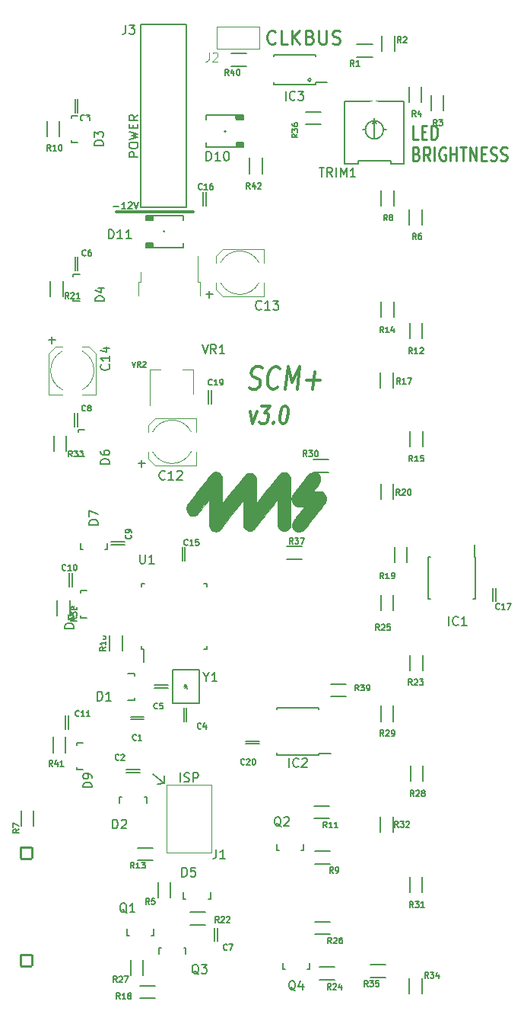
<source format=gto>
G04 #@! TF.GenerationSoftware,KiCad,Pcbnew,(5.99.0-12261-ga2c28b18a8)*
G04 #@! TF.CreationDate,2021-10-12T13:44:05-07:00*
G04 #@! TF.ProjectId,SCMv3,53434d76-332e-46b6-9963-61645f706362,rev?*
G04 #@! TF.SameCoordinates,Original*
G04 #@! TF.FileFunction,Legend,Top*
G04 #@! TF.FilePolarity,Positive*
%FSLAX46Y46*%
G04 Gerber Fmt 4.6, Leading zero omitted, Abs format (unit mm)*
G04 Created by KiCad (PCBNEW (5.99.0-12261-ga2c28b18a8)) date 2021-10-12 13:44:05*
%MOMM*%
%LPD*%
G01*
G04 APERTURE LIST*
G04 Aperture macros list*
%AMRoundRect*
0 Rectangle with rounded corners*
0 $1 Rounding radius*
0 $2 $3 $4 $5 $6 $7 $8 $9 X,Y pos of 4 corners*
0 Add a 4 corners polygon primitive as box body*
4,1,4,$2,$3,$4,$5,$6,$7,$8,$9,$2,$3,0*
0 Add four circle primitives for the rounded corners*
1,1,$1+$1,$2,$3*
1,1,$1+$1,$4,$5*
1,1,$1+$1,$6,$7*
1,1,$1+$1,$8,$9*
0 Add four rect primitives between the rounded corners*
20,1,$1+$1,$2,$3,$4,$5,0*
20,1,$1+$1,$4,$5,$6,$7,0*
20,1,$1+$1,$6,$7,$8,$9,0*
20,1,$1+$1,$8,$9,$2,$3,0*%
%AMOutline4P*
0 Free polygon, 4 corners , with rotation*
0 The origin of the aperture is its center*
0 number of corners: always 4*
0 $1 to $8 corner X, Y*
0 $9 Rotation angle, in degrees counterclockwise*
0 create outline with 4 corners*
4,1,4,$1,$2,$3,$4,$5,$6,$7,$8,$1,$2,$9*%
G04 Aperture macros list end*
%ADD10C,0.350000*%
%ADD11C,0.150000*%
%ADD12C,0.250000*%
%ADD13C,0.300000*%
%ADD14C,0.152400*%
%ADD15C,0.101600*%
%ADD16C,0.010000*%
%ADD17C,0.120000*%
%ADD18C,0.127000*%
%ADD19C,0.508000*%
%ADD20C,0.635000*%
%ADD21C,0.100000*%
%ADD22R,1.200000X2.200000*%
%ADD23R,5.800000X6.400000*%
%ADD24R,1.000000X1.000000*%
%ADD25C,1.651000*%
%ADD26R,1.150000X1.400000*%
%ADD27R,0.800100X0.800100*%
%ADD28R,2.499360X1.800860*%
%ADD29R,1.450000X0.450000*%
%ADD30R,0.450000X1.450000*%
%ADD31R,3.000000X1.600000*%
%ADD32R,1.600000X3.000000*%
%ADD33C,1.397000*%
%ADD34R,1.700000X1.700000*%
%ADD35O,1.700000X1.700000*%
%ADD36R,1.000000X1.500000*%
%ADD37Outline4P,-1.100000X-0.500000X1.100000X-0.500000X0.400000X0.500000X-0.400000X0.500000X180.000000*%
%ADD38Outline4P,-1.100000X-0.425000X1.100000X-0.425000X0.500000X0.425000X-0.500000X0.425000X0.000000*%
%ADD39R,1.000000X1.800000*%
%ADD40R,2.200000X1.840000*%
%ADD41R,0.550000X1.600000*%
%ADD42R,1.600000X0.550000*%
%ADD43C,1.930400*%
%ADD44C,1.778000*%
%ADD45RoundRect,0.127000X0.635000X0.635000X-0.635000X0.635000X-0.635000X-0.635000X0.635000X-0.635000X0*%
%ADD46C,1.803400*%
%ADD47C,2.667000*%
G04 APERTURE END LIST*
D10*
X27670357Y-43991428D02*
X27860833Y-45324761D01*
X28384642Y-43991428D01*
X28896547Y-43324761D02*
X29825119Y-43324761D01*
X29229880Y-44086666D01*
X29444166Y-44086666D01*
X29575119Y-44181904D01*
X29634642Y-44277142D01*
X29682261Y-44467619D01*
X29622738Y-44943809D01*
X29527500Y-45134285D01*
X29444166Y-45229523D01*
X29289404Y-45324761D01*
X28860833Y-45324761D01*
X28729880Y-45229523D01*
X28670357Y-45134285D01*
X30241785Y-45134285D02*
X30301309Y-45229523D01*
X30217976Y-45324761D01*
X30158452Y-45229523D01*
X30241785Y-45134285D01*
X30217976Y-45324761D01*
X31467976Y-43324761D02*
X31610833Y-43324761D01*
X31741785Y-43420000D01*
X31801309Y-43515238D01*
X31848928Y-43705714D01*
X31872738Y-44086666D01*
X31813214Y-44562857D01*
X31694166Y-44943809D01*
X31598928Y-45134285D01*
X31515595Y-45229523D01*
X31360833Y-45324761D01*
X31217976Y-45324761D01*
X31087023Y-45229523D01*
X31027500Y-45134285D01*
X30979880Y-44943809D01*
X30956071Y-44562857D01*
X31015595Y-44086666D01*
X31134642Y-43705714D01*
X31229880Y-43515238D01*
X31313214Y-43420000D01*
X31467976Y-43324761D01*
X27558214Y-41361904D02*
X27829047Y-41480952D01*
X28305238Y-41480952D01*
X28510595Y-41361904D01*
X28620714Y-41242857D01*
X28745714Y-41004761D01*
X28775476Y-40766666D01*
X28710000Y-40528571D01*
X28629642Y-40409523D01*
X28454047Y-40290476D01*
X28087976Y-40171428D01*
X27912380Y-40052380D01*
X27832023Y-39933333D01*
X27766547Y-39695238D01*
X27796309Y-39457142D01*
X27921309Y-39219047D01*
X28031428Y-39100000D01*
X28236785Y-38980952D01*
X28712976Y-38980952D01*
X28983809Y-39100000D01*
X30715952Y-41242857D02*
X30605833Y-41361904D01*
X30305238Y-41480952D01*
X30114761Y-41480952D01*
X29843928Y-41361904D01*
X29683214Y-41123809D01*
X29617738Y-40885714D01*
X29582023Y-40409523D01*
X29626666Y-40052380D01*
X29781428Y-39576190D01*
X29906428Y-39338095D01*
X30126666Y-39100000D01*
X30427261Y-38980952D01*
X30617738Y-38980952D01*
X30888571Y-39100000D01*
X30968928Y-39219047D01*
X31543333Y-41480952D02*
X31855833Y-38980952D01*
X32299285Y-40766666D01*
X33189166Y-38980952D01*
X32876666Y-41480952D01*
X33948095Y-40528571D02*
X35471904Y-40528571D01*
X34590952Y-41480952D02*
X34829047Y-39576190D01*
D11*
X18090000Y-85250000D02*
X17330000Y-85390000D01*
X18090000Y-85250000D02*
X18110000Y-84390000D01*
X16810000Y-84220000D02*
X18090000Y-85250000D01*
D12*
X46339642Y-13691071D02*
X45768214Y-13691071D01*
X45768214Y-12191071D01*
X46739642Y-12905357D02*
X47139642Y-12905357D01*
X47311071Y-13691071D02*
X46739642Y-13691071D01*
X46739642Y-12191071D01*
X47311071Y-12191071D01*
X47825357Y-13691071D02*
X47825357Y-12191071D01*
X48111071Y-12191071D01*
X48282500Y-12262500D01*
X48396785Y-12405357D01*
X48453928Y-12548214D01*
X48511071Y-12833928D01*
X48511071Y-13048214D01*
X48453928Y-13333928D01*
X48396785Y-13476785D01*
X48282500Y-13619642D01*
X48111071Y-13691071D01*
X47825357Y-13691071D01*
X46168214Y-15320357D02*
X46339642Y-15391785D01*
X46396785Y-15463214D01*
X46453928Y-15606071D01*
X46453928Y-15820357D01*
X46396785Y-15963214D01*
X46339642Y-16034642D01*
X46225357Y-16106071D01*
X45768214Y-16106071D01*
X45768214Y-14606071D01*
X46168214Y-14606071D01*
X46282500Y-14677500D01*
X46339642Y-14748928D01*
X46396785Y-14891785D01*
X46396785Y-15034642D01*
X46339642Y-15177500D01*
X46282500Y-15248928D01*
X46168214Y-15320357D01*
X45768214Y-15320357D01*
X47653928Y-16106071D02*
X47253928Y-15391785D01*
X46968214Y-16106071D02*
X46968214Y-14606071D01*
X47425357Y-14606071D01*
X47539642Y-14677500D01*
X47596785Y-14748928D01*
X47653928Y-14891785D01*
X47653928Y-15106071D01*
X47596785Y-15248928D01*
X47539642Y-15320357D01*
X47425357Y-15391785D01*
X46968214Y-15391785D01*
X48168214Y-16106071D02*
X48168214Y-14606071D01*
X49368214Y-14677500D02*
X49253928Y-14606071D01*
X49082500Y-14606071D01*
X48911071Y-14677500D01*
X48796785Y-14820357D01*
X48739642Y-14963214D01*
X48682500Y-15248928D01*
X48682500Y-15463214D01*
X48739642Y-15748928D01*
X48796785Y-15891785D01*
X48911071Y-16034642D01*
X49082500Y-16106071D01*
X49196785Y-16106071D01*
X49368214Y-16034642D01*
X49425357Y-15963214D01*
X49425357Y-15463214D01*
X49196785Y-15463214D01*
X49939642Y-16106071D02*
X49939642Y-14606071D01*
X49939642Y-15320357D02*
X50625357Y-15320357D01*
X50625357Y-16106071D02*
X50625357Y-14606071D01*
X51025357Y-14606071D02*
X51711071Y-14606071D01*
X51368214Y-16106071D02*
X51368214Y-14606071D01*
X52111071Y-16106071D02*
X52111071Y-14606071D01*
X52796785Y-16106071D01*
X52796785Y-14606071D01*
X53368214Y-15320357D02*
X53768214Y-15320357D01*
X53939642Y-16106071D02*
X53368214Y-16106071D01*
X53368214Y-14606071D01*
X53939642Y-14606071D01*
X54396785Y-16034642D02*
X54568214Y-16106071D01*
X54853928Y-16106071D01*
X54968214Y-16034642D01*
X55025357Y-15963214D01*
X55082500Y-15820357D01*
X55082500Y-15677500D01*
X55025357Y-15534642D01*
X54968214Y-15463214D01*
X54853928Y-15391785D01*
X54625357Y-15320357D01*
X54511071Y-15248928D01*
X54453928Y-15177500D01*
X54396785Y-15034642D01*
X54396785Y-14891785D01*
X54453928Y-14748928D01*
X54511071Y-14677500D01*
X54625357Y-14606071D01*
X54911071Y-14606071D01*
X55082500Y-14677500D01*
X55539642Y-16034642D02*
X55711071Y-16106071D01*
X55996785Y-16106071D01*
X56111071Y-16034642D01*
X56168214Y-15963214D01*
X56225357Y-15820357D01*
X56225357Y-15677500D01*
X56168214Y-15534642D01*
X56111071Y-15463214D01*
X55996785Y-15391785D01*
X55768214Y-15320357D01*
X55653928Y-15248928D01*
X55596785Y-15177500D01*
X55539642Y-15034642D01*
X55539642Y-14891785D01*
X55596785Y-14748928D01*
X55653928Y-14677500D01*
X55768214Y-14606071D01*
X56053928Y-14606071D01*
X56225357Y-14677500D01*
D13*
X12730000Y-21810000D02*
X21281326Y-21812220D01*
D12*
X30437142Y-2985714D02*
X30365714Y-3057142D01*
X30151428Y-3128571D01*
X30008571Y-3128571D01*
X29794285Y-3057142D01*
X29651428Y-2914285D01*
X29580000Y-2771428D01*
X29508571Y-2485714D01*
X29508571Y-2271428D01*
X29580000Y-1985714D01*
X29651428Y-1842857D01*
X29794285Y-1700000D01*
X30008571Y-1628571D01*
X30151428Y-1628571D01*
X30365714Y-1700000D01*
X30437142Y-1771428D01*
X31794285Y-3128571D02*
X31080000Y-3128571D01*
X31080000Y-1628571D01*
X32294285Y-3128571D02*
X32294285Y-1628571D01*
X33151428Y-3128571D02*
X32508571Y-2271428D01*
X33151428Y-1628571D02*
X32294285Y-2485714D01*
X34294285Y-2342857D02*
X34508571Y-2414285D01*
X34580000Y-2485714D01*
X34651428Y-2628571D01*
X34651428Y-2842857D01*
X34580000Y-2985714D01*
X34508571Y-3057142D01*
X34365714Y-3128571D01*
X33794285Y-3128571D01*
X33794285Y-1628571D01*
X34294285Y-1628571D01*
X34437142Y-1700000D01*
X34508571Y-1771428D01*
X34580000Y-1914285D01*
X34580000Y-2057142D01*
X34508571Y-2200000D01*
X34437142Y-2271428D01*
X34294285Y-2342857D01*
X33794285Y-2342857D01*
X35294285Y-1628571D02*
X35294285Y-2842857D01*
X35365714Y-2985714D01*
X35437142Y-3057142D01*
X35580000Y-3128571D01*
X35865714Y-3128571D01*
X36008571Y-3057142D01*
X36080000Y-2985714D01*
X36151428Y-2842857D01*
X36151428Y-1628571D01*
X36794285Y-3057142D02*
X37008571Y-3128571D01*
X37365714Y-3128571D01*
X37508571Y-3057142D01*
X37580000Y-2985714D01*
X37651428Y-2842857D01*
X37651428Y-2700000D01*
X37580000Y-2557142D01*
X37508571Y-2485714D01*
X37365714Y-2414285D01*
X37080000Y-2342857D01*
X36937142Y-2271428D01*
X36865714Y-2200000D01*
X36794285Y-2057142D01*
X36794285Y-1914285D01*
X36865714Y-1771428D01*
X36937142Y-1700000D01*
X37080000Y-1628571D01*
X37437142Y-1628571D01*
X37651428Y-1700000D01*
D11*
X12427428Y-21184428D02*
X13008000Y-21184428D01*
X13770000Y-21474714D02*
X13334571Y-21474714D01*
X13552285Y-21474714D02*
X13552285Y-20712714D01*
X13479714Y-20821571D01*
X13407142Y-20894142D01*
X13334571Y-20930428D01*
X14060285Y-20785285D02*
X14096571Y-20749000D01*
X14169142Y-20712714D01*
X14350571Y-20712714D01*
X14423142Y-20749000D01*
X14459428Y-20785285D01*
X14495714Y-20857857D01*
X14495714Y-20930428D01*
X14459428Y-21039285D01*
X14024000Y-21474714D01*
X14495714Y-21474714D01*
X14713428Y-20712714D02*
X14967428Y-21474714D01*
X15221428Y-20712714D01*
X19873809Y-85122380D02*
X19873809Y-84122380D01*
X20302380Y-85074761D02*
X20445238Y-85122380D01*
X20683333Y-85122380D01*
X20778571Y-85074761D01*
X20826190Y-85027142D01*
X20873809Y-84931904D01*
X20873809Y-84836666D01*
X20826190Y-84741428D01*
X20778571Y-84693809D01*
X20683333Y-84646190D01*
X20492857Y-84598571D01*
X20397619Y-84550952D01*
X20350000Y-84503333D01*
X20302380Y-84408095D01*
X20302380Y-84312857D01*
X20350000Y-84217619D01*
X20397619Y-84170000D01*
X20492857Y-84122380D01*
X20730952Y-84122380D01*
X20873809Y-84170000D01*
X21302380Y-85122380D02*
X21302380Y-84122380D01*
X21683333Y-84122380D01*
X21778571Y-84170000D01*
X21826190Y-84217619D01*
X21873809Y-84312857D01*
X21873809Y-84455714D01*
X21826190Y-84550952D01*
X21778571Y-84598571D01*
X21683333Y-84646190D01*
X21302380Y-84646190D01*
X15152380Y-15669523D02*
X14152380Y-15669523D01*
X14152380Y-15288571D01*
X14200000Y-15193333D01*
X14247619Y-15145714D01*
X14342857Y-15098095D01*
X14485714Y-15098095D01*
X14580952Y-15145714D01*
X14628571Y-15193333D01*
X14676190Y-15288571D01*
X14676190Y-15669523D01*
X14152380Y-14479047D02*
X14152380Y-14288571D01*
X14200000Y-14193333D01*
X14295238Y-14098095D01*
X14485714Y-14050476D01*
X14819047Y-14050476D01*
X15009523Y-14098095D01*
X15104761Y-14193333D01*
X15152380Y-14288571D01*
X15152380Y-14479047D01*
X15104761Y-14574285D01*
X15009523Y-14669523D01*
X14819047Y-14717142D01*
X14485714Y-14717142D01*
X14295238Y-14669523D01*
X14200000Y-14574285D01*
X14152380Y-14479047D01*
X14152380Y-13717142D02*
X15152380Y-13479047D01*
X14438095Y-13288571D01*
X15152380Y-13098095D01*
X14152380Y-12860000D01*
X14628571Y-12479047D02*
X14628571Y-12145714D01*
X15152380Y-12002857D02*
X15152380Y-12479047D01*
X14152380Y-12479047D01*
X14152380Y-12002857D01*
X15152380Y-11002857D02*
X14676190Y-11336190D01*
X15152380Y-11574285D02*
X14152380Y-11574285D01*
X14152380Y-11193333D01*
X14200000Y-11098095D01*
X14247619Y-11050476D01*
X14342857Y-11002857D01*
X14485714Y-11002857D01*
X14580952Y-11050476D01*
X14628571Y-11098095D01*
X14676190Y-11193333D01*
X14676190Y-11574285D01*
X22280476Y-36532380D02*
X22613809Y-37532380D01*
X22947142Y-36532380D01*
X23851904Y-37532380D02*
X23518571Y-37056190D01*
X23280476Y-37532380D02*
X23280476Y-36532380D01*
X23661428Y-36532380D01*
X23756666Y-36580000D01*
X23804285Y-36627619D01*
X23851904Y-36722857D01*
X23851904Y-36865714D01*
X23804285Y-36960952D01*
X23756666Y-37008571D01*
X23661428Y-37056190D01*
X23280476Y-37056190D01*
X24804285Y-37532380D02*
X24232857Y-37532380D01*
X24518571Y-37532380D02*
X24518571Y-36532380D01*
X24423333Y-36675238D01*
X24328095Y-36770476D01*
X24232857Y-36818095D01*
X44352142Y-40904047D02*
X44135476Y-40594523D01*
X43980714Y-40904047D02*
X43980714Y-40254047D01*
X44228333Y-40254047D01*
X44290238Y-40285000D01*
X44321190Y-40315952D01*
X44352142Y-40377857D01*
X44352142Y-40470714D01*
X44321190Y-40532619D01*
X44290238Y-40563571D01*
X44228333Y-40594523D01*
X43980714Y-40594523D01*
X44971190Y-40904047D02*
X44599761Y-40904047D01*
X44785476Y-40904047D02*
X44785476Y-40254047D01*
X44723571Y-40346904D01*
X44661666Y-40408809D01*
X44599761Y-40439761D01*
X45187857Y-40254047D02*
X45621190Y-40254047D01*
X45342619Y-40904047D01*
X13791309Y-1012380D02*
X13791309Y-1726666D01*
X13743690Y-1869523D01*
X13648452Y-1964761D01*
X13505595Y-2012380D01*
X13410357Y-2012380D01*
X14172261Y-1012380D02*
X14791309Y-1012380D01*
X14457976Y-1393333D01*
X14600833Y-1393333D01*
X14696071Y-1440952D01*
X14743690Y-1488571D01*
X14791309Y-1583809D01*
X14791309Y-1821904D01*
X14743690Y-1917142D01*
X14696071Y-1964761D01*
X14600833Y-2012380D01*
X14315119Y-2012380D01*
X14219880Y-1964761D01*
X14172261Y-1917142D01*
X55392142Y-65892142D02*
X55361190Y-65923095D01*
X55268333Y-65954047D01*
X55206428Y-65954047D01*
X55113571Y-65923095D01*
X55051666Y-65861190D01*
X55020714Y-65799285D01*
X54989761Y-65675476D01*
X54989761Y-65582619D01*
X55020714Y-65458809D01*
X55051666Y-65396904D01*
X55113571Y-65335000D01*
X55206428Y-65304047D01*
X55268333Y-65304047D01*
X55361190Y-65335000D01*
X55392142Y-65365952D01*
X56011190Y-65954047D02*
X55639761Y-65954047D01*
X55825476Y-65954047D02*
X55825476Y-65304047D01*
X55763571Y-65396904D01*
X55701666Y-65458809D01*
X55639761Y-65489761D01*
X56227857Y-65304047D02*
X56661190Y-65304047D01*
X56382619Y-65954047D01*
X22756071Y-73466190D02*
X22756071Y-73942380D01*
X22422738Y-72942380D02*
X22756071Y-73466190D01*
X23089404Y-72942380D01*
X23946547Y-73942380D02*
X23375119Y-73942380D01*
X23660833Y-73942380D02*
X23660833Y-72942380D01*
X23565595Y-73085238D01*
X23470357Y-73180476D01*
X23375119Y-73228095D01*
X45682142Y-37524047D02*
X45465476Y-37214523D01*
X45310714Y-37524047D02*
X45310714Y-36874047D01*
X45558333Y-36874047D01*
X45620238Y-36905000D01*
X45651190Y-36935952D01*
X45682142Y-36997857D01*
X45682142Y-37090714D01*
X45651190Y-37152619D01*
X45620238Y-37183571D01*
X45558333Y-37214523D01*
X45310714Y-37214523D01*
X46301190Y-37524047D02*
X45929761Y-37524047D01*
X46115476Y-37524047D02*
X46115476Y-36874047D01*
X46053571Y-36966904D01*
X45991666Y-37028809D01*
X45929761Y-37059761D01*
X46548809Y-36935952D02*
X46579761Y-36905000D01*
X46641666Y-36874047D01*
X46796428Y-36874047D01*
X46858333Y-36905000D01*
X46889285Y-36935952D01*
X46920238Y-36997857D01*
X46920238Y-37059761D01*
X46889285Y-37152619D01*
X46517857Y-37524047D01*
X46920238Y-37524047D01*
X47472142Y-106934047D02*
X47255476Y-106624523D01*
X47100714Y-106934047D02*
X47100714Y-106284047D01*
X47348333Y-106284047D01*
X47410238Y-106315000D01*
X47441190Y-106345952D01*
X47472142Y-106407857D01*
X47472142Y-106500714D01*
X47441190Y-106562619D01*
X47410238Y-106593571D01*
X47348333Y-106624523D01*
X47100714Y-106624523D01*
X47688809Y-106284047D02*
X48091190Y-106284047D01*
X47874523Y-106531666D01*
X47967380Y-106531666D01*
X48029285Y-106562619D01*
X48060238Y-106593571D01*
X48091190Y-106655476D01*
X48091190Y-106810238D01*
X48060238Y-106872142D01*
X48029285Y-106903095D01*
X47967380Y-106934047D01*
X47781666Y-106934047D01*
X47719761Y-106903095D01*
X47688809Y-106872142D01*
X48648333Y-106500714D02*
X48648333Y-106934047D01*
X48493571Y-106253095D02*
X48338809Y-106717380D01*
X48741190Y-106717380D01*
X7432142Y-31394047D02*
X7215476Y-31084523D01*
X7060714Y-31394047D02*
X7060714Y-30744047D01*
X7308333Y-30744047D01*
X7370238Y-30775000D01*
X7401190Y-30805952D01*
X7432142Y-30867857D01*
X7432142Y-30960714D01*
X7401190Y-31022619D01*
X7370238Y-31053571D01*
X7308333Y-31084523D01*
X7060714Y-31084523D01*
X7679761Y-30805952D02*
X7710714Y-30775000D01*
X7772619Y-30744047D01*
X7927380Y-30744047D01*
X7989285Y-30775000D01*
X8020238Y-30805952D01*
X8051190Y-30867857D01*
X8051190Y-30929761D01*
X8020238Y-31022619D01*
X7648809Y-31394047D01*
X8051190Y-31394047D01*
X8670238Y-31394047D02*
X8298809Y-31394047D01*
X8484523Y-31394047D02*
X8484523Y-30744047D01*
X8422619Y-30836904D01*
X8360714Y-30898809D01*
X8298809Y-30929761D01*
X27632142Y-19194047D02*
X27415476Y-18884523D01*
X27260714Y-19194047D02*
X27260714Y-18544047D01*
X27508333Y-18544047D01*
X27570238Y-18575000D01*
X27601190Y-18605952D01*
X27632142Y-18667857D01*
X27632142Y-18760714D01*
X27601190Y-18822619D01*
X27570238Y-18853571D01*
X27508333Y-18884523D01*
X27260714Y-18884523D01*
X28189285Y-18760714D02*
X28189285Y-19194047D01*
X28034523Y-18513095D02*
X27879761Y-18977380D01*
X28282142Y-18977380D01*
X28498809Y-18605952D02*
X28529761Y-18575000D01*
X28591666Y-18544047D01*
X28746428Y-18544047D01*
X28808333Y-18575000D01*
X28839285Y-18605952D01*
X28870238Y-18667857D01*
X28870238Y-18729761D01*
X28839285Y-18822619D01*
X28467857Y-19194047D01*
X28870238Y-19194047D01*
X17321666Y-76952142D02*
X17290714Y-76983095D01*
X17197857Y-77014047D01*
X17135952Y-77014047D01*
X17043095Y-76983095D01*
X16981190Y-76921190D01*
X16950238Y-76859285D01*
X16919285Y-76735476D01*
X16919285Y-76642619D01*
X16950238Y-76518809D01*
X16981190Y-76456904D01*
X17043095Y-76395000D01*
X17135952Y-76364047D01*
X17197857Y-76364047D01*
X17290714Y-76395000D01*
X17321666Y-76425952D01*
X17909761Y-76364047D02*
X17600238Y-76364047D01*
X17569285Y-76673571D01*
X17600238Y-76642619D01*
X17662142Y-76611666D01*
X17816904Y-76611666D01*
X17878809Y-76642619D01*
X17909761Y-76673571D01*
X17940714Y-76735476D01*
X17940714Y-76890238D01*
X17909761Y-76952142D01*
X17878809Y-76983095D01*
X17816904Y-77014047D01*
X17662142Y-77014047D01*
X17600238Y-76983095D01*
X17569285Y-76952142D01*
X24162142Y-100734047D02*
X23945476Y-100424523D01*
X23790714Y-100734047D02*
X23790714Y-100084047D01*
X24038333Y-100084047D01*
X24100238Y-100115000D01*
X24131190Y-100145952D01*
X24162142Y-100207857D01*
X24162142Y-100300714D01*
X24131190Y-100362619D01*
X24100238Y-100393571D01*
X24038333Y-100424523D01*
X23790714Y-100424523D01*
X24409761Y-100145952D02*
X24440714Y-100115000D01*
X24502619Y-100084047D01*
X24657380Y-100084047D01*
X24719285Y-100115000D01*
X24750238Y-100145952D01*
X24781190Y-100207857D01*
X24781190Y-100269761D01*
X24750238Y-100362619D01*
X24378809Y-100734047D01*
X24781190Y-100734047D01*
X25028809Y-100145952D02*
X25059761Y-100115000D01*
X25121666Y-100084047D01*
X25276428Y-100084047D01*
X25338333Y-100115000D01*
X25369285Y-100145952D01*
X25400238Y-100207857D01*
X25400238Y-100269761D01*
X25369285Y-100362619D01*
X24997857Y-100734047D01*
X25400238Y-100734047D01*
X45862142Y-86714047D02*
X45645476Y-86404523D01*
X45490714Y-86714047D02*
X45490714Y-86064047D01*
X45738333Y-86064047D01*
X45800238Y-86095000D01*
X45831190Y-86125952D01*
X45862142Y-86187857D01*
X45862142Y-86280714D01*
X45831190Y-86342619D01*
X45800238Y-86373571D01*
X45738333Y-86404523D01*
X45490714Y-86404523D01*
X46109761Y-86125952D02*
X46140714Y-86095000D01*
X46202619Y-86064047D01*
X46357380Y-86064047D01*
X46419285Y-86095000D01*
X46450238Y-86125952D01*
X46481190Y-86187857D01*
X46481190Y-86249761D01*
X46450238Y-86342619D01*
X46078809Y-86714047D01*
X46481190Y-86714047D01*
X46852619Y-86342619D02*
X46790714Y-86311666D01*
X46759761Y-86280714D01*
X46728809Y-86218809D01*
X46728809Y-86187857D01*
X46759761Y-86125952D01*
X46790714Y-86095000D01*
X46852619Y-86064047D01*
X46976428Y-86064047D01*
X47038333Y-86095000D01*
X47069285Y-86125952D01*
X47100238Y-86187857D01*
X47100238Y-86218809D01*
X47069285Y-86280714D01*
X47038333Y-86311666D01*
X46976428Y-86342619D01*
X46852619Y-86342619D01*
X46790714Y-86373571D01*
X46759761Y-86404523D01*
X46728809Y-86466428D01*
X46728809Y-86590238D01*
X46759761Y-86652142D01*
X46790714Y-86683095D01*
X46852619Y-86714047D01*
X46976428Y-86714047D01*
X47038333Y-86683095D01*
X47069285Y-86652142D01*
X47100238Y-86590238D01*
X47100238Y-86466428D01*
X47069285Y-86404523D01*
X47038333Y-86373571D01*
X46976428Y-86342619D01*
X11402380Y-31698095D02*
X10402380Y-31698095D01*
X10402380Y-31460000D01*
X10450000Y-31317142D01*
X10545238Y-31221904D01*
X10640476Y-31174285D01*
X10830952Y-31126666D01*
X10973809Y-31126666D01*
X11164285Y-31174285D01*
X11259523Y-31221904D01*
X11354761Y-31317142D01*
X11402380Y-31460000D01*
X11402380Y-31698095D01*
X10735714Y-30269523D02*
X11402380Y-30269523D01*
X10354761Y-30507619D02*
X11069047Y-30745714D01*
X11069047Y-30126666D01*
X32392142Y-58654047D02*
X32175476Y-58344523D01*
X32020714Y-58654047D02*
X32020714Y-58004047D01*
X32268333Y-58004047D01*
X32330238Y-58035000D01*
X32361190Y-58065952D01*
X32392142Y-58127857D01*
X32392142Y-58220714D01*
X32361190Y-58282619D01*
X32330238Y-58313571D01*
X32268333Y-58344523D01*
X32020714Y-58344523D01*
X32608809Y-58004047D02*
X33011190Y-58004047D01*
X32794523Y-58251666D01*
X32887380Y-58251666D01*
X32949285Y-58282619D01*
X32980238Y-58313571D01*
X33011190Y-58375476D01*
X33011190Y-58530238D01*
X32980238Y-58592142D01*
X32949285Y-58623095D01*
X32887380Y-58654047D01*
X32701666Y-58654047D01*
X32639761Y-58623095D01*
X32608809Y-58592142D01*
X33227857Y-58004047D02*
X33661190Y-58004047D01*
X33382619Y-58654047D01*
X32674761Y-108317619D02*
X32579523Y-108270000D01*
X32484285Y-108174761D01*
X32341428Y-108031904D01*
X32246190Y-107984285D01*
X32150952Y-107984285D01*
X32198571Y-108222380D02*
X32103333Y-108174761D01*
X32008095Y-108079523D01*
X31960476Y-107889047D01*
X31960476Y-107555714D01*
X32008095Y-107365238D01*
X32103333Y-107270000D01*
X32198571Y-107222380D01*
X32389047Y-107222380D01*
X32484285Y-107270000D01*
X32579523Y-107365238D01*
X32627142Y-107555714D01*
X32627142Y-107889047D01*
X32579523Y-108079523D01*
X32484285Y-108174761D01*
X32389047Y-108222380D01*
X32198571Y-108222380D01*
X33484285Y-107555714D02*
X33484285Y-108222380D01*
X33246190Y-107174761D02*
X33008095Y-107889047D01*
X33627142Y-107889047D01*
X42881666Y-22724047D02*
X42665000Y-22414523D01*
X42510238Y-22724047D02*
X42510238Y-22074047D01*
X42757857Y-22074047D01*
X42819761Y-22105000D01*
X42850714Y-22135952D01*
X42881666Y-22197857D01*
X42881666Y-22290714D01*
X42850714Y-22352619D01*
X42819761Y-22383571D01*
X42757857Y-22414523D01*
X42510238Y-22414523D01*
X43253095Y-22352619D02*
X43191190Y-22321666D01*
X43160238Y-22290714D01*
X43129285Y-22228809D01*
X43129285Y-22197857D01*
X43160238Y-22135952D01*
X43191190Y-22105000D01*
X43253095Y-22074047D01*
X43376904Y-22074047D01*
X43438809Y-22105000D01*
X43469761Y-22135952D01*
X43500714Y-22197857D01*
X43500714Y-22228809D01*
X43469761Y-22290714D01*
X43438809Y-22321666D01*
X43376904Y-22352619D01*
X43253095Y-22352619D01*
X43191190Y-22383571D01*
X43160238Y-22414523D01*
X43129285Y-22476428D01*
X43129285Y-22600238D01*
X43160238Y-22662142D01*
X43191190Y-22693095D01*
X43253095Y-22724047D01*
X43376904Y-22724047D01*
X43438809Y-22693095D01*
X43469761Y-22662142D01*
X43500714Y-22600238D01*
X43500714Y-22476428D01*
X43469761Y-22414523D01*
X43438809Y-22383571D01*
X43376904Y-22352619D01*
X31074761Y-90097619D02*
X30979523Y-90050000D01*
X30884285Y-89954761D01*
X30741428Y-89811904D01*
X30646190Y-89764285D01*
X30550952Y-89764285D01*
X30598571Y-90002380D02*
X30503333Y-89954761D01*
X30408095Y-89859523D01*
X30360476Y-89669047D01*
X30360476Y-89335714D01*
X30408095Y-89145238D01*
X30503333Y-89050000D01*
X30598571Y-89002380D01*
X30789047Y-89002380D01*
X30884285Y-89050000D01*
X30979523Y-89145238D01*
X31027142Y-89335714D01*
X31027142Y-89669047D01*
X30979523Y-89859523D01*
X30884285Y-89954761D01*
X30789047Y-90002380D01*
X30598571Y-90002380D01*
X31408095Y-89097619D02*
X31455714Y-89050000D01*
X31550952Y-89002380D01*
X31789047Y-89002380D01*
X31884285Y-89050000D01*
X31931904Y-89097619D01*
X31979523Y-89192857D01*
X31979523Y-89288095D01*
X31931904Y-89430952D01*
X31360476Y-90002380D01*
X31979523Y-90002380D01*
X20051904Y-95652380D02*
X20051904Y-94652380D01*
X20290000Y-94652380D01*
X20432857Y-94700000D01*
X20528095Y-94795238D01*
X20575714Y-94890476D01*
X20623333Y-95080952D01*
X20623333Y-95223809D01*
X20575714Y-95414285D01*
X20528095Y-95509523D01*
X20432857Y-95604761D01*
X20290000Y-95652380D01*
X20051904Y-95652380D01*
X21528095Y-94652380D02*
X21051904Y-94652380D01*
X21004285Y-95128571D01*
X21051904Y-95080952D01*
X21147142Y-95033333D01*
X21385238Y-95033333D01*
X21480476Y-95080952D01*
X21528095Y-95128571D01*
X21575714Y-95223809D01*
X21575714Y-95461904D01*
X21528095Y-95557142D01*
X21480476Y-95604761D01*
X21385238Y-95652380D01*
X21147142Y-95652380D01*
X21051904Y-95604761D01*
X21004285Y-95557142D01*
X8582142Y-77772142D02*
X8551190Y-77803095D01*
X8458333Y-77834047D01*
X8396428Y-77834047D01*
X8303571Y-77803095D01*
X8241666Y-77741190D01*
X8210714Y-77679285D01*
X8179761Y-77555476D01*
X8179761Y-77462619D01*
X8210714Y-77338809D01*
X8241666Y-77276904D01*
X8303571Y-77215000D01*
X8396428Y-77184047D01*
X8458333Y-77184047D01*
X8551190Y-77215000D01*
X8582142Y-77245952D01*
X9201190Y-77834047D02*
X8829761Y-77834047D01*
X9015476Y-77834047D02*
X9015476Y-77184047D01*
X8953571Y-77276904D01*
X8891666Y-77338809D01*
X8829761Y-77369761D01*
X9820238Y-77834047D02*
X9448809Y-77834047D01*
X9634523Y-77834047D02*
X9634523Y-77184047D01*
X9572619Y-77276904D01*
X9510714Y-77338809D01*
X9448809Y-77369761D01*
X45652142Y-74364047D02*
X45435476Y-74054523D01*
X45280714Y-74364047D02*
X45280714Y-73714047D01*
X45528333Y-73714047D01*
X45590238Y-73745000D01*
X45621190Y-73775952D01*
X45652142Y-73837857D01*
X45652142Y-73930714D01*
X45621190Y-73992619D01*
X45590238Y-74023571D01*
X45528333Y-74054523D01*
X45280714Y-74054523D01*
X45899761Y-73775952D02*
X45930714Y-73745000D01*
X45992619Y-73714047D01*
X46147380Y-73714047D01*
X46209285Y-73745000D01*
X46240238Y-73775952D01*
X46271190Y-73837857D01*
X46271190Y-73899761D01*
X46240238Y-73992619D01*
X45868809Y-74364047D01*
X46271190Y-74364047D01*
X46487857Y-73714047D02*
X46890238Y-73714047D01*
X46673571Y-73961666D01*
X46766428Y-73961666D01*
X46828333Y-73992619D01*
X46859285Y-74023571D01*
X46890238Y-74085476D01*
X46890238Y-74240238D01*
X46859285Y-74302142D01*
X46828333Y-74333095D01*
X46766428Y-74364047D01*
X46580714Y-74364047D01*
X46518809Y-74333095D01*
X46487857Y-74302142D01*
D14*
X11886285Y-24749619D02*
X11886285Y-23733619D01*
X12128190Y-23733619D01*
X12273333Y-23782000D01*
X12370095Y-23878761D01*
X12418476Y-23975523D01*
X12466857Y-24169047D01*
X12466857Y-24314190D01*
X12418476Y-24507714D01*
X12370095Y-24604476D01*
X12273333Y-24701238D01*
X12128190Y-24749619D01*
X11886285Y-24749619D01*
X13434476Y-24749619D02*
X12853904Y-24749619D01*
X13144190Y-24749619D02*
X13144190Y-23733619D01*
X13047428Y-23878761D01*
X12950666Y-23975523D01*
X12853904Y-24023904D01*
X14402095Y-24749619D02*
X13821523Y-24749619D01*
X14111809Y-24749619D02*
X14111809Y-23733619D01*
X14015047Y-23878761D01*
X13918285Y-23975523D01*
X13821523Y-24023904D01*
D11*
X31973809Y-83492380D02*
X31973809Y-82492380D01*
X33021428Y-83397142D02*
X32973809Y-83444761D01*
X32830952Y-83492380D01*
X32735714Y-83492380D01*
X32592857Y-83444761D01*
X32497619Y-83349523D01*
X32450000Y-83254285D01*
X32402380Y-83063809D01*
X32402380Y-82920952D01*
X32450000Y-82730476D01*
X32497619Y-82635238D01*
X32592857Y-82540000D01*
X32735714Y-82492380D01*
X32830952Y-82492380D01*
X32973809Y-82540000D01*
X33021428Y-82587619D01*
X33402380Y-82587619D02*
X33450000Y-82540000D01*
X33545238Y-82492380D01*
X33783333Y-82492380D01*
X33878571Y-82540000D01*
X33926190Y-82587619D01*
X33973809Y-82682857D01*
X33973809Y-82778095D01*
X33926190Y-82920952D01*
X33354761Y-83492380D01*
X33973809Y-83492380D01*
X40732142Y-107854047D02*
X40515476Y-107544523D01*
X40360714Y-107854047D02*
X40360714Y-107204047D01*
X40608333Y-107204047D01*
X40670238Y-107235000D01*
X40701190Y-107265952D01*
X40732142Y-107327857D01*
X40732142Y-107420714D01*
X40701190Y-107482619D01*
X40670238Y-107513571D01*
X40608333Y-107544523D01*
X40360714Y-107544523D01*
X40948809Y-107204047D02*
X41351190Y-107204047D01*
X41134523Y-107451666D01*
X41227380Y-107451666D01*
X41289285Y-107482619D01*
X41320238Y-107513571D01*
X41351190Y-107575476D01*
X41351190Y-107730238D01*
X41320238Y-107792142D01*
X41289285Y-107823095D01*
X41227380Y-107854047D01*
X41041666Y-107854047D01*
X40979761Y-107823095D01*
X40948809Y-107792142D01*
X41939285Y-107204047D02*
X41629761Y-107204047D01*
X41598809Y-107513571D01*
X41629761Y-107482619D01*
X41691666Y-107451666D01*
X41846428Y-107451666D01*
X41908333Y-107482619D01*
X41939285Y-107513571D01*
X41970238Y-107575476D01*
X41970238Y-107730238D01*
X41939285Y-107792142D01*
X41908333Y-107823095D01*
X41846428Y-107854047D01*
X41691666Y-107854047D01*
X41629761Y-107823095D01*
X41598809Y-107792142D01*
X20692142Y-58772142D02*
X20661190Y-58803095D01*
X20568333Y-58834047D01*
X20506428Y-58834047D01*
X20413571Y-58803095D01*
X20351666Y-58741190D01*
X20320714Y-58679285D01*
X20289761Y-58555476D01*
X20289761Y-58462619D01*
X20320714Y-58338809D01*
X20351666Y-58276904D01*
X20413571Y-58215000D01*
X20506428Y-58184047D01*
X20568333Y-58184047D01*
X20661190Y-58215000D01*
X20692142Y-58245952D01*
X21311190Y-58834047D02*
X20939761Y-58834047D01*
X21125476Y-58834047D02*
X21125476Y-58184047D01*
X21063571Y-58276904D01*
X21001666Y-58338809D01*
X20939761Y-58369761D01*
X21899285Y-58184047D02*
X21589761Y-58184047D01*
X21558809Y-58493571D01*
X21589761Y-58462619D01*
X21651666Y-58431666D01*
X21806428Y-58431666D01*
X21868333Y-58462619D01*
X21899285Y-58493571D01*
X21930238Y-58555476D01*
X21930238Y-58710238D01*
X21899285Y-58772142D01*
X21868333Y-58803095D01*
X21806428Y-58834047D01*
X21651666Y-58834047D01*
X21589761Y-58803095D01*
X21558809Y-58772142D01*
X22272142Y-19232142D02*
X22241190Y-19263095D01*
X22148333Y-19294047D01*
X22086428Y-19294047D01*
X21993571Y-19263095D01*
X21931666Y-19201190D01*
X21900714Y-19139285D01*
X21869761Y-19015476D01*
X21869761Y-18922619D01*
X21900714Y-18798809D01*
X21931666Y-18736904D01*
X21993571Y-18675000D01*
X22086428Y-18644047D01*
X22148333Y-18644047D01*
X22241190Y-18675000D01*
X22272142Y-18705952D01*
X22891190Y-19294047D02*
X22519761Y-19294047D01*
X22705476Y-19294047D02*
X22705476Y-18644047D01*
X22643571Y-18736904D01*
X22581666Y-18798809D01*
X22519761Y-18829761D01*
X23448333Y-18644047D02*
X23324523Y-18644047D01*
X23262619Y-18675000D01*
X23231666Y-18705952D01*
X23169761Y-18798809D01*
X23138809Y-18922619D01*
X23138809Y-19170238D01*
X23169761Y-19232142D01*
X23200714Y-19263095D01*
X23262619Y-19294047D01*
X23386428Y-19294047D01*
X23448333Y-19263095D01*
X23479285Y-19232142D01*
X23510238Y-19170238D01*
X23510238Y-19015476D01*
X23479285Y-18953571D01*
X23448333Y-18922619D01*
X23386428Y-18891666D01*
X23262619Y-18891666D01*
X23200714Y-18922619D01*
X23169761Y-18953571D01*
X23138809Y-19015476D01*
X42482142Y-35174047D02*
X42265476Y-34864523D01*
X42110714Y-35174047D02*
X42110714Y-34524047D01*
X42358333Y-34524047D01*
X42420238Y-34555000D01*
X42451190Y-34585952D01*
X42482142Y-34647857D01*
X42482142Y-34740714D01*
X42451190Y-34802619D01*
X42420238Y-34833571D01*
X42358333Y-34864523D01*
X42110714Y-34864523D01*
X43101190Y-35174047D02*
X42729761Y-35174047D01*
X42915476Y-35174047D02*
X42915476Y-34524047D01*
X42853571Y-34616904D01*
X42791666Y-34678809D01*
X42729761Y-34709761D01*
X43658333Y-34740714D02*
X43658333Y-35174047D01*
X43503571Y-34493095D02*
X43348809Y-34957380D01*
X43751190Y-34957380D01*
X36672142Y-103074047D02*
X36455476Y-102764523D01*
X36300714Y-103074047D02*
X36300714Y-102424047D01*
X36548333Y-102424047D01*
X36610238Y-102455000D01*
X36641190Y-102485952D01*
X36672142Y-102547857D01*
X36672142Y-102640714D01*
X36641190Y-102702619D01*
X36610238Y-102733571D01*
X36548333Y-102764523D01*
X36300714Y-102764523D01*
X36919761Y-102485952D02*
X36950714Y-102455000D01*
X37012619Y-102424047D01*
X37167380Y-102424047D01*
X37229285Y-102455000D01*
X37260238Y-102485952D01*
X37291190Y-102547857D01*
X37291190Y-102609761D01*
X37260238Y-102702619D01*
X36888809Y-103074047D01*
X37291190Y-103074047D01*
X37848333Y-102424047D02*
X37724523Y-102424047D01*
X37662619Y-102455000D01*
X37631666Y-102485952D01*
X37569761Y-102578809D01*
X37538809Y-102702619D01*
X37538809Y-102950238D01*
X37569761Y-103012142D01*
X37600714Y-103043095D01*
X37662619Y-103074047D01*
X37786428Y-103074047D01*
X37848333Y-103043095D01*
X37879285Y-103012142D01*
X37910238Y-102950238D01*
X37910238Y-102795476D01*
X37879285Y-102733571D01*
X37848333Y-102702619D01*
X37786428Y-102671666D01*
X37662619Y-102671666D01*
X37600714Y-102702619D01*
X37569761Y-102733571D01*
X37538809Y-102795476D01*
X9341666Y-26592142D02*
X9310714Y-26623095D01*
X9217857Y-26654047D01*
X9155952Y-26654047D01*
X9063095Y-26623095D01*
X9001190Y-26561190D01*
X8970238Y-26499285D01*
X8939285Y-26375476D01*
X8939285Y-26282619D01*
X8970238Y-26158809D01*
X9001190Y-26096904D01*
X9063095Y-26035000D01*
X9155952Y-26004047D01*
X9217857Y-26004047D01*
X9310714Y-26035000D01*
X9341666Y-26065952D01*
X9898809Y-26004047D02*
X9775000Y-26004047D01*
X9713095Y-26035000D01*
X9682142Y-26065952D01*
X9620238Y-26158809D01*
X9589285Y-26282619D01*
X9589285Y-26530238D01*
X9620238Y-26592142D01*
X9651190Y-26623095D01*
X9713095Y-26654047D01*
X9836904Y-26654047D01*
X9898809Y-26623095D01*
X9929761Y-26592142D01*
X9960714Y-26530238D01*
X9960714Y-26375476D01*
X9929761Y-26313571D01*
X9898809Y-26282619D01*
X9836904Y-26251666D01*
X9713095Y-26251666D01*
X9651190Y-26282619D01*
X9620238Y-26313571D01*
X9589285Y-26375476D01*
X5632142Y-83374047D02*
X5415476Y-83064523D01*
X5260714Y-83374047D02*
X5260714Y-82724047D01*
X5508333Y-82724047D01*
X5570238Y-82755000D01*
X5601190Y-82785952D01*
X5632142Y-82847857D01*
X5632142Y-82940714D01*
X5601190Y-83002619D01*
X5570238Y-83033571D01*
X5508333Y-83064523D01*
X5260714Y-83064523D01*
X6189285Y-82940714D02*
X6189285Y-83374047D01*
X6034523Y-82693095D02*
X5879761Y-83157380D01*
X6282142Y-83157380D01*
X6870238Y-83374047D02*
X6498809Y-83374047D01*
X6684523Y-83374047D02*
X6684523Y-82724047D01*
X6622619Y-82816904D01*
X6560714Y-82878809D01*
X6498809Y-82909761D01*
X1904047Y-90368333D02*
X1594523Y-90585000D01*
X1904047Y-90739761D02*
X1254047Y-90739761D01*
X1254047Y-90492142D01*
X1285000Y-90430238D01*
X1315952Y-90399285D01*
X1377857Y-90368333D01*
X1470714Y-90368333D01*
X1532619Y-90399285D01*
X1563571Y-90430238D01*
X1594523Y-90492142D01*
X1594523Y-90739761D01*
X1254047Y-90151666D02*
X1254047Y-89718333D01*
X1904047Y-89996904D01*
X36871666Y-95244047D02*
X36655000Y-94934523D01*
X36500238Y-95244047D02*
X36500238Y-94594047D01*
X36747857Y-94594047D01*
X36809761Y-94625000D01*
X36840714Y-94655952D01*
X36871666Y-94717857D01*
X36871666Y-94810714D01*
X36840714Y-94872619D01*
X36809761Y-94903571D01*
X36747857Y-94934523D01*
X36500238Y-94934523D01*
X37181190Y-95244047D02*
X37305000Y-95244047D01*
X37366904Y-95213095D01*
X37397857Y-95182142D01*
X37459761Y-95089285D01*
X37490714Y-94965476D01*
X37490714Y-94717857D01*
X37459761Y-94655952D01*
X37428809Y-94625000D01*
X37366904Y-94594047D01*
X37243095Y-94594047D01*
X37181190Y-94625000D01*
X37150238Y-94655952D01*
X37119285Y-94717857D01*
X37119285Y-94872619D01*
X37150238Y-94934523D01*
X37181190Y-94965476D01*
X37243095Y-94996428D01*
X37366904Y-94996428D01*
X37428809Y-94965476D01*
X37459761Y-94934523D01*
X37490714Y-94872619D01*
X12341904Y-90312380D02*
X12341904Y-89312380D01*
X12580000Y-89312380D01*
X12722857Y-89360000D01*
X12818095Y-89455238D01*
X12865714Y-89550476D01*
X12913333Y-89740952D01*
X12913333Y-89883809D01*
X12865714Y-90074285D01*
X12818095Y-90169523D01*
X12722857Y-90264761D01*
X12580000Y-90312380D01*
X12341904Y-90312380D01*
X13294285Y-89407619D02*
X13341904Y-89360000D01*
X13437142Y-89312380D01*
X13675238Y-89312380D01*
X13770476Y-89360000D01*
X13818095Y-89407619D01*
X13865714Y-89502857D01*
X13865714Y-89598095D01*
X13818095Y-89740952D01*
X13246666Y-90312380D01*
X13865714Y-90312380D01*
X26992142Y-83142142D02*
X26961190Y-83173095D01*
X26868333Y-83204047D01*
X26806428Y-83204047D01*
X26713571Y-83173095D01*
X26651666Y-83111190D01*
X26620714Y-83049285D01*
X26589761Y-82925476D01*
X26589761Y-82832619D01*
X26620714Y-82708809D01*
X26651666Y-82646904D01*
X26713571Y-82585000D01*
X26806428Y-82554047D01*
X26868333Y-82554047D01*
X26961190Y-82585000D01*
X26992142Y-82615952D01*
X27239761Y-82615952D02*
X27270714Y-82585000D01*
X27332619Y-82554047D01*
X27487380Y-82554047D01*
X27549285Y-82585000D01*
X27580238Y-82615952D01*
X27611190Y-82677857D01*
X27611190Y-82739761D01*
X27580238Y-82832619D01*
X27208809Y-83204047D01*
X27611190Y-83204047D01*
X28013571Y-82554047D02*
X28075476Y-82554047D01*
X28137380Y-82585000D01*
X28168333Y-82615952D01*
X28199285Y-82677857D01*
X28230238Y-82801666D01*
X28230238Y-82956428D01*
X28199285Y-83080238D01*
X28168333Y-83142142D01*
X28137380Y-83173095D01*
X28075476Y-83204047D01*
X28013571Y-83204047D01*
X27951666Y-83173095D01*
X27920714Y-83142142D01*
X27889761Y-83080238D01*
X27858809Y-82956428D01*
X27858809Y-82801666D01*
X27889761Y-82677857D01*
X27920714Y-82615952D01*
X27951666Y-82585000D01*
X28013571Y-82554047D01*
X42492142Y-62524047D02*
X42275476Y-62214523D01*
X42120714Y-62524047D02*
X42120714Y-61874047D01*
X42368333Y-61874047D01*
X42430238Y-61905000D01*
X42461190Y-61935952D01*
X42492142Y-61997857D01*
X42492142Y-62090714D01*
X42461190Y-62152619D01*
X42430238Y-62183571D01*
X42368333Y-62214523D01*
X42120714Y-62214523D01*
X43111190Y-62524047D02*
X42739761Y-62524047D01*
X42925476Y-62524047D02*
X42925476Y-61874047D01*
X42863571Y-61966904D01*
X42801666Y-62028809D01*
X42739761Y-62059761D01*
X43420714Y-62524047D02*
X43544523Y-62524047D01*
X43606428Y-62493095D01*
X43637380Y-62462142D01*
X43699285Y-62369285D01*
X43730238Y-62245476D01*
X43730238Y-61997857D01*
X43699285Y-61935952D01*
X43668333Y-61905000D01*
X43606428Y-61874047D01*
X43482619Y-61874047D01*
X43420714Y-61905000D01*
X43389761Y-61935952D01*
X43358809Y-61997857D01*
X43358809Y-62152619D01*
X43389761Y-62214523D01*
X43420714Y-62245476D01*
X43482619Y-62276428D01*
X43606428Y-62276428D01*
X43668333Y-62245476D01*
X43699285Y-62214523D01*
X43730238Y-62152619D01*
X22171666Y-79162142D02*
X22140714Y-79193095D01*
X22047857Y-79224047D01*
X21985952Y-79224047D01*
X21893095Y-79193095D01*
X21831190Y-79131190D01*
X21800238Y-79069285D01*
X21769285Y-78945476D01*
X21769285Y-78852619D01*
X21800238Y-78728809D01*
X21831190Y-78666904D01*
X21893095Y-78605000D01*
X21985952Y-78574047D01*
X22047857Y-78574047D01*
X22140714Y-78605000D01*
X22171666Y-78635952D01*
X22728809Y-78790714D02*
X22728809Y-79224047D01*
X22574047Y-78543095D02*
X22419285Y-79007380D01*
X22821666Y-79007380D01*
X11564047Y-70137857D02*
X11254523Y-70354523D01*
X11564047Y-70509285D02*
X10914047Y-70509285D01*
X10914047Y-70261666D01*
X10945000Y-70199761D01*
X10975952Y-70168809D01*
X11037857Y-70137857D01*
X11130714Y-70137857D01*
X11192619Y-70168809D01*
X11223571Y-70199761D01*
X11254523Y-70261666D01*
X11254523Y-70509285D01*
X11564047Y-69518809D02*
X11564047Y-69890238D01*
X11564047Y-69704523D02*
X10914047Y-69704523D01*
X11006904Y-69766428D01*
X11068809Y-69828333D01*
X11099761Y-69890238D01*
X10914047Y-68961666D02*
X10914047Y-69085476D01*
X10945000Y-69147380D01*
X10975952Y-69178333D01*
X11068809Y-69240238D01*
X11192619Y-69271190D01*
X11440238Y-69271190D01*
X11502142Y-69240238D01*
X11533095Y-69209285D01*
X11564047Y-69147380D01*
X11564047Y-69023571D01*
X11533095Y-68961666D01*
X11502142Y-68930714D01*
X11440238Y-68899761D01*
X11285476Y-68899761D01*
X11223571Y-68930714D01*
X11192619Y-68961666D01*
X11161666Y-69023571D01*
X11161666Y-69147380D01*
X11192619Y-69209285D01*
X11223571Y-69240238D01*
X11285476Y-69271190D01*
X49753809Y-67742380D02*
X49753809Y-66742380D01*
X50801428Y-67647142D02*
X50753809Y-67694761D01*
X50610952Y-67742380D01*
X50515714Y-67742380D01*
X50372857Y-67694761D01*
X50277619Y-67599523D01*
X50230000Y-67504285D01*
X50182380Y-67313809D01*
X50182380Y-67170952D01*
X50230000Y-66980476D01*
X50277619Y-66885238D01*
X50372857Y-66790000D01*
X50515714Y-66742380D01*
X50610952Y-66742380D01*
X50753809Y-66790000D01*
X50801428Y-66837619D01*
X51753809Y-67742380D02*
X51182380Y-67742380D01*
X51468095Y-67742380D02*
X51468095Y-66742380D01*
X51372857Y-66885238D01*
X51277619Y-66980476D01*
X51182380Y-67028095D01*
X7112142Y-61552142D02*
X7081190Y-61583095D01*
X6988333Y-61614047D01*
X6926428Y-61614047D01*
X6833571Y-61583095D01*
X6771666Y-61521190D01*
X6740714Y-61459285D01*
X6709761Y-61335476D01*
X6709761Y-61242619D01*
X6740714Y-61118809D01*
X6771666Y-61056904D01*
X6833571Y-60995000D01*
X6926428Y-60964047D01*
X6988333Y-60964047D01*
X7081190Y-60995000D01*
X7112142Y-61025952D01*
X7731190Y-61614047D02*
X7359761Y-61614047D01*
X7545476Y-61614047D02*
X7545476Y-60964047D01*
X7483571Y-61056904D01*
X7421666Y-61118809D01*
X7359761Y-61149761D01*
X8133571Y-60964047D02*
X8195476Y-60964047D01*
X8257380Y-60995000D01*
X8288333Y-61025952D01*
X8319285Y-61087857D01*
X8350238Y-61211666D01*
X8350238Y-61366428D01*
X8319285Y-61490238D01*
X8288333Y-61552142D01*
X8257380Y-61583095D01*
X8195476Y-61614047D01*
X8133571Y-61614047D01*
X8071666Y-61583095D01*
X8040714Y-61552142D01*
X8009761Y-61490238D01*
X7978809Y-61366428D01*
X7978809Y-61211666D01*
X8009761Y-61087857D01*
X8040714Y-61025952D01*
X8071666Y-60995000D01*
X8133571Y-60964047D01*
X9161666Y-11582142D02*
X9130714Y-11613095D01*
X9037857Y-11644047D01*
X8975952Y-11644047D01*
X8883095Y-11613095D01*
X8821190Y-11551190D01*
X8790238Y-11489285D01*
X8759285Y-11365476D01*
X8759285Y-11272619D01*
X8790238Y-11148809D01*
X8821190Y-11086904D01*
X8883095Y-11025000D01*
X8975952Y-10994047D01*
X9037857Y-10994047D01*
X9130714Y-11025000D01*
X9161666Y-11055952D01*
X9378333Y-10994047D02*
X9780714Y-10994047D01*
X9564047Y-11241666D01*
X9656904Y-11241666D01*
X9718809Y-11272619D01*
X9749761Y-11303571D01*
X9780714Y-11365476D01*
X9780714Y-11520238D01*
X9749761Y-11582142D01*
X9718809Y-11613095D01*
X9656904Y-11644047D01*
X9471190Y-11644047D01*
X9409285Y-11613095D01*
X9378333Y-11582142D01*
D14*
X18146857Y-51472857D02*
X18098476Y-51521238D01*
X17953333Y-51569619D01*
X17856571Y-51569619D01*
X17711428Y-51521238D01*
X17614666Y-51424476D01*
X17566285Y-51327714D01*
X17517904Y-51134190D01*
X17517904Y-50989047D01*
X17566285Y-50795523D01*
X17614666Y-50698761D01*
X17711428Y-50602000D01*
X17856571Y-50553619D01*
X17953333Y-50553619D01*
X18098476Y-50602000D01*
X18146857Y-50650380D01*
X19114476Y-51569619D02*
X18533904Y-51569619D01*
X18824190Y-51569619D02*
X18824190Y-50553619D01*
X18727428Y-50698761D01*
X18630666Y-50795523D01*
X18533904Y-50843904D01*
X19501523Y-50650380D02*
X19549904Y-50602000D01*
X19646666Y-50553619D01*
X19888571Y-50553619D01*
X19985333Y-50602000D01*
X20033714Y-50650380D01*
X20082095Y-50747142D01*
X20082095Y-50843904D01*
X20033714Y-50989047D01*
X19453142Y-51569619D01*
X20082095Y-51569619D01*
D11*
X15169047Y-49741428D02*
X15930952Y-49741428D01*
X15550000Y-50122380D02*
X15550000Y-49360476D01*
D14*
X11892857Y-38743142D02*
X11941238Y-38791523D01*
X11989619Y-38936666D01*
X11989619Y-39033428D01*
X11941238Y-39178571D01*
X11844476Y-39275333D01*
X11747714Y-39323714D01*
X11554190Y-39372095D01*
X11409047Y-39372095D01*
X11215523Y-39323714D01*
X11118761Y-39275333D01*
X11022000Y-39178571D01*
X10973619Y-39033428D01*
X10973619Y-38936666D01*
X11022000Y-38791523D01*
X11070380Y-38743142D01*
X11989619Y-37775523D02*
X11989619Y-38356095D01*
X11989619Y-38065809D02*
X10973619Y-38065809D01*
X11118761Y-38162571D01*
X11215523Y-38259333D01*
X11263904Y-38356095D01*
X11312285Y-36904666D02*
X11989619Y-36904666D01*
X10925238Y-37146571D02*
X11650952Y-37388476D01*
X11650952Y-36759523D01*
D11*
X5571428Y-36400952D02*
X5571428Y-35639047D01*
X5952380Y-36020000D02*
X5190476Y-36020000D01*
X39201666Y-5584047D02*
X38985000Y-5274523D01*
X38830238Y-5584047D02*
X38830238Y-4934047D01*
X39077857Y-4934047D01*
X39139761Y-4965000D01*
X39170714Y-4995952D01*
X39201666Y-5057857D01*
X39201666Y-5150714D01*
X39170714Y-5212619D01*
X39139761Y-5243571D01*
X39077857Y-5274523D01*
X38830238Y-5274523D01*
X39820714Y-5584047D02*
X39449285Y-5584047D01*
X39635000Y-5584047D02*
X39635000Y-4934047D01*
X39573095Y-5026904D01*
X39511190Y-5088809D01*
X39449285Y-5119761D01*
X35312738Y-16882380D02*
X35884166Y-16882380D01*
X35598452Y-17882380D02*
X35598452Y-16882380D01*
X36788928Y-17882380D02*
X36455595Y-17406190D01*
X36217500Y-17882380D02*
X36217500Y-16882380D01*
X36598452Y-16882380D01*
X36693690Y-16930000D01*
X36741309Y-16977619D01*
X36788928Y-17072857D01*
X36788928Y-17215714D01*
X36741309Y-17310952D01*
X36693690Y-17358571D01*
X36598452Y-17406190D01*
X36217500Y-17406190D01*
X37217500Y-17882380D02*
X37217500Y-16882380D01*
X37693690Y-17882380D02*
X37693690Y-16882380D01*
X38027023Y-17596666D01*
X38360357Y-16882380D01*
X38360357Y-17882380D01*
X39360357Y-17882380D02*
X38788928Y-17882380D01*
X39074642Y-17882380D02*
X39074642Y-16882380D01*
X38979404Y-17025238D01*
X38884166Y-17120476D01*
X38788928Y-17168095D01*
X23856666Y-92642380D02*
X23856666Y-93356666D01*
X23809047Y-93499523D01*
X23713809Y-93594761D01*
X23570952Y-93642380D01*
X23475714Y-93642380D01*
X24856666Y-93642380D02*
X24285238Y-93642380D01*
X24570952Y-93642380D02*
X24570952Y-92642380D01*
X24475714Y-92785238D01*
X24380476Y-92880476D01*
X24285238Y-92928095D01*
X13152142Y-109244047D02*
X12935476Y-108934523D01*
X12780714Y-109244047D02*
X12780714Y-108594047D01*
X13028333Y-108594047D01*
X13090238Y-108625000D01*
X13121190Y-108655952D01*
X13152142Y-108717857D01*
X13152142Y-108810714D01*
X13121190Y-108872619D01*
X13090238Y-108903571D01*
X13028333Y-108934523D01*
X12780714Y-108934523D01*
X13771190Y-109244047D02*
X13399761Y-109244047D01*
X13585476Y-109244047D02*
X13585476Y-108594047D01*
X13523571Y-108686904D01*
X13461666Y-108748809D01*
X13399761Y-108779761D01*
X14142619Y-108872619D02*
X14080714Y-108841666D01*
X14049761Y-108810714D01*
X14018809Y-108748809D01*
X14018809Y-108717857D01*
X14049761Y-108655952D01*
X14080714Y-108625000D01*
X14142619Y-108594047D01*
X14266428Y-108594047D01*
X14328333Y-108625000D01*
X14359285Y-108655952D01*
X14390238Y-108717857D01*
X14390238Y-108748809D01*
X14359285Y-108810714D01*
X14328333Y-108841666D01*
X14266428Y-108872619D01*
X14142619Y-108872619D01*
X14080714Y-108903571D01*
X14049761Y-108934523D01*
X14018809Y-108996428D01*
X14018809Y-109120238D01*
X14049761Y-109182142D01*
X14080714Y-109213095D01*
X14142619Y-109244047D01*
X14266428Y-109244047D01*
X14328333Y-109213095D01*
X14359285Y-109182142D01*
X14390238Y-109120238D01*
X14390238Y-108996428D01*
X14359285Y-108934523D01*
X14328333Y-108903571D01*
X14266428Y-108872619D01*
X36172142Y-90214047D02*
X35955476Y-89904523D01*
X35800714Y-90214047D02*
X35800714Y-89564047D01*
X36048333Y-89564047D01*
X36110238Y-89595000D01*
X36141190Y-89625952D01*
X36172142Y-89687857D01*
X36172142Y-89780714D01*
X36141190Y-89842619D01*
X36110238Y-89873571D01*
X36048333Y-89904523D01*
X35800714Y-89904523D01*
X36791190Y-90214047D02*
X36419761Y-90214047D01*
X36605476Y-90214047D02*
X36605476Y-89564047D01*
X36543571Y-89656904D01*
X36481666Y-89718809D01*
X36419761Y-89749761D01*
X37410238Y-90214047D02*
X37038809Y-90214047D01*
X37224523Y-90214047D02*
X37224523Y-89564047D01*
X37162619Y-89656904D01*
X37100714Y-89718809D01*
X37038809Y-89749761D01*
X8334047Y-66857857D02*
X8024523Y-67074523D01*
X8334047Y-67229285D02*
X7684047Y-67229285D01*
X7684047Y-66981666D01*
X7715000Y-66919761D01*
X7745952Y-66888809D01*
X7807857Y-66857857D01*
X7900714Y-66857857D01*
X7962619Y-66888809D01*
X7993571Y-66919761D01*
X8024523Y-66981666D01*
X8024523Y-67229285D01*
X7684047Y-66641190D02*
X7684047Y-66238809D01*
X7931666Y-66455476D01*
X7931666Y-66362619D01*
X7962619Y-66300714D01*
X7993571Y-66269761D01*
X8055476Y-66238809D01*
X8210238Y-66238809D01*
X8272142Y-66269761D01*
X8303095Y-66300714D01*
X8334047Y-66362619D01*
X8334047Y-66548333D01*
X8303095Y-66610238D01*
X8272142Y-66641190D01*
X7962619Y-65867380D02*
X7931666Y-65929285D01*
X7900714Y-65960238D01*
X7838809Y-65991190D01*
X7807857Y-65991190D01*
X7745952Y-65960238D01*
X7715000Y-65929285D01*
X7684047Y-65867380D01*
X7684047Y-65743571D01*
X7715000Y-65681666D01*
X7745952Y-65650714D01*
X7807857Y-65619761D01*
X7838809Y-65619761D01*
X7900714Y-65650714D01*
X7931666Y-65681666D01*
X7962619Y-65743571D01*
X7962619Y-65867380D01*
X7993571Y-65929285D01*
X8024523Y-65960238D01*
X8086428Y-65991190D01*
X8210238Y-65991190D01*
X8272142Y-65960238D01*
X8303095Y-65929285D01*
X8334047Y-65867380D01*
X8334047Y-65743571D01*
X8303095Y-65681666D01*
X8272142Y-65650714D01*
X8210238Y-65619761D01*
X8086428Y-65619761D01*
X8024523Y-65650714D01*
X7993571Y-65681666D01*
X7962619Y-65743571D01*
X32934047Y-13147857D02*
X32624523Y-13364523D01*
X32934047Y-13519285D02*
X32284047Y-13519285D01*
X32284047Y-13271666D01*
X32315000Y-13209761D01*
X32345952Y-13178809D01*
X32407857Y-13147857D01*
X32500714Y-13147857D01*
X32562619Y-13178809D01*
X32593571Y-13209761D01*
X32624523Y-13271666D01*
X32624523Y-13519285D01*
X32284047Y-12931190D02*
X32284047Y-12528809D01*
X32531666Y-12745476D01*
X32531666Y-12652619D01*
X32562619Y-12590714D01*
X32593571Y-12559761D01*
X32655476Y-12528809D01*
X32810238Y-12528809D01*
X32872142Y-12559761D01*
X32903095Y-12590714D01*
X32934047Y-12652619D01*
X32934047Y-12838333D01*
X32903095Y-12900238D01*
X32872142Y-12931190D01*
X32284047Y-11971666D02*
X32284047Y-12095476D01*
X32315000Y-12157380D01*
X32345952Y-12188333D01*
X32438809Y-12250238D01*
X32562619Y-12281190D01*
X32810238Y-12281190D01*
X32872142Y-12250238D01*
X32903095Y-12219285D01*
X32934047Y-12157380D01*
X32934047Y-12033571D01*
X32903095Y-11971666D01*
X32872142Y-11940714D01*
X32810238Y-11909761D01*
X32655476Y-11909761D01*
X32593571Y-11940714D01*
X32562619Y-11971666D01*
X32531666Y-12033571D01*
X32531666Y-12157380D01*
X32562619Y-12219285D01*
X32593571Y-12250238D01*
X32655476Y-12281190D01*
X31583809Y-9372380D02*
X31583809Y-8372380D01*
X32631428Y-9277142D02*
X32583809Y-9324761D01*
X32440952Y-9372380D01*
X32345714Y-9372380D01*
X32202857Y-9324761D01*
X32107619Y-9229523D01*
X32060000Y-9134285D01*
X32012380Y-8943809D01*
X32012380Y-8800952D01*
X32060000Y-8610476D01*
X32107619Y-8515238D01*
X32202857Y-8420000D01*
X32345714Y-8372380D01*
X32440952Y-8372380D01*
X32583809Y-8420000D01*
X32631428Y-8467619D01*
X32964761Y-8372380D02*
X33583809Y-8372380D01*
X33250476Y-8753333D01*
X33393333Y-8753333D01*
X33488571Y-8800952D01*
X33536190Y-8848571D01*
X33583809Y-8943809D01*
X33583809Y-9181904D01*
X33536190Y-9277142D01*
X33488571Y-9324761D01*
X33393333Y-9372380D01*
X33107619Y-9372380D01*
X33012380Y-9324761D01*
X32964761Y-9277142D01*
X46071666Y-11194047D02*
X45855000Y-10884523D01*
X45700238Y-11194047D02*
X45700238Y-10544047D01*
X45947857Y-10544047D01*
X46009761Y-10575000D01*
X46040714Y-10605952D01*
X46071666Y-10667857D01*
X46071666Y-10760714D01*
X46040714Y-10822619D01*
X46009761Y-10853571D01*
X45947857Y-10884523D01*
X45700238Y-10884523D01*
X46628809Y-10760714D02*
X46628809Y-11194047D01*
X46474047Y-10513095D02*
X46319285Y-10977380D01*
X46721666Y-10977380D01*
X11292380Y-14368095D02*
X10292380Y-14368095D01*
X10292380Y-14130000D01*
X10340000Y-13987142D01*
X10435238Y-13891904D01*
X10530476Y-13844285D01*
X10720952Y-13796666D01*
X10863809Y-13796666D01*
X11054285Y-13844285D01*
X11149523Y-13891904D01*
X11244761Y-13987142D01*
X11292380Y-14130000D01*
X11292380Y-14368095D01*
X10292380Y-13463333D02*
X10292380Y-12844285D01*
X10673333Y-13177619D01*
X10673333Y-13034761D01*
X10720952Y-12939523D01*
X10768571Y-12891904D01*
X10863809Y-12844285D01*
X11101904Y-12844285D01*
X11197142Y-12891904D01*
X11244761Y-12939523D01*
X11292380Y-13034761D01*
X11292380Y-13320476D01*
X11244761Y-13415714D01*
X11197142Y-13463333D01*
X7822142Y-48974047D02*
X7605476Y-48664523D01*
X7450714Y-48974047D02*
X7450714Y-48324047D01*
X7698333Y-48324047D01*
X7760238Y-48355000D01*
X7791190Y-48385952D01*
X7822142Y-48447857D01*
X7822142Y-48540714D01*
X7791190Y-48602619D01*
X7760238Y-48633571D01*
X7698333Y-48664523D01*
X7450714Y-48664523D01*
X8038809Y-48324047D02*
X8441190Y-48324047D01*
X8224523Y-48571666D01*
X8317380Y-48571666D01*
X8379285Y-48602619D01*
X8410238Y-48633571D01*
X8441190Y-48695476D01*
X8441190Y-48850238D01*
X8410238Y-48912142D01*
X8379285Y-48943095D01*
X8317380Y-48974047D01*
X8131666Y-48974047D01*
X8069761Y-48943095D01*
X8038809Y-48912142D01*
X8657857Y-48324047D02*
X9060238Y-48324047D01*
X8843571Y-48571666D01*
X8936428Y-48571666D01*
X8998333Y-48602619D01*
X9029285Y-48633571D01*
X9060238Y-48695476D01*
X9060238Y-48850238D01*
X9029285Y-48912142D01*
X8998333Y-48943095D01*
X8936428Y-48974047D01*
X8750714Y-48974047D01*
X8688809Y-48943095D01*
X8657857Y-48912142D01*
X42022142Y-68264047D02*
X41805476Y-67954523D01*
X41650714Y-68264047D02*
X41650714Y-67614047D01*
X41898333Y-67614047D01*
X41960238Y-67645000D01*
X41991190Y-67675952D01*
X42022142Y-67737857D01*
X42022142Y-67830714D01*
X41991190Y-67892619D01*
X41960238Y-67923571D01*
X41898333Y-67954523D01*
X41650714Y-67954523D01*
X42269761Y-67675952D02*
X42300714Y-67645000D01*
X42362619Y-67614047D01*
X42517380Y-67614047D01*
X42579285Y-67645000D01*
X42610238Y-67675952D01*
X42641190Y-67737857D01*
X42641190Y-67799761D01*
X42610238Y-67892619D01*
X42238809Y-68264047D01*
X42641190Y-68264047D01*
X43229285Y-67614047D02*
X42919761Y-67614047D01*
X42888809Y-67923571D01*
X42919761Y-67892619D01*
X42981666Y-67861666D01*
X43136428Y-67861666D01*
X43198333Y-67892619D01*
X43229285Y-67923571D01*
X43260238Y-67985476D01*
X43260238Y-68140238D01*
X43229285Y-68202142D01*
X43198333Y-68233095D01*
X43136428Y-68264047D01*
X42981666Y-68264047D01*
X42919761Y-68233095D01*
X42888809Y-68202142D01*
X44302142Y-53234047D02*
X44085476Y-52924523D01*
X43930714Y-53234047D02*
X43930714Y-52584047D01*
X44178333Y-52584047D01*
X44240238Y-52615000D01*
X44271190Y-52645952D01*
X44302142Y-52707857D01*
X44302142Y-52800714D01*
X44271190Y-52862619D01*
X44240238Y-52893571D01*
X44178333Y-52924523D01*
X43930714Y-52924523D01*
X44549761Y-52645952D02*
X44580714Y-52615000D01*
X44642619Y-52584047D01*
X44797380Y-52584047D01*
X44859285Y-52615000D01*
X44890238Y-52645952D01*
X44921190Y-52707857D01*
X44921190Y-52769761D01*
X44890238Y-52862619D01*
X44518809Y-53234047D01*
X44921190Y-53234047D01*
X45323571Y-52584047D02*
X45385476Y-52584047D01*
X45447380Y-52615000D01*
X45478333Y-52645952D01*
X45509285Y-52707857D01*
X45540238Y-52831666D01*
X45540238Y-52986428D01*
X45509285Y-53110238D01*
X45478333Y-53172142D01*
X45447380Y-53203095D01*
X45385476Y-53234047D01*
X45323571Y-53234047D01*
X45261666Y-53203095D01*
X45230714Y-53172142D01*
X45199761Y-53110238D01*
X45168809Y-52986428D01*
X45168809Y-52831666D01*
X45199761Y-52707857D01*
X45230714Y-52645952D01*
X45261666Y-52615000D01*
X45323571Y-52584047D01*
X13904761Y-99697619D02*
X13809523Y-99650000D01*
X13714285Y-99554761D01*
X13571428Y-99411904D01*
X13476190Y-99364285D01*
X13380952Y-99364285D01*
X13428571Y-99602380D02*
X13333333Y-99554761D01*
X13238095Y-99459523D01*
X13190476Y-99269047D01*
X13190476Y-98935714D01*
X13238095Y-98745238D01*
X13333333Y-98650000D01*
X13428571Y-98602380D01*
X13619047Y-98602380D01*
X13714285Y-98650000D01*
X13809523Y-98745238D01*
X13857142Y-98935714D01*
X13857142Y-99269047D01*
X13809523Y-99459523D01*
X13714285Y-99554761D01*
X13619047Y-99602380D01*
X13428571Y-99602380D01*
X14809523Y-99602380D02*
X14238095Y-99602380D01*
X14523809Y-99602380D02*
X14523809Y-98602380D01*
X14428571Y-98745238D01*
X14333333Y-98840476D01*
X14238095Y-98888095D01*
X14494285Y-38421428D02*
X14694285Y-39021428D01*
X14894285Y-38421428D01*
X15437142Y-39021428D02*
X15237142Y-38735714D01*
X15094285Y-39021428D02*
X15094285Y-38421428D01*
X15322857Y-38421428D01*
X15380000Y-38450000D01*
X15408571Y-38478571D01*
X15437142Y-38535714D01*
X15437142Y-38621428D01*
X15408571Y-38678571D01*
X15380000Y-38707142D01*
X15322857Y-38735714D01*
X15094285Y-38735714D01*
X15665714Y-38478571D02*
X15694285Y-38450000D01*
X15751428Y-38421428D01*
X15894285Y-38421428D01*
X15951428Y-38450000D01*
X15980000Y-38478571D01*
X16008571Y-38535714D01*
X16008571Y-38592857D01*
X15980000Y-38678571D01*
X15637142Y-39021428D01*
X16008571Y-39021428D01*
X45782142Y-99074047D02*
X45565476Y-98764523D01*
X45410714Y-99074047D02*
X45410714Y-98424047D01*
X45658333Y-98424047D01*
X45720238Y-98455000D01*
X45751190Y-98485952D01*
X45782142Y-98547857D01*
X45782142Y-98640714D01*
X45751190Y-98702619D01*
X45720238Y-98733571D01*
X45658333Y-98764523D01*
X45410714Y-98764523D01*
X45998809Y-98424047D02*
X46401190Y-98424047D01*
X46184523Y-98671666D01*
X46277380Y-98671666D01*
X46339285Y-98702619D01*
X46370238Y-98733571D01*
X46401190Y-98795476D01*
X46401190Y-98950238D01*
X46370238Y-99012142D01*
X46339285Y-99043095D01*
X46277380Y-99074047D01*
X46091666Y-99074047D01*
X46029761Y-99043095D01*
X45998809Y-99012142D01*
X47020238Y-99074047D02*
X46648809Y-99074047D01*
X46834523Y-99074047D02*
X46834523Y-98424047D01*
X46772619Y-98516904D01*
X46710714Y-98578809D01*
X46648809Y-98609761D01*
X14722142Y-94714047D02*
X14505476Y-94404523D01*
X14350714Y-94714047D02*
X14350714Y-94064047D01*
X14598333Y-94064047D01*
X14660238Y-94095000D01*
X14691190Y-94125952D01*
X14722142Y-94187857D01*
X14722142Y-94280714D01*
X14691190Y-94342619D01*
X14660238Y-94373571D01*
X14598333Y-94404523D01*
X14350714Y-94404523D01*
X15341190Y-94714047D02*
X14969761Y-94714047D01*
X15155476Y-94714047D02*
X15155476Y-94064047D01*
X15093571Y-94156904D01*
X15031666Y-94218809D01*
X14969761Y-94249761D01*
X15557857Y-94064047D02*
X15960238Y-94064047D01*
X15743571Y-94311666D01*
X15836428Y-94311666D01*
X15898333Y-94342619D01*
X15929285Y-94373571D01*
X15960238Y-94435476D01*
X15960238Y-94590238D01*
X15929285Y-94652142D01*
X15898333Y-94683095D01*
X15836428Y-94714047D01*
X15650714Y-94714047D01*
X15588809Y-94683095D01*
X15557857Y-94652142D01*
X25252142Y-6584047D02*
X25035476Y-6274523D01*
X24880714Y-6584047D02*
X24880714Y-5934047D01*
X25128333Y-5934047D01*
X25190238Y-5965000D01*
X25221190Y-5995952D01*
X25252142Y-6057857D01*
X25252142Y-6150714D01*
X25221190Y-6212619D01*
X25190238Y-6243571D01*
X25128333Y-6274523D01*
X24880714Y-6274523D01*
X25809285Y-6150714D02*
X25809285Y-6584047D01*
X25654523Y-5903095D02*
X25499761Y-6367380D01*
X25902142Y-6367380D01*
X26273571Y-5934047D02*
X26335476Y-5934047D01*
X26397380Y-5965000D01*
X26428333Y-5995952D01*
X26459285Y-6057857D01*
X26490238Y-6181666D01*
X26490238Y-6336428D01*
X26459285Y-6460238D01*
X26428333Y-6522142D01*
X26397380Y-6553095D01*
X26335476Y-6584047D01*
X26273571Y-6584047D01*
X26211666Y-6553095D01*
X26180714Y-6522142D01*
X26149761Y-6460238D01*
X26118809Y-6336428D01*
X26118809Y-6181666D01*
X26149761Y-6057857D01*
X26180714Y-5995952D01*
X26211666Y-5965000D01*
X26273571Y-5934047D01*
X44142142Y-90144047D02*
X43925476Y-89834523D01*
X43770714Y-90144047D02*
X43770714Y-89494047D01*
X44018333Y-89494047D01*
X44080238Y-89525000D01*
X44111190Y-89555952D01*
X44142142Y-89617857D01*
X44142142Y-89710714D01*
X44111190Y-89772619D01*
X44080238Y-89803571D01*
X44018333Y-89834523D01*
X43770714Y-89834523D01*
X44358809Y-89494047D02*
X44761190Y-89494047D01*
X44544523Y-89741666D01*
X44637380Y-89741666D01*
X44699285Y-89772619D01*
X44730238Y-89803571D01*
X44761190Y-89865476D01*
X44761190Y-90020238D01*
X44730238Y-90082142D01*
X44699285Y-90113095D01*
X44637380Y-90144047D01*
X44451666Y-90144047D01*
X44389761Y-90113095D01*
X44358809Y-90082142D01*
X45008809Y-89555952D02*
X45039761Y-89525000D01*
X45101666Y-89494047D01*
X45256428Y-89494047D01*
X45318333Y-89525000D01*
X45349285Y-89555952D01*
X45380238Y-89617857D01*
X45380238Y-89679761D01*
X45349285Y-89772619D01*
X44977857Y-90144047D01*
X45380238Y-90144047D01*
D14*
X22776285Y-16089619D02*
X22776285Y-15073619D01*
X23018190Y-15073619D01*
X23163333Y-15122000D01*
X23260095Y-15218761D01*
X23308476Y-15315523D01*
X23356857Y-15509047D01*
X23356857Y-15654190D01*
X23308476Y-15847714D01*
X23260095Y-15944476D01*
X23163333Y-16041238D01*
X23018190Y-16089619D01*
X22776285Y-16089619D01*
X24324476Y-16089619D02*
X23743904Y-16089619D01*
X24034190Y-16089619D02*
X24034190Y-15073619D01*
X23937428Y-15218761D01*
X23840666Y-15315523D01*
X23743904Y-15363904D01*
X24953428Y-15073619D02*
X25050190Y-15073619D01*
X25146952Y-15122000D01*
X25195333Y-15170380D01*
X25243714Y-15267142D01*
X25292095Y-15460666D01*
X25292095Y-15702571D01*
X25243714Y-15896095D01*
X25195333Y-15992857D01*
X25146952Y-16041238D01*
X25050190Y-16089619D01*
X24953428Y-16089619D01*
X24856666Y-16041238D01*
X24808285Y-15992857D01*
X24759904Y-15896095D01*
X24711523Y-15702571D01*
X24711523Y-15460666D01*
X24759904Y-15267142D01*
X24808285Y-15170380D01*
X24856666Y-15122000D01*
X24953428Y-15073619D01*
X28876857Y-32572857D02*
X28828476Y-32621238D01*
X28683333Y-32669619D01*
X28586571Y-32669619D01*
X28441428Y-32621238D01*
X28344666Y-32524476D01*
X28296285Y-32427714D01*
X28247904Y-32234190D01*
X28247904Y-32089047D01*
X28296285Y-31895523D01*
X28344666Y-31798761D01*
X28441428Y-31702000D01*
X28586571Y-31653619D01*
X28683333Y-31653619D01*
X28828476Y-31702000D01*
X28876857Y-31750380D01*
X29844476Y-32669619D02*
X29263904Y-32669619D01*
X29554190Y-32669619D02*
X29554190Y-31653619D01*
X29457428Y-31798761D01*
X29360666Y-31895523D01*
X29263904Y-31943904D01*
X30183142Y-31653619D02*
X30812095Y-31653619D01*
X30473428Y-32040666D01*
X30618571Y-32040666D01*
X30715333Y-32089047D01*
X30763714Y-32137428D01*
X30812095Y-32234190D01*
X30812095Y-32476095D01*
X30763714Y-32572857D01*
X30715333Y-32621238D01*
X30618571Y-32669619D01*
X30328285Y-32669619D01*
X30231523Y-32621238D01*
X30183142Y-32572857D01*
D11*
X22719047Y-30951428D02*
X23480952Y-30951428D01*
X23100000Y-31332380D02*
X23100000Y-30570476D01*
X11982380Y-49778095D02*
X10982380Y-49778095D01*
X10982380Y-49540000D01*
X11030000Y-49397142D01*
X11125238Y-49301904D01*
X11220476Y-49254285D01*
X11410952Y-49206666D01*
X11553809Y-49206666D01*
X11744285Y-49254285D01*
X11839523Y-49301904D01*
X11934761Y-49397142D01*
X11982380Y-49540000D01*
X11982380Y-49778095D01*
X10982380Y-48349523D02*
X10982380Y-48540000D01*
X11030000Y-48635238D01*
X11077619Y-48682857D01*
X11220476Y-48778095D01*
X11410952Y-48825714D01*
X11791904Y-48825714D01*
X11887142Y-48778095D01*
X11934761Y-48730476D01*
X11982380Y-48635238D01*
X11982380Y-48444761D01*
X11934761Y-48349523D01*
X11887142Y-48301904D01*
X11791904Y-48254285D01*
X11553809Y-48254285D01*
X11458571Y-48301904D01*
X11410952Y-48349523D01*
X11363333Y-48444761D01*
X11363333Y-48635238D01*
X11410952Y-48730476D01*
X11458571Y-48778095D01*
X11553809Y-48825714D01*
X5442142Y-14964047D02*
X5225476Y-14654523D01*
X5070714Y-14964047D02*
X5070714Y-14314047D01*
X5318333Y-14314047D01*
X5380238Y-14345000D01*
X5411190Y-14375952D01*
X5442142Y-14437857D01*
X5442142Y-14530714D01*
X5411190Y-14592619D01*
X5380238Y-14623571D01*
X5318333Y-14654523D01*
X5070714Y-14654523D01*
X6061190Y-14964047D02*
X5689761Y-14964047D01*
X5875476Y-14964047D02*
X5875476Y-14314047D01*
X5813571Y-14406904D01*
X5751666Y-14468809D01*
X5689761Y-14499761D01*
X6463571Y-14314047D02*
X6525476Y-14314047D01*
X6587380Y-14345000D01*
X6618333Y-14375952D01*
X6649285Y-14437857D01*
X6680238Y-14561666D01*
X6680238Y-14716428D01*
X6649285Y-14840238D01*
X6618333Y-14902142D01*
X6587380Y-14933095D01*
X6525476Y-14964047D01*
X6463571Y-14964047D01*
X6401666Y-14933095D01*
X6370714Y-14902142D01*
X6339761Y-14840238D01*
X6308809Y-14716428D01*
X6308809Y-14561666D01*
X6339761Y-14437857D01*
X6370714Y-14375952D01*
X6401666Y-14345000D01*
X6463571Y-14314047D01*
X42492142Y-80024047D02*
X42275476Y-79714523D01*
X42120714Y-80024047D02*
X42120714Y-79374047D01*
X42368333Y-79374047D01*
X42430238Y-79405000D01*
X42461190Y-79435952D01*
X42492142Y-79497857D01*
X42492142Y-79590714D01*
X42461190Y-79652619D01*
X42430238Y-79683571D01*
X42368333Y-79714523D01*
X42120714Y-79714523D01*
X42739761Y-79435952D02*
X42770714Y-79405000D01*
X42832619Y-79374047D01*
X42987380Y-79374047D01*
X43049285Y-79405000D01*
X43080238Y-79435952D01*
X43111190Y-79497857D01*
X43111190Y-79559761D01*
X43080238Y-79652619D01*
X42708809Y-80024047D01*
X43111190Y-80024047D01*
X43420714Y-80024047D02*
X43544523Y-80024047D01*
X43606428Y-79993095D01*
X43637380Y-79962142D01*
X43699285Y-79869285D01*
X43730238Y-79745476D01*
X43730238Y-79497857D01*
X43699285Y-79435952D01*
X43668333Y-79405000D01*
X43606428Y-79374047D01*
X43482619Y-79374047D01*
X43420714Y-79405000D01*
X43389761Y-79435952D01*
X43358809Y-79497857D01*
X43358809Y-79652619D01*
X43389761Y-79714523D01*
X43420714Y-79745476D01*
X43482619Y-79776428D01*
X43606428Y-79776428D01*
X43668333Y-79745476D01*
X43699285Y-79714523D01*
X43730238Y-79652619D01*
X12792142Y-107384047D02*
X12575476Y-107074523D01*
X12420714Y-107384047D02*
X12420714Y-106734047D01*
X12668333Y-106734047D01*
X12730238Y-106765000D01*
X12761190Y-106795952D01*
X12792142Y-106857857D01*
X12792142Y-106950714D01*
X12761190Y-107012619D01*
X12730238Y-107043571D01*
X12668333Y-107074523D01*
X12420714Y-107074523D01*
X13039761Y-106795952D02*
X13070714Y-106765000D01*
X13132619Y-106734047D01*
X13287380Y-106734047D01*
X13349285Y-106765000D01*
X13380238Y-106795952D01*
X13411190Y-106857857D01*
X13411190Y-106919761D01*
X13380238Y-107012619D01*
X13008809Y-107384047D01*
X13411190Y-107384047D01*
X13627857Y-106734047D02*
X14061190Y-106734047D01*
X13782619Y-107384047D01*
X13021666Y-82632142D02*
X12990714Y-82663095D01*
X12897857Y-82694047D01*
X12835952Y-82694047D01*
X12743095Y-82663095D01*
X12681190Y-82601190D01*
X12650238Y-82539285D01*
X12619285Y-82415476D01*
X12619285Y-82322619D01*
X12650238Y-82198809D01*
X12681190Y-82136904D01*
X12743095Y-82075000D01*
X12835952Y-82044047D01*
X12897857Y-82044047D01*
X12990714Y-82075000D01*
X13021666Y-82105952D01*
X13269285Y-82105952D02*
X13300238Y-82075000D01*
X13362142Y-82044047D01*
X13516904Y-82044047D01*
X13578809Y-82075000D01*
X13609761Y-82105952D01*
X13640714Y-82167857D01*
X13640714Y-82229761D01*
X13609761Y-82322619D01*
X13238333Y-82694047D01*
X13640714Y-82694047D01*
X9301666Y-43852142D02*
X9270714Y-43883095D01*
X9177857Y-43914047D01*
X9115952Y-43914047D01*
X9023095Y-43883095D01*
X8961190Y-43821190D01*
X8930238Y-43759285D01*
X8899285Y-43635476D01*
X8899285Y-43542619D01*
X8930238Y-43418809D01*
X8961190Y-43356904D01*
X9023095Y-43295000D01*
X9115952Y-43264047D01*
X9177857Y-43264047D01*
X9270714Y-43295000D01*
X9301666Y-43325952D01*
X9673095Y-43542619D02*
X9611190Y-43511666D01*
X9580238Y-43480714D01*
X9549285Y-43418809D01*
X9549285Y-43387857D01*
X9580238Y-43325952D01*
X9611190Y-43295000D01*
X9673095Y-43264047D01*
X9796904Y-43264047D01*
X9858809Y-43295000D01*
X9889761Y-43325952D01*
X9920714Y-43387857D01*
X9920714Y-43418809D01*
X9889761Y-43480714D01*
X9858809Y-43511666D01*
X9796904Y-43542619D01*
X9673095Y-43542619D01*
X9611190Y-43573571D01*
X9580238Y-43604523D01*
X9549285Y-43666428D01*
X9549285Y-43790238D01*
X9580238Y-43852142D01*
X9611190Y-43883095D01*
X9673095Y-43914047D01*
X9796904Y-43914047D01*
X9858809Y-43883095D01*
X9889761Y-43852142D01*
X9920714Y-43790238D01*
X9920714Y-43666428D01*
X9889761Y-43604523D01*
X9858809Y-43573571D01*
X9796904Y-43542619D01*
X10631904Y-76092380D02*
X10631904Y-75092380D01*
X10870000Y-75092380D01*
X11012857Y-75140000D01*
X11108095Y-75235238D01*
X11155714Y-75330476D01*
X11203333Y-75520952D01*
X11203333Y-75663809D01*
X11155714Y-75854285D01*
X11108095Y-75949523D01*
X11012857Y-76044761D01*
X10870000Y-76092380D01*
X10631904Y-76092380D01*
X12155714Y-76092380D02*
X11584285Y-76092380D01*
X11870000Y-76092380D02*
X11870000Y-75092380D01*
X11774761Y-75235238D01*
X11679523Y-75330476D01*
X11584285Y-75378095D01*
X36622142Y-108184047D02*
X36405476Y-107874523D01*
X36250714Y-108184047D02*
X36250714Y-107534047D01*
X36498333Y-107534047D01*
X36560238Y-107565000D01*
X36591190Y-107595952D01*
X36622142Y-107657857D01*
X36622142Y-107750714D01*
X36591190Y-107812619D01*
X36560238Y-107843571D01*
X36498333Y-107874523D01*
X36250714Y-107874523D01*
X36869761Y-107595952D02*
X36900714Y-107565000D01*
X36962619Y-107534047D01*
X37117380Y-107534047D01*
X37179285Y-107565000D01*
X37210238Y-107595952D01*
X37241190Y-107657857D01*
X37241190Y-107719761D01*
X37210238Y-107812619D01*
X36838809Y-108184047D01*
X37241190Y-108184047D01*
X37798333Y-107750714D02*
X37798333Y-108184047D01*
X37643571Y-107503095D02*
X37488809Y-107967380D01*
X37891190Y-107967380D01*
X45712142Y-49494047D02*
X45495476Y-49184523D01*
X45340714Y-49494047D02*
X45340714Y-48844047D01*
X45588333Y-48844047D01*
X45650238Y-48875000D01*
X45681190Y-48905952D01*
X45712142Y-48967857D01*
X45712142Y-49060714D01*
X45681190Y-49122619D01*
X45650238Y-49153571D01*
X45588333Y-49184523D01*
X45340714Y-49184523D01*
X46331190Y-49494047D02*
X45959761Y-49494047D01*
X46145476Y-49494047D02*
X46145476Y-48844047D01*
X46083571Y-48936904D01*
X46021666Y-48998809D01*
X45959761Y-49029761D01*
X46919285Y-48844047D02*
X46609761Y-48844047D01*
X46578809Y-49153571D01*
X46609761Y-49122619D01*
X46671666Y-49091666D01*
X46826428Y-49091666D01*
X46888333Y-49122619D01*
X46919285Y-49153571D01*
X46950238Y-49215476D01*
X46950238Y-49370238D01*
X46919285Y-49432142D01*
X46888333Y-49463095D01*
X46826428Y-49494047D01*
X46671666Y-49494047D01*
X46609761Y-49463095D01*
X46578809Y-49432142D01*
D15*
X23033483Y-4062380D02*
X23033483Y-4776666D01*
X22985864Y-4919523D01*
X22890626Y-5014761D01*
X22747769Y-5062380D01*
X22652531Y-5062380D01*
X23462055Y-4157619D02*
X23509674Y-4110000D01*
X23604912Y-4062380D01*
X23843007Y-4062380D01*
X23938245Y-4110000D01*
X23985864Y-4157619D01*
X24033483Y-4252857D01*
X24033483Y-4348095D01*
X23985864Y-4490952D01*
X23414436Y-5062380D01*
X24033483Y-5062380D01*
D11*
X10712380Y-56538095D02*
X9712380Y-56538095D01*
X9712380Y-56300000D01*
X9760000Y-56157142D01*
X9855238Y-56061904D01*
X9950476Y-56014285D01*
X10140952Y-55966666D01*
X10283809Y-55966666D01*
X10474285Y-56014285D01*
X10569523Y-56061904D01*
X10664761Y-56157142D01*
X10712380Y-56300000D01*
X10712380Y-56538095D01*
X9712380Y-55633333D02*
X9712380Y-54966666D01*
X10712380Y-55395238D01*
X39722142Y-74984047D02*
X39505476Y-74674523D01*
X39350714Y-74984047D02*
X39350714Y-74334047D01*
X39598333Y-74334047D01*
X39660238Y-74365000D01*
X39691190Y-74395952D01*
X39722142Y-74457857D01*
X39722142Y-74550714D01*
X39691190Y-74612619D01*
X39660238Y-74643571D01*
X39598333Y-74674523D01*
X39350714Y-74674523D01*
X39938809Y-74334047D02*
X40341190Y-74334047D01*
X40124523Y-74581666D01*
X40217380Y-74581666D01*
X40279285Y-74612619D01*
X40310238Y-74643571D01*
X40341190Y-74705476D01*
X40341190Y-74860238D01*
X40310238Y-74922142D01*
X40279285Y-74953095D01*
X40217380Y-74984047D01*
X40031666Y-74984047D01*
X39969761Y-74953095D01*
X39938809Y-74922142D01*
X40650714Y-74984047D02*
X40774523Y-74984047D01*
X40836428Y-74953095D01*
X40867380Y-74922142D01*
X40929285Y-74829285D01*
X40960238Y-74705476D01*
X40960238Y-74457857D01*
X40929285Y-74395952D01*
X40898333Y-74365000D01*
X40836428Y-74334047D01*
X40712619Y-74334047D01*
X40650714Y-74365000D01*
X40619761Y-74395952D01*
X40588809Y-74457857D01*
X40588809Y-74612619D01*
X40619761Y-74674523D01*
X40650714Y-74705476D01*
X40712619Y-74736428D01*
X40836428Y-74736428D01*
X40898333Y-74705476D01*
X40929285Y-74674523D01*
X40960238Y-74612619D01*
X10032380Y-85738095D02*
X9032380Y-85738095D01*
X9032380Y-85500000D01*
X9080000Y-85357142D01*
X9175238Y-85261904D01*
X9270476Y-85214285D01*
X9460952Y-85166666D01*
X9603809Y-85166666D01*
X9794285Y-85214285D01*
X9889523Y-85261904D01*
X9984761Y-85357142D01*
X10032380Y-85500000D01*
X10032380Y-85738095D01*
X10032380Y-84690476D02*
X10032380Y-84500000D01*
X9984761Y-84404761D01*
X9937142Y-84357142D01*
X9794285Y-84261904D01*
X9603809Y-84214285D01*
X9222857Y-84214285D01*
X9127619Y-84261904D01*
X9080000Y-84309523D01*
X9032380Y-84404761D01*
X9032380Y-84595238D01*
X9080000Y-84690476D01*
X9127619Y-84738095D01*
X9222857Y-84785714D01*
X9460952Y-84785714D01*
X9556190Y-84738095D01*
X9603809Y-84690476D01*
X9651428Y-84595238D01*
X9651428Y-84404761D01*
X9603809Y-84309523D01*
X9556190Y-84261904D01*
X9460952Y-84214285D01*
X48441666Y-12174047D02*
X48225000Y-11864523D01*
X48070238Y-12174047D02*
X48070238Y-11524047D01*
X48317857Y-11524047D01*
X48379761Y-11555000D01*
X48410714Y-11585952D01*
X48441666Y-11647857D01*
X48441666Y-11740714D01*
X48410714Y-11802619D01*
X48379761Y-11833571D01*
X48317857Y-11864523D01*
X48070238Y-11864523D01*
X48658333Y-11524047D02*
X49060714Y-11524047D01*
X48844047Y-11771666D01*
X48936904Y-11771666D01*
X48998809Y-11802619D01*
X49029761Y-11833571D01*
X49060714Y-11895476D01*
X49060714Y-12050238D01*
X49029761Y-12112142D01*
X48998809Y-12143095D01*
X48936904Y-12174047D01*
X48751190Y-12174047D01*
X48689285Y-12143095D01*
X48658333Y-12112142D01*
X46111666Y-24834047D02*
X45895000Y-24524523D01*
X45740238Y-24834047D02*
X45740238Y-24184047D01*
X45987857Y-24184047D01*
X46049761Y-24215000D01*
X46080714Y-24245952D01*
X46111666Y-24307857D01*
X46111666Y-24400714D01*
X46080714Y-24462619D01*
X46049761Y-24493571D01*
X45987857Y-24524523D01*
X45740238Y-24524523D01*
X46668809Y-24184047D02*
X46545000Y-24184047D01*
X46483095Y-24215000D01*
X46452142Y-24245952D01*
X46390238Y-24338809D01*
X46359285Y-24462619D01*
X46359285Y-24710238D01*
X46390238Y-24772142D01*
X46421190Y-24803095D01*
X46483095Y-24834047D01*
X46606904Y-24834047D01*
X46668809Y-24803095D01*
X46699761Y-24772142D01*
X46730714Y-24710238D01*
X46730714Y-24555476D01*
X46699761Y-24493571D01*
X46668809Y-24462619D01*
X46606904Y-24431666D01*
X46483095Y-24431666D01*
X46421190Y-24462619D01*
X46390238Y-24493571D01*
X46359285Y-24555476D01*
X14352142Y-57708333D02*
X14383095Y-57739285D01*
X14414047Y-57832142D01*
X14414047Y-57894047D01*
X14383095Y-57986904D01*
X14321190Y-58048809D01*
X14259285Y-58079761D01*
X14135476Y-58110714D01*
X14042619Y-58110714D01*
X13918809Y-58079761D01*
X13856904Y-58048809D01*
X13795000Y-57986904D01*
X13764047Y-57894047D01*
X13764047Y-57832142D01*
X13795000Y-57739285D01*
X13825952Y-57708333D01*
X14414047Y-57398809D02*
X14414047Y-57275000D01*
X14383095Y-57213095D01*
X14352142Y-57182142D01*
X14259285Y-57120238D01*
X14135476Y-57089285D01*
X13887857Y-57089285D01*
X13825952Y-57120238D01*
X13795000Y-57151190D01*
X13764047Y-57213095D01*
X13764047Y-57336904D01*
X13795000Y-57398809D01*
X13825952Y-57429761D01*
X13887857Y-57460714D01*
X14042619Y-57460714D01*
X14104523Y-57429761D01*
X14135476Y-57398809D01*
X14166428Y-57336904D01*
X14166428Y-57213095D01*
X14135476Y-57151190D01*
X14104523Y-57120238D01*
X14042619Y-57089285D01*
X25071666Y-103762142D02*
X25040714Y-103793095D01*
X24947857Y-103824047D01*
X24885952Y-103824047D01*
X24793095Y-103793095D01*
X24731190Y-103731190D01*
X24700238Y-103669285D01*
X24669285Y-103545476D01*
X24669285Y-103452619D01*
X24700238Y-103328809D01*
X24731190Y-103266904D01*
X24793095Y-103205000D01*
X24885952Y-103174047D01*
X24947857Y-103174047D01*
X25040714Y-103205000D01*
X25071666Y-103235952D01*
X25288333Y-103174047D02*
X25721666Y-103174047D01*
X25443095Y-103824047D01*
X15368095Y-59862380D02*
X15368095Y-60671904D01*
X15415714Y-60767142D01*
X15463333Y-60814761D01*
X15558571Y-60862380D01*
X15749047Y-60862380D01*
X15844285Y-60814761D01*
X15891904Y-60767142D01*
X15939523Y-60671904D01*
X15939523Y-59862380D01*
X16939523Y-60862380D02*
X16368095Y-60862380D01*
X16653809Y-60862380D02*
X16653809Y-59862380D01*
X16558571Y-60005238D01*
X16463333Y-60100476D01*
X16368095Y-60148095D01*
X16421666Y-98714047D02*
X16205000Y-98404523D01*
X16050238Y-98714047D02*
X16050238Y-98064047D01*
X16297857Y-98064047D01*
X16359761Y-98095000D01*
X16390714Y-98125952D01*
X16421666Y-98187857D01*
X16421666Y-98280714D01*
X16390714Y-98342619D01*
X16359761Y-98373571D01*
X16297857Y-98404523D01*
X16050238Y-98404523D01*
X17009761Y-98064047D02*
X16700238Y-98064047D01*
X16669285Y-98373571D01*
X16700238Y-98342619D01*
X16762142Y-98311666D01*
X16916904Y-98311666D01*
X16978809Y-98342619D01*
X17009761Y-98373571D01*
X17040714Y-98435476D01*
X17040714Y-98590238D01*
X17009761Y-98652142D01*
X16978809Y-98683095D01*
X16916904Y-98714047D01*
X16762142Y-98714047D01*
X16700238Y-98683095D01*
X16669285Y-98652142D01*
X14941666Y-80432142D02*
X14910714Y-80463095D01*
X14817857Y-80494047D01*
X14755952Y-80494047D01*
X14663095Y-80463095D01*
X14601190Y-80401190D01*
X14570238Y-80339285D01*
X14539285Y-80215476D01*
X14539285Y-80122619D01*
X14570238Y-79998809D01*
X14601190Y-79936904D01*
X14663095Y-79875000D01*
X14755952Y-79844047D01*
X14817857Y-79844047D01*
X14910714Y-79875000D01*
X14941666Y-79905952D01*
X15560714Y-80494047D02*
X15189285Y-80494047D01*
X15375000Y-80494047D02*
X15375000Y-79844047D01*
X15313095Y-79936904D01*
X15251190Y-79998809D01*
X15189285Y-80029761D01*
X33942142Y-48954047D02*
X33725476Y-48644523D01*
X33570714Y-48954047D02*
X33570714Y-48304047D01*
X33818333Y-48304047D01*
X33880238Y-48335000D01*
X33911190Y-48365952D01*
X33942142Y-48427857D01*
X33942142Y-48520714D01*
X33911190Y-48582619D01*
X33880238Y-48613571D01*
X33818333Y-48644523D01*
X33570714Y-48644523D01*
X34158809Y-48304047D02*
X34561190Y-48304047D01*
X34344523Y-48551666D01*
X34437380Y-48551666D01*
X34499285Y-48582619D01*
X34530238Y-48613571D01*
X34561190Y-48675476D01*
X34561190Y-48830238D01*
X34530238Y-48892142D01*
X34499285Y-48923095D01*
X34437380Y-48954047D01*
X34251666Y-48954047D01*
X34189761Y-48923095D01*
X34158809Y-48892142D01*
X34963571Y-48304047D02*
X35025476Y-48304047D01*
X35087380Y-48335000D01*
X35118333Y-48365952D01*
X35149285Y-48427857D01*
X35180238Y-48551666D01*
X35180238Y-48706428D01*
X35149285Y-48830238D01*
X35118333Y-48892142D01*
X35087380Y-48923095D01*
X35025476Y-48954047D01*
X34963571Y-48954047D01*
X34901666Y-48923095D01*
X34870714Y-48892142D01*
X34839761Y-48830238D01*
X34808809Y-48706428D01*
X34808809Y-48551666D01*
X34839761Y-48427857D01*
X34870714Y-48365952D01*
X34901666Y-48335000D01*
X34963571Y-48304047D01*
X23382142Y-40972142D02*
X23351190Y-41003095D01*
X23258333Y-41034047D01*
X23196428Y-41034047D01*
X23103571Y-41003095D01*
X23041666Y-40941190D01*
X23010714Y-40879285D01*
X22979761Y-40755476D01*
X22979761Y-40662619D01*
X23010714Y-40538809D01*
X23041666Y-40476904D01*
X23103571Y-40415000D01*
X23196428Y-40384047D01*
X23258333Y-40384047D01*
X23351190Y-40415000D01*
X23382142Y-40445952D01*
X24001190Y-41034047D02*
X23629761Y-41034047D01*
X23815476Y-41034047D02*
X23815476Y-40384047D01*
X23753571Y-40476904D01*
X23691666Y-40538809D01*
X23629761Y-40569761D01*
X24310714Y-41034047D02*
X24434523Y-41034047D01*
X24496428Y-41003095D01*
X24527380Y-40972142D01*
X24589285Y-40879285D01*
X24620238Y-40755476D01*
X24620238Y-40507857D01*
X24589285Y-40445952D01*
X24558333Y-40415000D01*
X24496428Y-40384047D01*
X24372619Y-40384047D01*
X24310714Y-40415000D01*
X24279761Y-40445952D01*
X24248809Y-40507857D01*
X24248809Y-40662619D01*
X24279761Y-40724523D01*
X24310714Y-40755476D01*
X24372619Y-40786428D01*
X24496428Y-40786428D01*
X24558333Y-40755476D01*
X24589285Y-40724523D01*
X24620238Y-40662619D01*
X8002380Y-68048095D02*
X7002380Y-68048095D01*
X7002380Y-67810000D01*
X7050000Y-67667142D01*
X7145238Y-67571904D01*
X7240476Y-67524285D01*
X7430952Y-67476666D01*
X7573809Y-67476666D01*
X7764285Y-67524285D01*
X7859523Y-67571904D01*
X7954761Y-67667142D01*
X8002380Y-67810000D01*
X8002380Y-68048095D01*
X7430952Y-66905238D02*
X7383333Y-67000476D01*
X7335714Y-67048095D01*
X7240476Y-67095714D01*
X7192857Y-67095714D01*
X7097619Y-67048095D01*
X7050000Y-67000476D01*
X7002380Y-66905238D01*
X7002380Y-66714761D01*
X7050000Y-66619523D01*
X7097619Y-66571904D01*
X7192857Y-66524285D01*
X7240476Y-66524285D01*
X7335714Y-66571904D01*
X7383333Y-66619523D01*
X7430952Y-66714761D01*
X7430952Y-66905238D01*
X7478571Y-67000476D01*
X7526190Y-67048095D01*
X7621428Y-67095714D01*
X7811904Y-67095714D01*
X7907142Y-67048095D01*
X7954761Y-67000476D01*
X8002380Y-66905238D01*
X8002380Y-66714761D01*
X7954761Y-66619523D01*
X7907142Y-66571904D01*
X7811904Y-66524285D01*
X7621428Y-66524285D01*
X7526190Y-66571904D01*
X7478571Y-66619523D01*
X7430952Y-66714761D01*
X44431666Y-2984047D02*
X44215000Y-2674523D01*
X44060238Y-2984047D02*
X44060238Y-2334047D01*
X44307857Y-2334047D01*
X44369761Y-2365000D01*
X44400714Y-2395952D01*
X44431666Y-2457857D01*
X44431666Y-2550714D01*
X44400714Y-2612619D01*
X44369761Y-2643571D01*
X44307857Y-2674523D01*
X44060238Y-2674523D01*
X44679285Y-2395952D02*
X44710238Y-2365000D01*
X44772142Y-2334047D01*
X44926904Y-2334047D01*
X44988809Y-2365000D01*
X45019761Y-2395952D01*
X45050714Y-2457857D01*
X45050714Y-2519761D01*
X45019761Y-2612619D01*
X44648333Y-2984047D01*
X45050714Y-2984047D01*
X21914761Y-106507619D02*
X21819523Y-106460000D01*
X21724285Y-106364761D01*
X21581428Y-106221904D01*
X21486190Y-106174285D01*
X21390952Y-106174285D01*
X21438571Y-106412380D02*
X21343333Y-106364761D01*
X21248095Y-106269523D01*
X21200476Y-106079047D01*
X21200476Y-105745714D01*
X21248095Y-105555238D01*
X21343333Y-105460000D01*
X21438571Y-105412380D01*
X21629047Y-105412380D01*
X21724285Y-105460000D01*
X21819523Y-105555238D01*
X21867142Y-105745714D01*
X21867142Y-106079047D01*
X21819523Y-106269523D01*
X21724285Y-106364761D01*
X21629047Y-106412380D01*
X21438571Y-106412380D01*
X22200476Y-105412380D02*
X22819523Y-105412380D01*
X22486190Y-105793333D01*
X22629047Y-105793333D01*
X22724285Y-105840952D01*
X22771904Y-105888571D01*
X22819523Y-105983809D01*
X22819523Y-106221904D01*
X22771904Y-106317142D01*
X22724285Y-106364761D01*
X22629047Y-106412380D01*
X22343333Y-106412380D01*
X22248095Y-106364761D01*
X22200476Y-106317142D01*
D16*
X34862923Y-50726790D02*
X34997896Y-50761576D01*
X34997896Y-50761576D02*
X35125911Y-50825726D01*
X35125911Y-50825726D02*
X35240764Y-50914749D01*
X35240764Y-50914749D02*
X35336250Y-51024151D01*
X35336250Y-51024151D02*
X35385657Y-51105355D01*
X35385657Y-51105355D02*
X35411087Y-51158710D01*
X35411087Y-51158710D02*
X35427501Y-51206409D01*
X35427501Y-51206409D02*
X35437345Y-51259633D01*
X35437345Y-51259633D02*
X35443071Y-51329563D01*
X35443071Y-51329563D02*
X35445290Y-51377667D01*
X35445290Y-51377667D02*
X35445901Y-51493428D01*
X35445901Y-51493428D02*
X35436828Y-51601041D01*
X35436828Y-51601041D02*
X35416251Y-51704581D01*
X35416251Y-51704581D02*
X35382345Y-51808120D01*
X35382345Y-51808120D02*
X35333290Y-51915732D01*
X35333290Y-51915732D02*
X35267262Y-52031491D01*
X35267262Y-52031491D02*
X35182440Y-52159470D01*
X35182440Y-52159470D02*
X35077000Y-52303742D01*
X35077000Y-52303742D02*
X34968038Y-52444467D01*
X34968038Y-52444467D02*
X34893610Y-52539200D01*
X34893610Y-52539200D02*
X34826583Y-52625294D01*
X34826583Y-52625294D02*
X34769691Y-52699170D01*
X34769691Y-52699170D02*
X34725672Y-52757249D01*
X34725672Y-52757249D02*
X34697262Y-52795954D01*
X34697262Y-52795954D02*
X34687196Y-52811694D01*
X34687196Y-52811694D02*
X34703296Y-52815090D01*
X34703296Y-52815090D02*
X34748711Y-52818522D01*
X34748711Y-52818522D02*
X34818890Y-52821806D01*
X34818890Y-52821806D02*
X34909284Y-52824759D01*
X34909284Y-52824759D02*
X35015341Y-52827196D01*
X35015341Y-52827196D02*
X35106469Y-52828627D01*
X35106469Y-52828627D02*
X35526005Y-52833934D01*
X35526005Y-52833934D02*
X35636918Y-52888575D01*
X35636918Y-52888575D02*
X35763763Y-52969219D01*
X35763763Y-52969219D02*
X35871735Y-53074269D01*
X35871735Y-53074269D02*
X35959538Y-53199183D01*
X35959538Y-53199183D02*
X36025878Y-53339421D01*
X36025878Y-53339421D02*
X36069460Y-53490442D01*
X36069460Y-53490442D02*
X36088990Y-53647705D01*
X36088990Y-53647705D02*
X36083173Y-53806668D01*
X36083173Y-53806668D02*
X36050715Y-53962792D01*
X36050715Y-53962792D02*
X35990322Y-54111534D01*
X35990322Y-54111534D02*
X35987232Y-54117405D01*
X35987232Y-54117405D02*
X35967708Y-54147730D01*
X35967708Y-54147730D02*
X35929050Y-54201902D01*
X35929050Y-54201902D02*
X35872941Y-54277784D01*
X35872941Y-54277784D02*
X35801062Y-54373239D01*
X35801062Y-54373239D02*
X35715094Y-54486130D01*
X35715094Y-54486130D02*
X35616721Y-54614321D01*
X35616721Y-54614321D02*
X35507622Y-54755673D01*
X35507622Y-54755673D02*
X35389481Y-54908051D01*
X35389481Y-54908051D02*
X35263979Y-55069316D01*
X35263979Y-55069316D02*
X35132797Y-55237333D01*
X35132797Y-55237333D02*
X34997618Y-55409965D01*
X34997618Y-55409965D02*
X34860122Y-55585074D01*
X34860122Y-55585074D02*
X34721992Y-55760523D01*
X34721992Y-55760523D02*
X34584910Y-55934176D01*
X34584910Y-55934176D02*
X34450557Y-56103895D01*
X34450557Y-56103895D02*
X34320615Y-56267544D01*
X34320615Y-56267544D02*
X34196765Y-56422986D01*
X34196765Y-56422986D02*
X34080690Y-56568083D01*
X34080690Y-56568083D02*
X33974071Y-56700699D01*
X33974071Y-56700699D02*
X33878590Y-56818697D01*
X33878590Y-56818697D02*
X33795928Y-56919939D01*
X33795928Y-56919939D02*
X33727767Y-57002289D01*
X33727767Y-57002289D02*
X33675790Y-57063611D01*
X33675790Y-57063611D02*
X33641677Y-57101766D01*
X33641677Y-57101766D02*
X33629369Y-57113517D01*
X33629369Y-57113517D02*
X33473029Y-57211921D01*
X33473029Y-57211921D02*
X33312954Y-57283261D01*
X33312954Y-57283261D02*
X33153337Y-57326319D01*
X33153337Y-57326319D02*
X32998376Y-57339875D01*
X32998376Y-57339875D02*
X32886081Y-57329656D01*
X32886081Y-57329656D02*
X32754989Y-57290189D01*
X32754989Y-57290189D02*
X32630111Y-57221845D01*
X32630111Y-57221845D02*
X32517894Y-57129616D01*
X32517894Y-57129616D02*
X32424783Y-57018489D01*
X32424783Y-57018489D02*
X32375573Y-56934476D01*
X32375573Y-56934476D02*
X32322664Y-56791934D01*
X32322664Y-56791934D02*
X32302203Y-56644911D01*
X32302203Y-56644911D02*
X32314248Y-56492194D01*
X32314248Y-56492194D02*
X32358854Y-56332574D01*
X32358854Y-56332574D02*
X32409450Y-56216154D01*
X32409450Y-56216154D02*
X32429061Y-56176628D01*
X32429061Y-56176628D02*
X32447229Y-56141125D01*
X32447229Y-56141125D02*
X32465760Y-56107180D01*
X32465760Y-56107180D02*
X32486459Y-56072327D01*
X32486459Y-56072327D02*
X32511131Y-56034102D01*
X32511131Y-56034102D02*
X32541582Y-55990039D01*
X32541582Y-55990039D02*
X32579617Y-55937673D01*
X32579617Y-55937673D02*
X32627042Y-55874539D01*
X32627042Y-55874539D02*
X32685661Y-55798172D01*
X32685661Y-55798172D02*
X32757280Y-55706107D01*
X32757280Y-55706107D02*
X32843704Y-55595878D01*
X32843704Y-55595878D02*
X32946739Y-55465021D01*
X32946739Y-55465021D02*
X33068190Y-55311070D01*
X33068190Y-55311070D02*
X33124833Y-55239301D01*
X33124833Y-55239301D02*
X33228141Y-55108105D01*
X33228141Y-55108105D02*
X33324785Y-54984787D01*
X33324785Y-54984787D02*
X33412776Y-54871923D01*
X33412776Y-54871923D02*
X33490129Y-54772091D01*
X33490129Y-54772091D02*
X33554855Y-54687868D01*
X33554855Y-54687868D02*
X33604968Y-54621829D01*
X33604968Y-54621829D02*
X33638480Y-54576553D01*
X33638480Y-54576553D02*
X33653405Y-54554615D01*
X33653405Y-54554615D02*
X33654000Y-54553113D01*
X33654000Y-54553113D02*
X33637693Y-54548287D01*
X33637693Y-54548287D02*
X33591276Y-54543720D01*
X33591276Y-54543720D02*
X33518507Y-54539599D01*
X33518507Y-54539599D02*
X33423142Y-54536111D01*
X33423142Y-54536111D02*
X33308938Y-54533441D01*
X33308938Y-54533441D02*
X33234466Y-54532328D01*
X33234466Y-54532328D02*
X32814931Y-54527267D01*
X32814931Y-54527267D02*
X32704017Y-54472625D01*
X32704017Y-54472625D02*
X32577708Y-54392109D01*
X32577708Y-54392109D02*
X32468544Y-54285794D01*
X32468544Y-54285794D02*
X32379005Y-54158411D01*
X32379005Y-54158411D02*
X32311571Y-54014688D01*
X32311571Y-54014688D02*
X32268721Y-53859355D01*
X32268721Y-53859355D02*
X32252936Y-53697139D01*
X32252936Y-53697139D02*
X32255735Y-53617786D01*
X32255735Y-53617786D02*
X32277831Y-53467497D01*
X32277831Y-53467497D02*
X32317857Y-53328449D01*
X32317857Y-53328449D02*
X32372960Y-53210182D01*
X32372960Y-53210182D02*
X32382321Y-53194867D01*
X32382321Y-53194867D02*
X32402337Y-53166481D01*
X32402337Y-53166481D02*
X32440973Y-53114679D01*
X32440973Y-53114679D02*
X32496304Y-53041910D01*
X32496304Y-53041910D02*
X32566407Y-52950624D01*
X32566407Y-52950624D02*
X32649357Y-52843269D01*
X32649357Y-52843269D02*
X32743231Y-52722295D01*
X32743231Y-52722295D02*
X32846104Y-52590150D01*
X32846104Y-52590150D02*
X32956052Y-52449284D01*
X32956052Y-52449284D02*
X33071150Y-52302146D01*
X33071150Y-52302146D02*
X33189476Y-52151185D01*
X33189476Y-52151185D02*
X33309104Y-51998850D01*
X33309104Y-51998850D02*
X33428111Y-51847590D01*
X33428111Y-51847590D02*
X33544572Y-51699855D01*
X33544572Y-51699855D02*
X33656564Y-51558092D01*
X33656564Y-51558092D02*
X33762161Y-51424753D01*
X33762161Y-51424753D02*
X33859441Y-51302285D01*
X33859441Y-51302285D02*
X33946478Y-51193137D01*
X33946478Y-51193137D02*
X34021350Y-51099760D01*
X34021350Y-51099760D02*
X34082130Y-51024601D01*
X34082130Y-51024601D02*
X34126897Y-50970110D01*
X34126897Y-50970110D02*
X34153724Y-50938737D01*
X34153724Y-50938737D02*
X34159656Y-50932615D01*
X34159656Y-50932615D02*
X34277987Y-50850069D01*
X34277987Y-50850069D02*
X34417212Y-50785542D01*
X34417212Y-50785542D02*
X34568006Y-50741762D01*
X34568006Y-50741762D02*
X34721045Y-50721458D01*
X34721045Y-50721458D02*
X34862923Y-50726790D01*
X34862923Y-50726790D02*
X34862923Y-50726790D01*
G36*
X34862923Y-50726790D02*
G01*
X34997896Y-50761576D01*
X35125911Y-50825726D01*
X35240764Y-50914749D01*
X35336250Y-51024151D01*
X35385657Y-51105355D01*
X35411087Y-51158710D01*
X35427501Y-51206409D01*
X35437345Y-51259633D01*
X35443071Y-51329563D01*
X35445290Y-51377667D01*
X35445901Y-51493428D01*
X35436828Y-51601041D01*
X35416251Y-51704581D01*
X35382345Y-51808120D01*
X35333290Y-51915732D01*
X35267262Y-52031491D01*
X35182440Y-52159470D01*
X35077000Y-52303742D01*
X34968038Y-52444467D01*
X34893610Y-52539200D01*
X34826583Y-52625294D01*
X34769691Y-52699170D01*
X34725672Y-52757249D01*
X34697262Y-52795954D01*
X34687196Y-52811694D01*
X34703296Y-52815090D01*
X34748711Y-52818522D01*
X34818890Y-52821806D01*
X34909284Y-52824759D01*
X35015341Y-52827196D01*
X35106469Y-52828627D01*
X35526005Y-52833934D01*
X35636918Y-52888575D01*
X35763763Y-52969219D01*
X35871735Y-53074269D01*
X35959538Y-53199183D01*
X36025878Y-53339421D01*
X36069460Y-53490442D01*
X36088990Y-53647705D01*
X36083173Y-53806668D01*
X36050715Y-53962792D01*
X35990322Y-54111534D01*
X35987232Y-54117405D01*
X35967708Y-54147730D01*
X35929050Y-54201902D01*
X35872941Y-54277784D01*
X35801062Y-54373239D01*
X35715094Y-54486130D01*
X35616721Y-54614321D01*
X35507622Y-54755673D01*
X35389481Y-54908051D01*
X35263979Y-55069316D01*
X35132797Y-55237333D01*
X34997618Y-55409965D01*
X34860122Y-55585074D01*
X34721992Y-55760523D01*
X34584910Y-55934176D01*
X34450557Y-56103895D01*
X34320615Y-56267544D01*
X34196765Y-56422986D01*
X34080690Y-56568083D01*
X33974071Y-56700699D01*
X33878590Y-56818697D01*
X33795928Y-56919939D01*
X33727767Y-57002289D01*
X33675790Y-57063611D01*
X33641677Y-57101766D01*
X33629369Y-57113517D01*
X33473029Y-57211921D01*
X33312954Y-57283261D01*
X33153337Y-57326319D01*
X32998376Y-57339875D01*
X32886081Y-57329656D01*
X32754989Y-57290189D01*
X32630111Y-57221845D01*
X32517894Y-57129616D01*
X32424783Y-57018489D01*
X32375573Y-56934476D01*
X32322664Y-56791934D01*
X32302203Y-56644911D01*
X32314248Y-56492194D01*
X32358854Y-56332574D01*
X32409450Y-56216154D01*
X32429061Y-56176628D01*
X32447229Y-56141125D01*
X32465760Y-56107180D01*
X32486459Y-56072327D01*
X32511131Y-56034102D01*
X32541582Y-55990039D01*
X32579617Y-55937673D01*
X32627042Y-55874539D01*
X32685661Y-55798172D01*
X32757280Y-55706107D01*
X32843704Y-55595878D01*
X32946739Y-55465021D01*
X33068190Y-55311070D01*
X33124833Y-55239301D01*
X33228141Y-55108105D01*
X33324785Y-54984787D01*
X33412776Y-54871923D01*
X33490129Y-54772091D01*
X33554855Y-54687868D01*
X33604968Y-54621829D01*
X33638480Y-54576553D01*
X33653405Y-54554615D01*
X33654000Y-54553113D01*
X33637693Y-54548287D01*
X33591276Y-54543720D01*
X33518507Y-54539599D01*
X33423142Y-54536111D01*
X33308938Y-54533441D01*
X33234466Y-54532328D01*
X32814931Y-54527267D01*
X32704017Y-54472625D01*
X32577708Y-54392109D01*
X32468544Y-54285794D01*
X32379005Y-54158411D01*
X32311571Y-54014688D01*
X32268721Y-53859355D01*
X32252936Y-53697139D01*
X32255735Y-53617786D01*
X32277831Y-53467497D01*
X32317857Y-53328449D01*
X32372960Y-53210182D01*
X32382321Y-53194867D01*
X32402337Y-53166481D01*
X32440973Y-53114679D01*
X32496304Y-53041910D01*
X32566407Y-52950624D01*
X32649357Y-52843269D01*
X32743231Y-52722295D01*
X32846104Y-52590150D01*
X32956052Y-52449284D01*
X33071150Y-52302146D01*
X33189476Y-52151185D01*
X33309104Y-51998850D01*
X33428111Y-51847590D01*
X33544572Y-51699855D01*
X33656564Y-51558092D01*
X33762161Y-51424753D01*
X33859441Y-51302285D01*
X33946478Y-51193137D01*
X34021350Y-51099760D01*
X34082130Y-51024601D01*
X34126897Y-50970110D01*
X34153724Y-50938737D01*
X34159656Y-50932615D01*
X34277987Y-50850069D01*
X34417212Y-50785542D01*
X34568006Y-50741762D01*
X34721045Y-50721458D01*
X34862923Y-50726790D01*
G37*
X34862923Y-50726790D02*
X34997896Y-50761576D01*
X35125911Y-50825726D01*
X35240764Y-50914749D01*
X35336250Y-51024151D01*
X35385657Y-51105355D01*
X35411087Y-51158710D01*
X35427501Y-51206409D01*
X35437345Y-51259633D01*
X35443071Y-51329563D01*
X35445290Y-51377667D01*
X35445901Y-51493428D01*
X35436828Y-51601041D01*
X35416251Y-51704581D01*
X35382345Y-51808120D01*
X35333290Y-51915732D01*
X35267262Y-52031491D01*
X35182440Y-52159470D01*
X35077000Y-52303742D01*
X34968038Y-52444467D01*
X34893610Y-52539200D01*
X34826583Y-52625294D01*
X34769691Y-52699170D01*
X34725672Y-52757249D01*
X34697262Y-52795954D01*
X34687196Y-52811694D01*
X34703296Y-52815090D01*
X34748711Y-52818522D01*
X34818890Y-52821806D01*
X34909284Y-52824759D01*
X35015341Y-52827196D01*
X35106469Y-52828627D01*
X35526005Y-52833934D01*
X35636918Y-52888575D01*
X35763763Y-52969219D01*
X35871735Y-53074269D01*
X35959538Y-53199183D01*
X36025878Y-53339421D01*
X36069460Y-53490442D01*
X36088990Y-53647705D01*
X36083173Y-53806668D01*
X36050715Y-53962792D01*
X35990322Y-54111534D01*
X35987232Y-54117405D01*
X35967708Y-54147730D01*
X35929050Y-54201902D01*
X35872941Y-54277784D01*
X35801062Y-54373239D01*
X35715094Y-54486130D01*
X35616721Y-54614321D01*
X35507622Y-54755673D01*
X35389481Y-54908051D01*
X35263979Y-55069316D01*
X35132797Y-55237333D01*
X34997618Y-55409965D01*
X34860122Y-55585074D01*
X34721992Y-55760523D01*
X34584910Y-55934176D01*
X34450557Y-56103895D01*
X34320615Y-56267544D01*
X34196765Y-56422986D01*
X34080690Y-56568083D01*
X33974071Y-56700699D01*
X33878590Y-56818697D01*
X33795928Y-56919939D01*
X33727767Y-57002289D01*
X33675790Y-57063611D01*
X33641677Y-57101766D01*
X33629369Y-57113517D01*
X33473029Y-57211921D01*
X33312954Y-57283261D01*
X33153337Y-57326319D01*
X32998376Y-57339875D01*
X32886081Y-57329656D01*
X32754989Y-57290189D01*
X32630111Y-57221845D01*
X32517894Y-57129616D01*
X32424783Y-57018489D01*
X32375573Y-56934476D01*
X32322664Y-56791934D01*
X32302203Y-56644911D01*
X32314248Y-56492194D01*
X32358854Y-56332574D01*
X32409450Y-56216154D01*
X32429061Y-56176628D01*
X32447229Y-56141125D01*
X32465760Y-56107180D01*
X32486459Y-56072327D01*
X32511131Y-56034102D01*
X32541582Y-55990039D01*
X32579617Y-55937673D01*
X32627042Y-55874539D01*
X32685661Y-55798172D01*
X32757280Y-55706107D01*
X32843704Y-55595878D01*
X32946739Y-55465021D01*
X33068190Y-55311070D01*
X33124833Y-55239301D01*
X33228141Y-55108105D01*
X33324785Y-54984787D01*
X33412776Y-54871923D01*
X33490129Y-54772091D01*
X33554855Y-54687868D01*
X33604968Y-54621829D01*
X33638480Y-54576553D01*
X33653405Y-54554615D01*
X33654000Y-54553113D01*
X33637693Y-54548287D01*
X33591276Y-54543720D01*
X33518507Y-54539599D01*
X33423142Y-54536111D01*
X33308938Y-54533441D01*
X33234466Y-54532328D01*
X32814931Y-54527267D01*
X32704017Y-54472625D01*
X32577708Y-54392109D01*
X32468544Y-54285794D01*
X32379005Y-54158411D01*
X32311571Y-54014688D01*
X32268721Y-53859355D01*
X32252936Y-53697139D01*
X32255735Y-53617786D01*
X32277831Y-53467497D01*
X32317857Y-53328449D01*
X32372960Y-53210182D01*
X32382321Y-53194867D01*
X32402337Y-53166481D01*
X32440973Y-53114679D01*
X32496304Y-53041910D01*
X32566407Y-52950624D01*
X32649357Y-52843269D01*
X32743231Y-52722295D01*
X32846104Y-52590150D01*
X32956052Y-52449284D01*
X33071150Y-52302146D01*
X33189476Y-52151185D01*
X33309104Y-51998850D01*
X33428111Y-51847590D01*
X33544572Y-51699855D01*
X33656564Y-51558092D01*
X33762161Y-51424753D01*
X33859441Y-51302285D01*
X33946478Y-51193137D01*
X34021350Y-51099760D01*
X34082130Y-51024601D01*
X34126897Y-50970110D01*
X34153724Y-50938737D01*
X34159656Y-50932615D01*
X34277987Y-50850069D01*
X34417212Y-50785542D01*
X34568006Y-50741762D01*
X34721045Y-50721458D01*
X34862923Y-50726790D01*
X23976557Y-50699593D02*
X24119672Y-50758225D01*
X24119672Y-50758225D02*
X24245091Y-50845486D01*
X24245091Y-50845486D02*
X24352237Y-50960785D01*
X24352237Y-50960785D02*
X24440538Y-51103530D01*
X24440538Y-51103530D02*
X24496027Y-51233734D01*
X24496027Y-51233734D02*
X24535400Y-51343800D01*
X24535400Y-51343800D02*
X24543866Y-52783740D01*
X24543866Y-52783740D02*
X24552333Y-54223680D01*
X24552333Y-54223680D02*
X25822333Y-52608238D01*
X25822333Y-52608238D02*
X25984811Y-52401791D01*
X25984811Y-52401791D02*
X26142351Y-52202055D01*
X26142351Y-52202055D02*
X26293596Y-52010728D01*
X26293596Y-52010728D02*
X26437187Y-51829511D01*
X26437187Y-51829511D02*
X26571766Y-51660104D01*
X26571766Y-51660104D02*
X26695976Y-51504206D01*
X26695976Y-51504206D02*
X26808456Y-51363517D01*
X26808456Y-51363517D02*
X26907851Y-51239737D01*
X26907851Y-51239737D02*
X26992801Y-51134564D01*
X26992801Y-51134564D02*
X27061947Y-51049700D01*
X27061947Y-51049700D02*
X27113933Y-50986843D01*
X27113933Y-50986843D02*
X27147399Y-50947693D01*
X27147399Y-50947693D02*
X27159435Y-50934991D01*
X27159435Y-50934991D02*
X27214268Y-50893936D01*
X27214268Y-50893936D02*
X27281349Y-50851968D01*
X27281349Y-50851968D02*
X27320302Y-50831092D01*
X27320302Y-50831092D02*
X27367069Y-50809817D01*
X27367069Y-50809817D02*
X27409456Y-50796271D01*
X27409456Y-50796271D02*
X27457474Y-50788756D01*
X27457474Y-50788756D02*
X27521132Y-50785571D01*
X27521132Y-50785571D02*
X27591866Y-50785000D01*
X27591866Y-50785000D02*
X27676456Y-50785967D01*
X27676456Y-50785967D02*
X27737481Y-50790009D01*
X27737481Y-50790009D02*
X27785219Y-50798835D01*
X27785219Y-50798835D02*
X27829945Y-50814154D01*
X27829945Y-50814154D02*
X27867562Y-50830872D01*
X27867562Y-50830872D02*
X27991815Y-50907102D01*
X27991815Y-50907102D02*
X28103192Y-51011515D01*
X28103192Y-51011515D02*
X28198075Y-51139716D01*
X28198075Y-51139716D02*
X28272848Y-51287311D01*
X28272848Y-51287311D02*
X28296804Y-51352267D01*
X28296804Y-51352267D02*
X28302427Y-51371114D01*
X28302427Y-51371114D02*
X28307363Y-51393032D01*
X28307363Y-51393032D02*
X28311677Y-51420344D01*
X28311677Y-51420344D02*
X28315430Y-51455369D01*
X28315430Y-51455369D02*
X28318686Y-51500429D01*
X28318686Y-51500429D02*
X28321508Y-51557845D01*
X28321508Y-51557845D02*
X28323960Y-51629936D01*
X28323960Y-51629936D02*
X28326105Y-51719025D01*
X28326105Y-51719025D02*
X28328006Y-51827432D01*
X28328006Y-51827432D02*
X28329726Y-51957478D01*
X28329726Y-51957478D02*
X28331328Y-52111484D01*
X28331328Y-52111484D02*
X28332876Y-52291771D01*
X28332876Y-52291771D02*
X28334433Y-52500659D01*
X28334433Y-52500659D02*
X28336061Y-52740470D01*
X28336061Y-52740470D02*
X28336519Y-52810406D01*
X28336519Y-52810406D02*
X28345400Y-54175412D01*
X28345400Y-54175412D02*
X29623867Y-52550232D01*
X29623867Y-52550232D02*
X29786933Y-52343191D01*
X29786933Y-52343191D02*
X29945087Y-52142874D01*
X29945087Y-52142874D02*
X30096970Y-51950973D01*
X30096970Y-51950973D02*
X30241229Y-51769180D01*
X30241229Y-51769180D02*
X30376506Y-51599189D01*
X30376506Y-51599189D02*
X30501447Y-51442691D01*
X30501447Y-51442691D02*
X30614694Y-51301380D01*
X30614694Y-51301380D02*
X30714893Y-51176949D01*
X30714893Y-51176949D02*
X30800687Y-51071089D01*
X30800687Y-51071089D02*
X30870722Y-50985493D01*
X30870722Y-50985493D02*
X30923639Y-50921854D01*
X30923639Y-50921854D02*
X30958085Y-50881865D01*
X30958085Y-50881865D02*
X30971250Y-50868186D01*
X30971250Y-50868186D02*
X31025991Y-50828993D01*
X31025991Y-50828993D02*
X31094169Y-50788133D01*
X31094169Y-50788133D02*
X31140583Y-50764293D01*
X31140583Y-50764293D02*
X31192054Y-50741987D01*
X31192054Y-50741987D02*
X31237852Y-50728088D01*
X31237852Y-50728088D02*
X31288901Y-50720714D01*
X31288901Y-50720714D02*
X31356125Y-50717983D01*
X31356125Y-50717983D02*
X31410333Y-50717793D01*
X31410333Y-50717793D02*
X31492555Y-50719080D01*
X31492555Y-50719080D02*
X31551857Y-50723669D01*
X31551857Y-50723669D02*
X31599159Y-50733557D01*
X31599159Y-50733557D02*
X31645382Y-50750744D01*
X31645382Y-50750744D02*
X31681267Y-50767377D01*
X31681267Y-50767377D02*
X31787822Y-50833617D01*
X31787822Y-50833617D02*
X31890094Y-50924103D01*
X31890094Y-50924103D02*
X31979000Y-51029560D01*
X31979000Y-51029560D02*
X32044333Y-51138328D01*
X32044333Y-51138328D02*
X32057902Y-51166580D01*
X32057902Y-51166580D02*
X32070234Y-51192819D01*
X32070234Y-51192819D02*
X32081385Y-51218707D01*
X32081385Y-51218707D02*
X32091410Y-51245908D01*
X32091410Y-51245908D02*
X32100367Y-51276085D01*
X32100367Y-51276085D02*
X32108310Y-51310901D01*
X32108310Y-51310901D02*
X32115297Y-51352019D01*
X32115297Y-51352019D02*
X32121384Y-51401103D01*
X32121384Y-51401103D02*
X32126627Y-51459816D01*
X32126627Y-51459816D02*
X32131081Y-51529820D01*
X32131081Y-51529820D02*
X32134804Y-51612778D01*
X32134804Y-51612778D02*
X32137850Y-51710355D01*
X32137850Y-51710355D02*
X32140278Y-51824213D01*
X32140278Y-51824213D02*
X32142141Y-51956015D01*
X32142141Y-51956015D02*
X32143498Y-52107425D01*
X32143498Y-52107425D02*
X32144404Y-52280105D01*
X32144404Y-52280105D02*
X32144915Y-52475718D01*
X32144915Y-52475718D02*
X32145087Y-52695929D01*
X32145087Y-52695929D02*
X32144977Y-52942399D01*
X32144977Y-52942399D02*
X32144640Y-53216792D01*
X32144640Y-53216792D02*
X32144134Y-53520772D01*
X32144134Y-53520772D02*
X32143513Y-53856001D01*
X32143513Y-53856001D02*
X32143127Y-54063089D01*
X32143127Y-54063089D02*
X32138467Y-56593134D01*
X32138467Y-56593134D02*
X32093516Y-56716133D01*
X32093516Y-56716133D02*
X32018463Y-56879256D01*
X32018463Y-56879256D02*
X31922166Y-57016216D01*
X31922166Y-57016216D02*
X31804813Y-57126794D01*
X31804813Y-57126794D02*
X31676055Y-57206197D01*
X31676055Y-57206197D02*
X31627010Y-57228507D01*
X31627010Y-57228507D02*
X31583155Y-57242507D01*
X31583155Y-57242507D02*
X31533893Y-57250080D01*
X31533893Y-57250080D02*
X31468623Y-57253108D01*
X31468623Y-57253108D02*
X31409455Y-57253530D01*
X31409455Y-57253530D02*
X31329643Y-57252807D01*
X31329643Y-57252807D02*
X31272265Y-57249009D01*
X31272265Y-57249009D02*
X31225895Y-57239703D01*
X31225895Y-57239703D02*
X31179107Y-57222453D01*
X31179107Y-57222453D02*
X31120475Y-57194824D01*
X31120475Y-57194824D02*
X31110216Y-57189765D01*
X31110216Y-57189765D02*
X30977587Y-57106452D01*
X30977587Y-57106452D02*
X30867979Y-56998633D01*
X30867979Y-56998633D02*
X30780342Y-56865256D01*
X30780342Y-56865256D02*
X30773596Y-56852159D01*
X30773596Y-56852159D02*
X30756256Y-56817845D01*
X30756256Y-56817845D02*
X30741049Y-56786441D01*
X30741049Y-56786441D02*
X30727833Y-56755594D01*
X30727833Y-56755594D02*
X30716468Y-56722948D01*
X30716468Y-56722948D02*
X30706813Y-56686147D01*
X30706813Y-56686147D02*
X30698728Y-56642835D01*
X30698728Y-56642835D02*
X30692073Y-56590658D01*
X30692073Y-56590658D02*
X30686705Y-56527259D01*
X30686705Y-56527259D02*
X30682485Y-56450284D01*
X30682485Y-56450284D02*
X30679271Y-56357377D01*
X30679271Y-56357377D02*
X30676924Y-56246182D01*
X30676924Y-56246182D02*
X30675303Y-56114345D01*
X30675303Y-56114345D02*
X30674266Y-55959509D01*
X30674266Y-55959509D02*
X30673673Y-55779319D01*
X30673673Y-55779319D02*
X30673383Y-55571420D01*
X30673383Y-55571420D02*
X30673256Y-55333456D01*
X30673256Y-55333456D02*
X30673198Y-55171409D01*
X30673198Y-55171409D02*
X30672663Y-53782200D01*
X30672663Y-53782200D02*
X30632551Y-53827751D01*
X30632551Y-53827751D02*
X30617016Y-53846807D01*
X30617016Y-53846807D02*
X30581925Y-53890780D01*
X30581925Y-53890780D02*
X30528635Y-53957951D01*
X30528635Y-53957951D02*
X30458501Y-54046598D01*
X30458501Y-54046598D02*
X30372881Y-54155001D01*
X30372881Y-54155001D02*
X30273130Y-54281439D01*
X30273130Y-54281439D02*
X30160607Y-54424191D01*
X30160607Y-54424191D02*
X30036666Y-54581538D01*
X30036666Y-54581538D02*
X29902665Y-54751757D01*
X29902665Y-54751757D02*
X29759961Y-54933129D01*
X29759961Y-54933129D02*
X29609909Y-55123933D01*
X29609909Y-55123933D02*
X29453867Y-55322448D01*
X29453867Y-55322448D02*
X29377618Y-55419484D01*
X29377618Y-55419484D02*
X29218231Y-55622173D01*
X29218231Y-55622173D02*
X29063470Y-55818640D01*
X29063470Y-55818640D02*
X28914759Y-56007097D01*
X28914759Y-56007097D02*
X28773518Y-56185757D01*
X28773518Y-56185757D02*
X28641171Y-56352832D01*
X28641171Y-56352832D02*
X28519138Y-56506534D01*
X28519138Y-56506534D02*
X28408843Y-56645075D01*
X28408843Y-56645075D02*
X28311707Y-56766668D01*
X28311707Y-56766668D02*
X28229153Y-56869525D01*
X28229153Y-56869525D02*
X28162602Y-56951858D01*
X28162602Y-56951858D02*
X28113476Y-57011879D01*
X28113476Y-57011879D02*
X28083198Y-57047801D01*
X28083198Y-57047801D02*
X28076298Y-57055424D01*
X28076298Y-57055424D02*
X27999102Y-57123405D01*
X27999102Y-57123405D02*
X27910799Y-57182868D01*
X27910799Y-57182868D02*
X27880089Y-57199357D01*
X27880089Y-57199357D02*
X27826206Y-57224617D01*
X27826206Y-57224617D02*
X27781334Y-57240533D01*
X27781334Y-57240533D02*
X27734481Y-57249236D01*
X27734481Y-57249236D02*
X27674656Y-57252857D01*
X27674656Y-57252857D02*
X27600689Y-57253533D01*
X27600689Y-57253533D02*
X27519371Y-57252615D01*
X27519371Y-57252615D02*
X27460580Y-57248413D01*
X27460580Y-57248413D02*
X27412999Y-57238756D01*
X27412999Y-57238756D02*
X27365306Y-57221475D01*
X27365306Y-57221475D02*
X27315598Y-57198874D01*
X27315598Y-57198874D02*
X27188766Y-57120625D01*
X27188766Y-57120625D02*
X27077567Y-57015407D01*
X27077567Y-57015407D02*
X26985724Y-56887957D01*
X26985724Y-56887957D02*
X26916964Y-56743011D01*
X26916964Y-56743011D02*
X26890559Y-56658423D01*
X26890559Y-56658423D02*
X26885600Y-56635872D01*
X26885600Y-56635872D02*
X26881279Y-56607736D01*
X26881279Y-56607736D02*
X26877555Y-56571707D01*
X26877555Y-56571707D02*
X26874383Y-56525477D01*
X26874383Y-56525477D02*
X26871723Y-56466740D01*
X26871723Y-56466740D02*
X26869532Y-56393188D01*
X26869532Y-56393188D02*
X26867766Y-56302512D01*
X26867766Y-56302512D02*
X26866384Y-56192405D01*
X26866384Y-56192405D02*
X26865343Y-56060560D01*
X26865343Y-56060560D02*
X26864600Y-55904669D01*
X26864600Y-55904669D02*
X26864113Y-55722424D01*
X26864113Y-55722424D02*
X26863840Y-55511519D01*
X26863840Y-55511519D02*
X26863737Y-55269644D01*
X26863737Y-55269644D02*
X26863733Y-55202541D01*
X26863733Y-55202541D02*
X26863733Y-53850703D01*
X26863733Y-53850703D02*
X26823914Y-53892652D01*
X26823914Y-53892652D02*
X26808477Y-53911178D01*
X26808477Y-53911178D02*
X26773475Y-53954653D01*
X26773475Y-53954653D02*
X26720248Y-54021380D01*
X26720248Y-54021380D02*
X26650136Y-54109663D01*
X26650136Y-54109663D02*
X26564479Y-54217805D01*
X26564479Y-54217805D02*
X26464616Y-54344111D01*
X26464616Y-54344111D02*
X26351887Y-54486882D01*
X26351887Y-54486882D02*
X26227632Y-54644424D01*
X26227632Y-54644424D02*
X26093190Y-54815040D01*
X26093190Y-54815040D02*
X25949902Y-54997033D01*
X25949902Y-54997033D02*
X25799107Y-55188707D01*
X25799107Y-55188707D02*
X25642145Y-55388366D01*
X25642145Y-55388366D02*
X25543104Y-55514420D01*
X25543104Y-55514420D02*
X25382475Y-55718637D01*
X25382475Y-55718637D02*
X25226717Y-55916142D01*
X25226717Y-55916142D02*
X25077206Y-56105213D01*
X25077206Y-56105213D02*
X24935325Y-56284127D01*
X24935325Y-56284127D02*
X24802450Y-56451163D01*
X24802450Y-56451163D02*
X24679964Y-56604597D01*
X24679964Y-56604597D02*
X24569243Y-56742708D01*
X24569243Y-56742708D02*
X24471669Y-56863772D01*
X24471669Y-56863772D02*
X24388621Y-56966069D01*
X24388621Y-56966069D02*
X24321478Y-57047875D01*
X24321478Y-57047875D02*
X24271619Y-57107467D01*
X24271619Y-57107467D02*
X24240425Y-57143125D01*
X24240425Y-57143125D02*
X24231307Y-57152260D01*
X24231307Y-57152260D02*
X24117652Y-57226554D01*
X24117652Y-57226554D02*
X23989257Y-57278537D01*
X23989257Y-57278537D02*
X23854481Y-57306289D01*
X23854481Y-57306289D02*
X23721682Y-57307892D01*
X23721682Y-57307892D02*
X23628270Y-57290739D01*
X23628270Y-57290739D02*
X23491396Y-57234615D01*
X23491396Y-57234615D02*
X23368020Y-57148894D01*
X23368020Y-57148894D02*
X23260523Y-57035968D01*
X23260523Y-57035968D02*
X23171288Y-56898230D01*
X23171288Y-56898230D02*
X23116442Y-56776563D01*
X23116442Y-56776563D02*
X23109912Y-56758860D01*
X23109912Y-56758860D02*
X23104179Y-56741051D01*
X23104179Y-56741051D02*
X23099176Y-56720890D01*
X23099176Y-56720890D02*
X23094839Y-56696131D01*
X23094839Y-56696131D02*
X23091100Y-56664530D01*
X23091100Y-56664530D02*
X23087896Y-56623841D01*
X23087896Y-56623841D02*
X23085158Y-56571819D01*
X23085158Y-56571819D02*
X23082823Y-56506219D01*
X23082823Y-56506219D02*
X23080824Y-56424795D01*
X23080824Y-56424795D02*
X23079096Y-56325303D01*
X23079096Y-56325303D02*
X23077572Y-56205496D01*
X23077572Y-56205496D02*
X23076187Y-56063129D01*
X23076187Y-56063129D02*
X23074876Y-55895959D01*
X23074876Y-55895959D02*
X23073572Y-55701738D01*
X23073572Y-55701738D02*
X23072209Y-55478221D01*
X23072209Y-55478221D02*
X23070723Y-55223165D01*
X23070723Y-55223165D02*
X23070667Y-55213423D01*
X23070667Y-55213423D02*
X23062200Y-53749047D01*
X23062200Y-53749047D02*
X22416440Y-54569957D01*
X22416440Y-54569957D02*
X22259384Y-54768957D01*
X22259384Y-54768957D02*
X22122186Y-54941382D01*
X22122186Y-54941382D02*
X22004408Y-55087766D01*
X22004408Y-55087766D02*
X21905609Y-55208642D01*
X21905609Y-55208642D02*
X21825348Y-55304545D01*
X21825348Y-55304545D02*
X21763184Y-55376007D01*
X21763184Y-55376007D02*
X21718679Y-55423562D01*
X21718679Y-55423562D02*
X21692903Y-55446692D01*
X21692903Y-55446692D02*
X21600753Y-55507180D01*
X21600753Y-55507180D02*
X21518168Y-55546188D01*
X21518168Y-55546188D02*
X21432522Y-55567820D01*
X21432522Y-55567820D02*
X21331186Y-55576177D01*
X21331186Y-55576177D02*
X21292667Y-55576720D01*
X21292667Y-55576720D02*
X21213092Y-55575853D01*
X21213092Y-55575853D02*
X21155261Y-55571179D01*
X21155261Y-55571179D02*
X21107081Y-55560317D01*
X21107081Y-55560317D02*
X21056459Y-55540886D01*
X21056459Y-55540886D02*
X21015855Y-55522220D01*
X21015855Y-55522220D02*
X20886839Y-55443139D01*
X20886839Y-55443139D02*
X20777070Y-55339726D01*
X20777070Y-55339726D02*
X20687770Y-55216322D01*
X20687770Y-55216322D02*
X20620164Y-55077268D01*
X20620164Y-55077268D02*
X20575474Y-54926906D01*
X20575474Y-54926906D02*
X20554925Y-54769577D01*
X20554925Y-54769577D02*
X20559741Y-54609622D01*
X20559741Y-54609622D02*
X20591144Y-54451382D01*
X20591144Y-54451382D02*
X20650360Y-54299198D01*
X20650360Y-54299198D02*
X20663805Y-54273267D01*
X20663805Y-54273267D02*
X20680312Y-54248744D01*
X20680312Y-54248744D02*
X20716281Y-54199684D01*
X20716281Y-54199684D02*
X20770140Y-54128089D01*
X20770140Y-54128089D02*
X20840316Y-54035965D01*
X20840316Y-54035965D02*
X20925238Y-53925315D01*
X20925238Y-53925315D02*
X21023333Y-53798145D01*
X21023333Y-53798145D02*
X21133029Y-53656457D01*
X21133029Y-53656457D02*
X21252754Y-53502258D01*
X21252754Y-53502258D02*
X21380936Y-53337550D01*
X21380936Y-53337550D02*
X21516003Y-53164339D01*
X21516003Y-53164339D02*
X21656381Y-52984628D01*
X21656381Y-52984628D02*
X21800500Y-52800423D01*
X21800500Y-52800423D02*
X21946787Y-52613726D01*
X21946787Y-52613726D02*
X22093670Y-52426544D01*
X22093670Y-52426544D02*
X22239576Y-52240879D01*
X22239576Y-52240879D02*
X22382934Y-52058736D01*
X22382934Y-52058736D02*
X22522171Y-51882120D01*
X22522171Y-51882120D02*
X22655714Y-51713035D01*
X22655714Y-51713035D02*
X22781993Y-51553486D01*
X22781993Y-51553486D02*
X22899434Y-51405475D01*
X22899434Y-51405475D02*
X23006466Y-51271009D01*
X23006466Y-51271009D02*
X23101516Y-51152091D01*
X23101516Y-51152091D02*
X23183011Y-51050725D01*
X23183011Y-51050725D02*
X23249381Y-50968917D01*
X23249381Y-50968917D02*
X23299052Y-50908669D01*
X23299052Y-50908669D02*
X23330453Y-50871987D01*
X23330453Y-50871987D02*
X23338488Y-50863423D01*
X23338488Y-50863423D02*
X23448749Y-50777930D01*
X23448749Y-50777930D02*
X23575814Y-50717283D01*
X23575814Y-50717283D02*
X23712575Y-50683306D01*
X23712575Y-50683306D02*
X23851923Y-50677824D01*
X23851923Y-50677824D02*
X23976557Y-50699593D01*
X23976557Y-50699593D02*
X23976557Y-50699593D01*
G36*
X23976557Y-50699593D02*
G01*
X24119672Y-50758225D01*
X24245091Y-50845486D01*
X24352237Y-50960785D01*
X24440538Y-51103530D01*
X24496027Y-51233734D01*
X24535400Y-51343800D01*
X24543866Y-52783740D01*
X24552333Y-54223680D01*
X25822333Y-52608238D01*
X25984811Y-52401791D01*
X26142351Y-52202055D01*
X26293596Y-52010728D01*
X26437187Y-51829511D01*
X26571766Y-51660104D01*
X26695976Y-51504206D01*
X26808456Y-51363517D01*
X26907851Y-51239737D01*
X26992801Y-51134564D01*
X27061947Y-51049700D01*
X27113933Y-50986843D01*
X27147399Y-50947693D01*
X27159435Y-50934991D01*
X27214268Y-50893936D01*
X27281349Y-50851968D01*
X27320302Y-50831092D01*
X27367069Y-50809817D01*
X27409456Y-50796271D01*
X27457474Y-50788756D01*
X27521132Y-50785571D01*
X27591866Y-50785000D01*
X27676456Y-50785967D01*
X27737481Y-50790009D01*
X27785219Y-50798835D01*
X27829945Y-50814154D01*
X27867562Y-50830872D01*
X27991815Y-50907102D01*
X28103192Y-51011515D01*
X28198075Y-51139716D01*
X28272848Y-51287311D01*
X28296804Y-51352267D01*
X28302427Y-51371114D01*
X28307363Y-51393032D01*
X28311677Y-51420344D01*
X28315430Y-51455369D01*
X28318686Y-51500429D01*
X28321508Y-51557845D01*
X28323960Y-51629936D01*
X28326105Y-51719025D01*
X28328006Y-51827432D01*
X28329726Y-51957478D01*
X28331328Y-52111484D01*
X28332876Y-52291771D01*
X28334433Y-52500659D01*
X28336061Y-52740470D01*
X28336519Y-52810406D01*
X28345400Y-54175412D01*
X29623867Y-52550232D01*
X29786933Y-52343191D01*
X29945087Y-52142874D01*
X30096970Y-51950973D01*
X30241229Y-51769180D01*
X30376506Y-51599189D01*
X30501447Y-51442691D01*
X30614694Y-51301380D01*
X30714893Y-51176949D01*
X30800687Y-51071089D01*
X30870722Y-50985493D01*
X30923639Y-50921854D01*
X30958085Y-50881865D01*
X30971250Y-50868186D01*
X31025991Y-50828993D01*
X31094169Y-50788133D01*
X31140583Y-50764293D01*
X31192054Y-50741987D01*
X31237852Y-50728088D01*
X31288901Y-50720714D01*
X31356125Y-50717983D01*
X31410333Y-50717793D01*
X31492555Y-50719080D01*
X31551857Y-50723669D01*
X31599159Y-50733557D01*
X31645382Y-50750744D01*
X31681267Y-50767377D01*
X31787822Y-50833617D01*
X31890094Y-50924103D01*
X31979000Y-51029560D01*
X32044333Y-51138328D01*
X32057902Y-51166580D01*
X32070234Y-51192819D01*
X32081385Y-51218707D01*
X32091410Y-51245908D01*
X32100367Y-51276085D01*
X32108310Y-51310901D01*
X32115297Y-51352019D01*
X32121384Y-51401103D01*
X32126627Y-51459816D01*
X32131081Y-51529820D01*
X32134804Y-51612778D01*
X32137850Y-51710355D01*
X32140278Y-51824213D01*
X32142141Y-51956015D01*
X32143498Y-52107425D01*
X32144404Y-52280105D01*
X32144915Y-52475718D01*
X32145087Y-52695929D01*
X32144977Y-52942399D01*
X32144640Y-53216792D01*
X32144134Y-53520772D01*
X32143513Y-53856001D01*
X32143127Y-54063089D01*
X32138467Y-56593134D01*
X32093516Y-56716133D01*
X32018463Y-56879256D01*
X31922166Y-57016216D01*
X31804813Y-57126794D01*
X31676055Y-57206197D01*
X31627010Y-57228507D01*
X31583155Y-57242507D01*
X31533893Y-57250080D01*
X31468623Y-57253108D01*
X31409455Y-57253530D01*
X31329643Y-57252807D01*
X31272265Y-57249009D01*
X31225895Y-57239703D01*
X31179107Y-57222453D01*
X31120475Y-57194824D01*
X31110216Y-57189765D01*
X30977587Y-57106452D01*
X30867979Y-56998633D01*
X30780342Y-56865256D01*
X30773596Y-56852159D01*
X30756256Y-56817845D01*
X30741049Y-56786441D01*
X30727833Y-56755594D01*
X30716468Y-56722948D01*
X30706813Y-56686147D01*
X30698728Y-56642835D01*
X30692073Y-56590658D01*
X30686705Y-56527259D01*
X30682485Y-56450284D01*
X30679271Y-56357377D01*
X30676924Y-56246182D01*
X30675303Y-56114345D01*
X30674266Y-55959509D01*
X30673673Y-55779319D01*
X30673383Y-55571420D01*
X30673256Y-55333456D01*
X30673198Y-55171409D01*
X30672663Y-53782200D01*
X30632551Y-53827751D01*
X30617016Y-53846807D01*
X30581925Y-53890780D01*
X30528635Y-53957951D01*
X30458501Y-54046598D01*
X30372881Y-54155001D01*
X30273130Y-54281439D01*
X30160607Y-54424191D01*
X30036666Y-54581538D01*
X29902665Y-54751757D01*
X29759961Y-54933129D01*
X29609909Y-55123933D01*
X29453867Y-55322448D01*
X29377618Y-55419484D01*
X29218231Y-55622173D01*
X29063470Y-55818640D01*
X28914759Y-56007097D01*
X28773518Y-56185757D01*
X28641171Y-56352832D01*
X28519138Y-56506534D01*
X28408843Y-56645075D01*
X28311707Y-56766668D01*
X28229153Y-56869525D01*
X28162602Y-56951858D01*
X28113476Y-57011879D01*
X28083198Y-57047801D01*
X28076298Y-57055424D01*
X27999102Y-57123405D01*
X27910799Y-57182868D01*
X27880089Y-57199357D01*
X27826206Y-57224617D01*
X27781334Y-57240533D01*
X27734481Y-57249236D01*
X27674656Y-57252857D01*
X27600689Y-57253533D01*
X27519371Y-57252615D01*
X27460580Y-57248413D01*
X27412999Y-57238756D01*
X27365306Y-57221475D01*
X27315598Y-57198874D01*
X27188766Y-57120625D01*
X27077567Y-57015407D01*
X26985724Y-56887957D01*
X26916964Y-56743011D01*
X26890559Y-56658423D01*
X26885600Y-56635872D01*
X26881279Y-56607736D01*
X26877555Y-56571707D01*
X26874383Y-56525477D01*
X26871723Y-56466740D01*
X26869532Y-56393188D01*
X26867766Y-56302512D01*
X26866384Y-56192405D01*
X26865343Y-56060560D01*
X26864600Y-55904669D01*
X26864113Y-55722424D01*
X26863840Y-55511519D01*
X26863737Y-55269644D01*
X26863733Y-55202541D01*
X26863733Y-53850703D01*
X26823914Y-53892652D01*
X26808477Y-53911178D01*
X26773475Y-53954653D01*
X26720248Y-54021380D01*
X26650136Y-54109663D01*
X26564479Y-54217805D01*
X26464616Y-54344111D01*
X26351887Y-54486882D01*
X26227632Y-54644424D01*
X26093190Y-54815040D01*
X25949902Y-54997033D01*
X25799107Y-55188707D01*
X25642145Y-55388366D01*
X25543104Y-55514420D01*
X25382475Y-55718637D01*
X25226717Y-55916142D01*
X25077206Y-56105213D01*
X24935325Y-56284127D01*
X24802450Y-56451163D01*
X24679964Y-56604597D01*
X24569243Y-56742708D01*
X24471669Y-56863772D01*
X24388621Y-56966069D01*
X24321478Y-57047875D01*
X24271619Y-57107467D01*
X24240425Y-57143125D01*
X24231307Y-57152260D01*
X24117652Y-57226554D01*
X23989257Y-57278537D01*
X23854481Y-57306289D01*
X23721682Y-57307892D01*
X23628270Y-57290739D01*
X23491396Y-57234615D01*
X23368020Y-57148894D01*
X23260523Y-57035968D01*
X23171288Y-56898230D01*
X23116442Y-56776563D01*
X23109912Y-56758860D01*
X23104179Y-56741051D01*
X23099176Y-56720890D01*
X23094839Y-56696131D01*
X23091100Y-56664530D01*
X23087896Y-56623841D01*
X23085158Y-56571819D01*
X23082823Y-56506219D01*
X23080824Y-56424795D01*
X23079096Y-56325303D01*
X23077572Y-56205496D01*
X23076187Y-56063129D01*
X23074876Y-55895959D01*
X23073572Y-55701738D01*
X23072209Y-55478221D01*
X23070723Y-55223165D01*
X23070667Y-55213423D01*
X23062200Y-53749047D01*
X22416440Y-54569957D01*
X22259384Y-54768957D01*
X22122186Y-54941382D01*
X22004408Y-55087766D01*
X21905609Y-55208642D01*
X21825348Y-55304545D01*
X21763184Y-55376007D01*
X21718679Y-55423562D01*
X21692903Y-55446692D01*
X21600753Y-55507180D01*
X21518168Y-55546188D01*
X21432522Y-55567820D01*
X21331186Y-55576177D01*
X21292667Y-55576720D01*
X21213092Y-55575853D01*
X21155261Y-55571179D01*
X21107081Y-55560317D01*
X21056459Y-55540886D01*
X21015855Y-55522220D01*
X20886839Y-55443139D01*
X20777070Y-55339726D01*
X20687770Y-55216322D01*
X20620164Y-55077268D01*
X20575474Y-54926906D01*
X20554925Y-54769577D01*
X20559741Y-54609622D01*
X20591144Y-54451382D01*
X20650360Y-54299198D01*
X20663805Y-54273267D01*
X20680312Y-54248744D01*
X20716281Y-54199684D01*
X20770140Y-54128089D01*
X20840316Y-54035965D01*
X20925238Y-53925315D01*
X21023333Y-53798145D01*
X21133029Y-53656457D01*
X21252754Y-53502258D01*
X21380936Y-53337550D01*
X21516003Y-53164339D01*
X21656381Y-52984628D01*
X21800500Y-52800423D01*
X21946787Y-52613726D01*
X22093670Y-52426544D01*
X22239576Y-52240879D01*
X22382934Y-52058736D01*
X22522171Y-51882120D01*
X22655714Y-51713035D01*
X22781993Y-51553486D01*
X22899434Y-51405475D01*
X23006466Y-51271009D01*
X23101516Y-51152091D01*
X23183011Y-51050725D01*
X23249381Y-50968917D01*
X23299052Y-50908669D01*
X23330453Y-50871987D01*
X23338488Y-50863423D01*
X23448749Y-50777930D01*
X23575814Y-50717283D01*
X23712575Y-50683306D01*
X23851923Y-50677824D01*
X23976557Y-50699593D01*
G37*
X23976557Y-50699593D02*
X24119672Y-50758225D01*
X24245091Y-50845486D01*
X24352237Y-50960785D01*
X24440538Y-51103530D01*
X24496027Y-51233734D01*
X24535400Y-51343800D01*
X24543866Y-52783740D01*
X24552333Y-54223680D01*
X25822333Y-52608238D01*
X25984811Y-52401791D01*
X26142351Y-52202055D01*
X26293596Y-52010728D01*
X26437187Y-51829511D01*
X26571766Y-51660104D01*
X26695976Y-51504206D01*
X26808456Y-51363517D01*
X26907851Y-51239737D01*
X26992801Y-51134564D01*
X27061947Y-51049700D01*
X27113933Y-50986843D01*
X27147399Y-50947693D01*
X27159435Y-50934991D01*
X27214268Y-50893936D01*
X27281349Y-50851968D01*
X27320302Y-50831092D01*
X27367069Y-50809817D01*
X27409456Y-50796271D01*
X27457474Y-50788756D01*
X27521132Y-50785571D01*
X27591866Y-50785000D01*
X27676456Y-50785967D01*
X27737481Y-50790009D01*
X27785219Y-50798835D01*
X27829945Y-50814154D01*
X27867562Y-50830872D01*
X27991815Y-50907102D01*
X28103192Y-51011515D01*
X28198075Y-51139716D01*
X28272848Y-51287311D01*
X28296804Y-51352267D01*
X28302427Y-51371114D01*
X28307363Y-51393032D01*
X28311677Y-51420344D01*
X28315430Y-51455369D01*
X28318686Y-51500429D01*
X28321508Y-51557845D01*
X28323960Y-51629936D01*
X28326105Y-51719025D01*
X28328006Y-51827432D01*
X28329726Y-51957478D01*
X28331328Y-52111484D01*
X28332876Y-52291771D01*
X28334433Y-52500659D01*
X28336061Y-52740470D01*
X28336519Y-52810406D01*
X28345400Y-54175412D01*
X29623867Y-52550232D01*
X29786933Y-52343191D01*
X29945087Y-52142874D01*
X30096970Y-51950973D01*
X30241229Y-51769180D01*
X30376506Y-51599189D01*
X30501447Y-51442691D01*
X30614694Y-51301380D01*
X30714893Y-51176949D01*
X30800687Y-51071089D01*
X30870722Y-50985493D01*
X30923639Y-50921854D01*
X30958085Y-50881865D01*
X30971250Y-50868186D01*
X31025991Y-50828993D01*
X31094169Y-50788133D01*
X31140583Y-50764293D01*
X31192054Y-50741987D01*
X31237852Y-50728088D01*
X31288901Y-50720714D01*
X31356125Y-50717983D01*
X31410333Y-50717793D01*
X31492555Y-50719080D01*
X31551857Y-50723669D01*
X31599159Y-50733557D01*
X31645382Y-50750744D01*
X31681267Y-50767377D01*
X31787822Y-50833617D01*
X31890094Y-50924103D01*
X31979000Y-51029560D01*
X32044333Y-51138328D01*
X32057902Y-51166580D01*
X32070234Y-51192819D01*
X32081385Y-51218707D01*
X32091410Y-51245908D01*
X32100367Y-51276085D01*
X32108310Y-51310901D01*
X32115297Y-51352019D01*
X32121384Y-51401103D01*
X32126627Y-51459816D01*
X32131081Y-51529820D01*
X32134804Y-51612778D01*
X32137850Y-51710355D01*
X32140278Y-51824213D01*
X32142141Y-51956015D01*
X32143498Y-52107425D01*
X32144404Y-52280105D01*
X32144915Y-52475718D01*
X32145087Y-52695929D01*
X32144977Y-52942399D01*
X32144640Y-53216792D01*
X32144134Y-53520772D01*
X32143513Y-53856001D01*
X32143127Y-54063089D01*
X32138467Y-56593134D01*
X32093516Y-56716133D01*
X32018463Y-56879256D01*
X31922166Y-57016216D01*
X31804813Y-57126794D01*
X31676055Y-57206197D01*
X31627010Y-57228507D01*
X31583155Y-57242507D01*
X31533893Y-57250080D01*
X31468623Y-57253108D01*
X31409455Y-57253530D01*
X31329643Y-57252807D01*
X31272265Y-57249009D01*
X31225895Y-57239703D01*
X31179107Y-57222453D01*
X31120475Y-57194824D01*
X31110216Y-57189765D01*
X30977587Y-57106452D01*
X30867979Y-56998633D01*
X30780342Y-56865256D01*
X30773596Y-56852159D01*
X30756256Y-56817845D01*
X30741049Y-56786441D01*
X30727833Y-56755594D01*
X30716468Y-56722948D01*
X30706813Y-56686147D01*
X30698728Y-56642835D01*
X30692073Y-56590658D01*
X30686705Y-56527259D01*
X30682485Y-56450284D01*
X30679271Y-56357377D01*
X30676924Y-56246182D01*
X30675303Y-56114345D01*
X30674266Y-55959509D01*
X30673673Y-55779319D01*
X30673383Y-55571420D01*
X30673256Y-55333456D01*
X30673198Y-55171409D01*
X30672663Y-53782200D01*
X30632551Y-53827751D01*
X30617016Y-53846807D01*
X30581925Y-53890780D01*
X30528635Y-53957951D01*
X30458501Y-54046598D01*
X30372881Y-54155001D01*
X30273130Y-54281439D01*
X30160607Y-54424191D01*
X30036666Y-54581538D01*
X29902665Y-54751757D01*
X29759961Y-54933129D01*
X29609909Y-55123933D01*
X29453867Y-55322448D01*
X29377618Y-55419484D01*
X29218231Y-55622173D01*
X29063470Y-55818640D01*
X28914759Y-56007097D01*
X28773518Y-56185757D01*
X28641171Y-56352832D01*
X28519138Y-56506534D01*
X28408843Y-56645075D01*
X28311707Y-56766668D01*
X28229153Y-56869525D01*
X28162602Y-56951858D01*
X28113476Y-57011879D01*
X28083198Y-57047801D01*
X28076298Y-57055424D01*
X27999102Y-57123405D01*
X27910799Y-57182868D01*
X27880089Y-57199357D01*
X27826206Y-57224617D01*
X27781334Y-57240533D01*
X27734481Y-57249236D01*
X27674656Y-57252857D01*
X27600689Y-57253533D01*
X27519371Y-57252615D01*
X27460580Y-57248413D01*
X27412999Y-57238756D01*
X27365306Y-57221475D01*
X27315598Y-57198874D01*
X27188766Y-57120625D01*
X27077567Y-57015407D01*
X26985724Y-56887957D01*
X26916964Y-56743011D01*
X26890559Y-56658423D01*
X26885600Y-56635872D01*
X26881279Y-56607736D01*
X26877555Y-56571707D01*
X26874383Y-56525477D01*
X26871723Y-56466740D01*
X26869532Y-56393188D01*
X26867766Y-56302512D01*
X26866384Y-56192405D01*
X26865343Y-56060560D01*
X26864600Y-55904669D01*
X26864113Y-55722424D01*
X26863840Y-55511519D01*
X26863737Y-55269644D01*
X26863733Y-55202541D01*
X26863733Y-53850703D01*
X26823914Y-53892652D01*
X26808477Y-53911178D01*
X26773475Y-53954653D01*
X26720248Y-54021380D01*
X26650136Y-54109663D01*
X26564479Y-54217805D01*
X26464616Y-54344111D01*
X26351887Y-54486882D01*
X26227632Y-54644424D01*
X26093190Y-54815040D01*
X25949902Y-54997033D01*
X25799107Y-55188707D01*
X25642145Y-55388366D01*
X25543104Y-55514420D01*
X25382475Y-55718637D01*
X25226717Y-55916142D01*
X25077206Y-56105213D01*
X24935325Y-56284127D01*
X24802450Y-56451163D01*
X24679964Y-56604597D01*
X24569243Y-56742708D01*
X24471669Y-56863772D01*
X24388621Y-56966069D01*
X24321478Y-57047875D01*
X24271619Y-57107467D01*
X24240425Y-57143125D01*
X24231307Y-57152260D01*
X24117652Y-57226554D01*
X23989257Y-57278537D01*
X23854481Y-57306289D01*
X23721682Y-57307892D01*
X23628270Y-57290739D01*
X23491396Y-57234615D01*
X23368020Y-57148894D01*
X23260523Y-57035968D01*
X23171288Y-56898230D01*
X23116442Y-56776563D01*
X23109912Y-56758860D01*
X23104179Y-56741051D01*
X23099176Y-56720890D01*
X23094839Y-56696131D01*
X23091100Y-56664530D01*
X23087896Y-56623841D01*
X23085158Y-56571819D01*
X23082823Y-56506219D01*
X23080824Y-56424795D01*
X23079096Y-56325303D01*
X23077572Y-56205496D01*
X23076187Y-56063129D01*
X23074876Y-55895959D01*
X23073572Y-55701738D01*
X23072209Y-55478221D01*
X23070723Y-55223165D01*
X23070667Y-55213423D01*
X23062200Y-53749047D01*
X22416440Y-54569957D01*
X22259384Y-54768957D01*
X22122186Y-54941382D01*
X22004408Y-55087766D01*
X21905609Y-55208642D01*
X21825348Y-55304545D01*
X21763184Y-55376007D01*
X21718679Y-55423562D01*
X21692903Y-55446692D01*
X21600753Y-55507180D01*
X21518168Y-55546188D01*
X21432522Y-55567820D01*
X21331186Y-55576177D01*
X21292667Y-55576720D01*
X21213092Y-55575853D01*
X21155261Y-55571179D01*
X21107081Y-55560317D01*
X21056459Y-55540886D01*
X21015855Y-55522220D01*
X20886839Y-55443139D01*
X20777070Y-55339726D01*
X20687770Y-55216322D01*
X20620164Y-55077268D01*
X20575474Y-54926906D01*
X20554925Y-54769577D01*
X20559741Y-54609622D01*
X20591144Y-54451382D01*
X20650360Y-54299198D01*
X20663805Y-54273267D01*
X20680312Y-54248744D01*
X20716281Y-54199684D01*
X20770140Y-54128089D01*
X20840316Y-54035965D01*
X20925238Y-53925315D01*
X21023333Y-53798145D01*
X21133029Y-53656457D01*
X21252754Y-53502258D01*
X21380936Y-53337550D01*
X21516003Y-53164339D01*
X21656381Y-52984628D01*
X21800500Y-52800423D01*
X21946787Y-52613726D01*
X22093670Y-52426544D01*
X22239576Y-52240879D01*
X22382934Y-52058736D01*
X22522171Y-51882120D01*
X22655714Y-51713035D01*
X22781993Y-51553486D01*
X22899434Y-51405475D01*
X23006466Y-51271009D01*
X23101516Y-51152091D01*
X23183011Y-51050725D01*
X23249381Y-50968917D01*
X23299052Y-50908669D01*
X23330453Y-50871987D01*
X23338488Y-50863423D01*
X23448749Y-50777930D01*
X23575814Y-50717283D01*
X23712575Y-50683306D01*
X23851923Y-50677824D01*
X23976557Y-50699593D01*
D17*
X22090000Y-29550000D02*
X21820000Y-29550000D01*
X15190000Y-31050000D02*
X15190000Y-29550000D01*
X15190000Y-29550000D02*
X15460000Y-29550000D01*
X21820000Y-29550000D02*
X21820000Y-26720000D01*
X22090000Y-31050000D02*
X22090000Y-29550000D01*
X15460000Y-29550000D02*
X15460000Y-28450000D01*
D11*
X43560000Y-39610000D02*
X43560000Y-41310000D01*
X42160000Y-41310000D02*
X42160000Y-39610000D01*
D18*
X15470000Y-6040000D02*
X15470000Y-8580000D01*
X20550000Y-21280000D02*
X20550000Y-18740000D01*
X15470000Y-13660000D02*
X15470000Y-16200000D01*
X15470000Y-11120000D02*
X15470000Y-13660000D01*
X20550000Y-18740000D02*
X20550000Y-16200000D01*
X15470000Y-16200000D02*
X15470000Y-18740000D01*
X15470000Y-3500000D02*
X15470000Y-6040000D01*
X18010000Y-960000D02*
X15470000Y-960000D01*
X20550000Y-960000D02*
X18010000Y-960000D01*
X15470000Y-960000D02*
X15470000Y-3500000D01*
X20550000Y-3500000D02*
X20550000Y-960000D01*
X20550000Y-13660000D02*
X20550000Y-11120000D01*
X15470000Y-8580000D02*
X15470000Y-11120000D01*
X18010000Y-21280000D02*
X15470000Y-21280000D01*
X20550000Y-21280000D02*
X18010000Y-21280000D01*
X20550000Y-8580000D02*
X20550000Y-6040000D01*
X20550000Y-16200000D02*
X20550000Y-13660000D01*
X15470000Y-18740000D02*
X15470000Y-21280000D01*
X20550000Y-11120000D02*
X20550000Y-8580000D01*
X20550000Y-6040000D02*
X20550000Y-3500000D01*
D11*
X54650000Y-63570000D02*
X54650000Y-65070000D01*
X54950000Y-65070000D02*
X54950000Y-63570000D01*
D18*
X19042200Y-72645800D02*
X21937800Y-72645800D01*
X21937800Y-72645800D02*
X21937800Y-76354200D01*
X20617000Y-74754000D02*
X20363000Y-74246000D01*
X20312200Y-74500000D02*
X20566200Y-74347600D01*
X20388400Y-74652400D02*
X20642400Y-74500000D01*
X19042200Y-76354200D02*
X19042200Y-72645800D01*
X21937800Y-76354200D02*
X19042200Y-76354200D01*
D11*
X45410000Y-35850000D02*
X45410000Y-34150000D01*
X46810000Y-34150000D02*
X46810000Y-35850000D01*
X46770000Y-106920000D02*
X46770000Y-108620000D01*
X45370000Y-108620000D02*
X45370000Y-106920000D01*
X6800000Y-29470000D02*
X6800000Y-31170000D01*
X5400000Y-31170000D02*
X5400000Y-29470000D01*
X27600000Y-17500000D02*
X27600000Y-15800000D01*
X29000000Y-15800000D02*
X29000000Y-17500000D01*
X18460000Y-74390000D02*
X16960000Y-74390000D01*
X16960000Y-74690000D02*
X18460000Y-74690000D01*
X20940000Y-99610000D02*
X22640000Y-99610000D01*
X22640000Y-101010000D02*
X20940000Y-101010000D01*
X45480000Y-85060000D02*
X45480000Y-83360000D01*
X46880000Y-83360000D02*
X46880000Y-85060000D01*
X7939760Y-28690180D02*
X8640800Y-28690180D01*
X7939760Y-31689820D02*
X7939760Y-31440900D01*
X7939760Y-28890840D02*
X7939760Y-28939100D01*
X8640800Y-31689820D02*
X7939760Y-31689820D01*
X7939760Y-28890840D02*
X7939760Y-28690180D01*
X31710000Y-58960000D02*
X33410000Y-58960000D01*
X33410000Y-60360000D02*
X31710000Y-60360000D01*
X31270180Y-105920240D02*
X31270180Y-105219200D01*
X34269820Y-105920240D02*
X34020900Y-105920240D01*
X31470840Y-105920240D02*
X31519100Y-105920240D01*
X34269820Y-105219200D02*
X34269820Y-105920240D01*
X31470840Y-105920240D02*
X31270180Y-105920240D01*
X43630000Y-19420000D02*
X43630000Y-21120000D01*
X42230000Y-21120000D02*
X42230000Y-19420000D01*
X33589820Y-92049200D02*
X33589820Y-92750240D01*
X30790840Y-92750240D02*
X30590180Y-92750240D01*
X30790840Y-92750240D02*
X30839100Y-92750240D01*
X33589820Y-92750240D02*
X33340900Y-92750240D01*
X30590180Y-92750240D02*
X30590180Y-92049200D01*
X20400840Y-98110240D02*
X20449100Y-98110240D01*
X23199820Y-97409200D02*
X23199820Y-98110240D01*
X20400840Y-98110240D02*
X20200180Y-98110240D01*
X23199820Y-98110240D02*
X22950900Y-98110240D01*
X20200180Y-98110240D02*
X20200180Y-97409200D01*
X7380000Y-79230000D02*
X7380000Y-77730000D01*
X7080000Y-77730000D02*
X7080000Y-79230000D01*
X46840000Y-71030000D02*
X46840000Y-72730000D01*
X45440000Y-72730000D02*
X45440000Y-71030000D01*
X20199000Y-25718000D02*
X20199000Y-25210000D01*
X16820800Y-22670000D02*
X16008000Y-22670000D01*
X16008000Y-25718000D02*
X16008000Y-25210000D01*
D19*
X16262000Y-22416000D02*
X16617600Y-22416000D01*
D11*
X16008000Y-22162000D02*
X20199000Y-22162000D01*
X16008000Y-22162000D02*
X16008000Y-22670000D01*
X16820800Y-22162000D02*
X16820800Y-22670000D01*
X16008000Y-25718000D02*
X20199000Y-25718000D01*
D20*
X16262000Y-25464000D02*
X16592200Y-25464000D01*
D11*
X16820800Y-25718000D02*
X16820800Y-25210000D01*
X20199000Y-22162000D02*
X20199000Y-22670000D01*
X16820800Y-25210000D02*
X16008000Y-25210000D01*
D18*
X18120322Y-23940000D02*
G75*
G03*
X18120322Y-23940000I-80322J0D01*
G01*
D11*
X30625000Y-76865000D02*
X30625000Y-77090000D01*
X35275000Y-76865000D02*
X30625000Y-76865000D01*
X35275000Y-81990000D02*
X36625000Y-81990000D01*
X30625000Y-82115000D02*
X30625000Y-81890000D01*
X35275000Y-82115000D02*
X30625000Y-82115000D01*
X35275000Y-76865000D02*
X35275000Y-77090000D01*
X35275000Y-82115000D02*
X35275000Y-81990000D01*
X40980000Y-105440000D02*
X42680000Y-105440000D01*
X42680000Y-106840000D02*
X40980000Y-106840000D01*
X20400000Y-60560000D02*
X20400000Y-59060000D01*
X20100000Y-59060000D02*
X20100000Y-60560000D01*
X22430000Y-19580000D02*
X22430000Y-21080000D01*
X22730000Y-21080000D02*
X22730000Y-19580000D01*
X43610000Y-31780000D02*
X43610000Y-33480000D01*
X42210000Y-33480000D02*
X42210000Y-31780000D01*
X36530000Y-102080000D02*
X34830000Y-102080000D01*
X34830000Y-100680000D02*
X36530000Y-100680000D01*
X8130000Y-26790000D02*
X8130000Y-28290000D01*
X8430000Y-28290000D02*
X8430000Y-26790000D01*
X5690000Y-81850000D02*
X5690000Y-80150000D01*
X7090000Y-80150000D02*
X7090000Y-81850000D01*
X2120000Y-90030000D02*
X2120000Y-88330000D01*
X3520000Y-88330000D02*
X3520000Y-90030000D01*
X36560000Y-94230000D02*
X34860000Y-94230000D01*
X34860000Y-92830000D02*
X36560000Y-92830000D01*
X15919160Y-86779760D02*
X16119820Y-86779760D01*
X16119820Y-86779760D02*
X16119820Y-87480800D01*
X13120180Y-86779760D02*
X13369100Y-86779760D01*
X13120180Y-87480800D02*
X13120180Y-86779760D01*
X15919160Y-86779760D02*
X15870900Y-86779760D01*
X28670000Y-80580000D02*
X27170000Y-80580000D01*
X27170000Y-80880000D02*
X28670000Y-80880000D01*
X45100000Y-59030000D02*
X45100000Y-60730000D01*
X43700000Y-60730000D02*
X43700000Y-59030000D01*
X20550000Y-78420000D02*
X20550000Y-76920000D01*
X20250000Y-76920000D02*
X20250000Y-78420000D01*
X13410000Y-68810000D02*
X13410000Y-70510000D01*
X12010000Y-70510000D02*
X12010000Y-68810000D01*
X52715000Y-60095000D02*
X52715000Y-64745000D01*
X52715000Y-64745000D02*
X52490000Y-64745000D01*
X52590000Y-60095000D02*
X52590000Y-58745000D01*
X47465000Y-64745000D02*
X47690000Y-64745000D01*
X47465000Y-60095000D02*
X47690000Y-60095000D01*
X52715000Y-60095000D02*
X52590000Y-60095000D01*
X47465000Y-60095000D02*
X47465000Y-64745000D01*
X7510000Y-61920000D02*
X7510000Y-63420000D01*
X7810000Y-63420000D02*
X7810000Y-61920000D01*
X8130000Y-9260000D02*
X8130000Y-10760000D01*
X8430000Y-10760000D02*
X8430000Y-9260000D01*
D17*
X16260000Y-49210000D02*
X17020000Y-49980000D01*
X17020000Y-44680000D02*
X16260000Y-45450000D01*
X21600000Y-49980000D02*
X21600000Y-48430000D01*
X17020000Y-49980000D02*
X21600000Y-49980000D01*
X16260000Y-49210000D02*
X16260000Y-48430000D01*
X16260000Y-45450000D02*
X16260000Y-46230000D01*
X21600000Y-44680000D02*
X17020000Y-44680000D01*
X21600000Y-44680000D02*
X21600000Y-46230000D01*
X16795743Y-48460243D02*
G75*
G03*
X21080000Y-48430000I2134257J1130243D01*
G01*
X21064257Y-46199757D02*
G75*
G03*
X16780000Y-46230000I-2134257J-1130243D01*
G01*
X10490000Y-37490000D02*
X9720000Y-36730000D01*
X9720000Y-36730000D02*
X8940000Y-36730000D01*
X10490000Y-42070000D02*
X10490000Y-37490000D01*
X5190000Y-42070000D02*
X6740000Y-42070000D01*
X5960000Y-36730000D02*
X6740000Y-36730000D01*
X10490000Y-42070000D02*
X8940000Y-42070000D01*
X5190000Y-37490000D02*
X5190000Y-42070000D01*
X5960000Y-36730000D02*
X5190000Y-37490000D01*
X6709757Y-37265743D02*
G75*
G03*
X6740000Y-41550000I1130243J-2134257D01*
G01*
X8970243Y-41534257D02*
G75*
G03*
X8940000Y-37250000I-1130243J2134257D01*
G01*
D11*
X39540000Y-3190000D02*
X41240000Y-3190000D01*
X41240000Y-4590000D02*
X39540000Y-4590000D01*
D18*
X39670000Y-16470000D02*
X39670000Y-16070000D01*
X40470000Y-12670000D02*
X40170000Y-12670000D01*
X41470000Y-11570000D02*
X41470000Y-11370000D01*
X43270000Y-16070000D02*
X43270000Y-16470000D01*
X38170000Y-9470000D02*
X38170000Y-16470000D01*
X41470000Y-13570000D02*
X41470000Y-11770000D01*
X44770000Y-16470000D02*
X44770000Y-9470000D01*
X39670000Y-16070000D02*
X43270000Y-16070000D01*
X43270000Y-16470000D02*
X44770000Y-16470000D01*
X44770000Y-9470000D02*
X38170000Y-9470000D01*
X41470000Y-11770000D02*
X41270000Y-11970000D01*
X42570000Y-12670000D02*
X42770000Y-12670000D01*
X41470000Y-11770000D02*
X41670000Y-11970000D01*
X38170000Y-16470000D02*
X39670000Y-16470000D01*
X42470000Y-12670000D02*
G75*
G03*
X42470000Y-12670000I-1000000J0D01*
G01*
D17*
X23330000Y-85480000D02*
X18330000Y-85480000D01*
X18330000Y-92980000D02*
X18330000Y-85480000D01*
X23330000Y-92980000D02*
X23330000Y-85480000D01*
X23330000Y-92980000D02*
X18330000Y-92980000D01*
D11*
X15390000Y-107770000D02*
X17090000Y-107770000D01*
X17090000Y-109170000D02*
X15390000Y-109170000D01*
X36440000Y-89190000D02*
X34740000Y-89190000D01*
X34740000Y-87790000D02*
X36440000Y-87790000D01*
X7540000Y-64940000D02*
X7540000Y-66640000D01*
X6140000Y-66640000D02*
X6140000Y-64940000D01*
X35520000Y-12070000D02*
X33820000Y-12070000D01*
X33820000Y-10670000D02*
X35520000Y-10670000D01*
X34885000Y-7395000D02*
X36235000Y-7395000D01*
X34885000Y-4345000D02*
X30235000Y-4345000D01*
X34885000Y-4345000D02*
X34885000Y-4545000D01*
X30235000Y-4345000D02*
X30235000Y-4545000D01*
X30235000Y-7595000D02*
X30235000Y-7395000D01*
X34885000Y-7595000D02*
X34885000Y-7395000D01*
X34885000Y-7595000D02*
X30235000Y-7595000D01*
X34390605Y-7113000D02*
G75*
G03*
X34390605Y-7113000I-179605J0D01*
G01*
X45330000Y-9570000D02*
X45330000Y-7870000D01*
X46730000Y-7870000D02*
X46730000Y-9570000D01*
X7729760Y-11300840D02*
X7729760Y-11349100D01*
X7729760Y-11100180D02*
X8430800Y-11100180D01*
X7729760Y-11300840D02*
X7729760Y-11100180D01*
X8430800Y-14099820D02*
X7729760Y-14099820D01*
X7729760Y-14099820D02*
X7729760Y-13850900D01*
X5770000Y-48350000D02*
X5770000Y-46650000D01*
X7170000Y-46650000D02*
X7170000Y-48350000D01*
X43590000Y-64340000D02*
X43590000Y-66040000D01*
X42190000Y-66040000D02*
X42190000Y-64340000D01*
X43600000Y-52000000D02*
X43600000Y-53700000D01*
X42200000Y-53700000D02*
X42200000Y-52000000D01*
X16899820Y-102190240D02*
X16650900Y-102190240D01*
X14100840Y-102190240D02*
X14149100Y-102190240D01*
X16899820Y-101489200D02*
X16899820Y-102190240D01*
X13900180Y-102190240D02*
X13900180Y-101489200D01*
X14100840Y-102190240D02*
X13900180Y-102190240D01*
D17*
X21270000Y-39320000D02*
X21270000Y-42020000D01*
X16470000Y-43320000D02*
X16470000Y-39320000D01*
X20070000Y-39320000D02*
X21270000Y-39320000D01*
X16470000Y-39320000D02*
X17670000Y-39320000D01*
D11*
X45410000Y-97370000D02*
X45410000Y-95670000D01*
X46810000Y-95670000D02*
X46810000Y-97370000D01*
X15090000Y-92440000D02*
X16790000Y-92440000D01*
X16790000Y-93840000D02*
X15090000Y-93840000D01*
X27240000Y-5600000D02*
X25540000Y-5600000D01*
X25540000Y-4200000D02*
X27240000Y-4200000D01*
X42140000Y-90720000D02*
X42140000Y-89020000D01*
X43540000Y-89020000D02*
X43540000Y-90720000D01*
X22701000Y-11052000D02*
X22701000Y-11560000D01*
X26079200Y-14608000D02*
X26079200Y-14100000D01*
X26079200Y-11560000D02*
X26892000Y-11560000D01*
X26892000Y-14608000D02*
X22701000Y-14608000D01*
X26079200Y-11052000D02*
X26079200Y-11560000D01*
X26892000Y-11052000D02*
X22701000Y-11052000D01*
X26892000Y-11052000D02*
X26892000Y-11560000D01*
D20*
X26638000Y-11306000D02*
X26307800Y-11306000D01*
D11*
X26892000Y-14608000D02*
X26892000Y-14100000D01*
D19*
X26638000Y-14354000D02*
X26282400Y-14354000D01*
D11*
X26079200Y-14100000D02*
X26892000Y-14100000D01*
X22701000Y-14608000D02*
X22701000Y-14100000D01*
D18*
X24940322Y-12830000D02*
G75*
G03*
X24940322Y-12830000I-80322J0D01*
G01*
D17*
X23810000Y-30420000D02*
X23810000Y-29640000D01*
X24570000Y-31190000D02*
X29150000Y-31190000D01*
X29150000Y-31190000D02*
X29150000Y-29640000D01*
X23810000Y-30420000D02*
X24570000Y-31190000D01*
X24570000Y-25890000D02*
X23810000Y-26660000D01*
X29150000Y-25890000D02*
X29150000Y-27440000D01*
X29150000Y-25890000D02*
X24570000Y-25890000D01*
X23810000Y-26660000D02*
X23810000Y-27440000D01*
X24345743Y-29670243D02*
G75*
G03*
X28630000Y-29640000I2134257J1130243D01*
G01*
X28614257Y-27409757D02*
G75*
G03*
X24330000Y-27440000I-2134257J-1130243D01*
G01*
D11*
X8509760Y-46160840D02*
X8509760Y-46209100D01*
X8509760Y-45960180D02*
X9210800Y-45960180D01*
X8509760Y-46160840D02*
X8509760Y-45960180D01*
X8509760Y-48959820D02*
X8509760Y-48710900D01*
X9210800Y-48959820D02*
X8509760Y-48959820D01*
X6420000Y-11720000D02*
X6420000Y-13420000D01*
X5020000Y-13420000D02*
X5020000Y-11720000D01*
X42180000Y-78380000D02*
X42180000Y-76680000D01*
X43580000Y-76680000D02*
X43580000Y-78380000D01*
X14320000Y-106650000D02*
X14320000Y-104950000D01*
X15720000Y-104950000D02*
X15720000Y-106650000D01*
X15330000Y-83760000D02*
X13830000Y-83760000D01*
X13830000Y-84060000D02*
X15330000Y-84060000D01*
X8410000Y-45640000D02*
X8410000Y-44140000D01*
X8110000Y-44140000D02*
X8110000Y-45640000D01*
X14750240Y-75869160D02*
X14750240Y-75820900D01*
X14750240Y-73070180D02*
X14750240Y-73319100D01*
X14750240Y-75869160D02*
X14750240Y-76069820D01*
X14750240Y-76069820D02*
X14049200Y-76069820D01*
X14049200Y-73070180D02*
X14750240Y-73070180D01*
X35370000Y-105700000D02*
X37070000Y-105700000D01*
X37070000Y-107100000D02*
X35370000Y-107100000D01*
X46840000Y-46140000D02*
X46840000Y-47840000D01*
X45440000Y-47840000D02*
X45440000Y-46140000D01*
D21*
X23890000Y-1170000D02*
X28690000Y-1170000D01*
X28690000Y-3670000D02*
X23890000Y-3670000D01*
X23890000Y-3670000D02*
X23890000Y-1170000D01*
X28690000Y-1170000D02*
X28690000Y-3670000D01*
D11*
X11739820Y-58579200D02*
X11739820Y-59280240D01*
X11739820Y-59280240D02*
X11490900Y-59280240D01*
X8740180Y-59280240D02*
X8740180Y-58579200D01*
X8940840Y-59280240D02*
X8989100Y-59280240D01*
X8940840Y-59280240D02*
X8740180Y-59280240D01*
X36620000Y-74230000D02*
X38320000Y-74230000D01*
X38320000Y-75630000D02*
X36620000Y-75630000D01*
X8309760Y-80770180D02*
X9010800Y-80770180D01*
X8309760Y-80970840D02*
X8309760Y-81019100D01*
X9010800Y-83769820D02*
X8309760Y-83769820D01*
X8309760Y-83769820D02*
X8309760Y-83520900D01*
X8309760Y-80970840D02*
X8309760Y-80770180D01*
X49170000Y-8810000D02*
X49170000Y-10510000D01*
X47770000Y-10510000D02*
X47770000Y-8810000D01*
X46770000Y-21500000D02*
X46770000Y-23200000D01*
X45370000Y-23200000D02*
X45370000Y-21500000D01*
X12190000Y-58760000D02*
X13690000Y-58760000D01*
X13690000Y-58460000D02*
X12190000Y-58460000D01*
X23690000Y-101330000D02*
X23690000Y-102830000D01*
X23990000Y-102830000D02*
X23990000Y-101330000D01*
X22815000Y-70355000D02*
X22490000Y-70355000D01*
X15565000Y-70355000D02*
X15565000Y-70030000D01*
X15565000Y-70355000D02*
X15790000Y-70355000D01*
X22815000Y-63105000D02*
X22815000Y-63430000D01*
X15565000Y-63105000D02*
X15890000Y-63105000D01*
X15565000Y-63105000D02*
X15565000Y-63430000D01*
X15790000Y-70355000D02*
X15790000Y-71780000D01*
X22815000Y-63105000D02*
X22490000Y-63105000D01*
X22815000Y-70355000D02*
X22815000Y-70030000D01*
X18760000Y-96290000D02*
X18760000Y-97990000D01*
X17360000Y-97990000D02*
X17360000Y-96290000D01*
X15820000Y-77900000D02*
X14320000Y-77900000D01*
X14320000Y-78200000D02*
X15820000Y-78200000D01*
X34660000Y-49300000D02*
X36360000Y-49300000D01*
X36360000Y-50700000D02*
X34660000Y-50700000D01*
X23330000Y-43090000D02*
X23330000Y-41590000D01*
X23030000Y-41590000D02*
X23030000Y-43090000D01*
X9440800Y-66889820D02*
X8739760Y-66889820D01*
X8739760Y-64090840D02*
X8739760Y-63890180D01*
X8739760Y-63890180D02*
X9440800Y-63890180D01*
X8739760Y-64090840D02*
X8739760Y-64139100D01*
X8739760Y-66889820D02*
X8739760Y-66640900D01*
X43690000Y-2220000D02*
X43690000Y-3920000D01*
X42290000Y-3920000D02*
X42290000Y-2220000D01*
X20289160Y-103579760D02*
X20489820Y-103579760D01*
X20289160Y-103579760D02*
X20240900Y-103579760D01*
X17490180Y-104280800D02*
X17490180Y-103579760D01*
X20489820Y-103579760D02*
X20489820Y-104280800D01*
X17490180Y-103579760D02*
X17739100Y-103579760D01*
%LPC*%
D22*
X20920000Y-27820000D03*
D23*
X18640000Y-34120000D03*
D22*
X16360000Y-27820000D03*
D24*
X42860000Y-39610000D03*
X42860000Y-41310000D03*
D25*
X16740000Y-2230000D03*
X19280000Y-2230000D03*
X16740000Y-4770000D03*
X19280000Y-4770000D03*
X16740000Y-7310000D03*
X19280000Y-7310000D03*
X16740000Y-9850000D03*
X19280000Y-9850000D03*
X16740000Y-12390000D03*
X19280000Y-12390000D03*
X16740000Y-14930000D03*
X19280000Y-14930000D03*
X16740000Y-17470000D03*
X19280000Y-17470000D03*
X16740000Y-20010000D03*
X19280000Y-20010000D03*
D24*
X53950000Y-64320000D03*
X55650000Y-64320000D03*
D26*
X21240000Y-75550000D03*
X19740000Y-73450000D03*
X21240000Y-73450000D03*
X19740000Y-75550000D03*
D24*
X46110000Y-35850000D03*
X46110000Y-34150000D03*
X46070000Y-108620000D03*
X46070000Y-106920000D03*
X6100000Y-31170000D03*
X6100000Y-29470000D03*
X28300000Y-15800000D03*
X28300000Y-17500000D03*
X17710000Y-73690000D03*
X17710000Y-75390000D03*
X22640000Y-100310000D03*
X20940000Y-100310000D03*
X46180000Y-85060000D03*
X46180000Y-83360000D03*
D27*
X9590760Y-31140000D03*
X9590760Y-29240000D03*
X7591780Y-30190000D03*
D24*
X33410000Y-59660000D03*
X31710000Y-59660000D03*
D27*
X33720000Y-104269240D03*
X31820000Y-104269240D03*
X32770000Y-106268220D03*
D24*
X42930000Y-21120000D03*
X42930000Y-19420000D03*
D27*
X33040000Y-91099240D03*
X31140000Y-91099240D03*
X32090000Y-93098220D03*
X22650000Y-96459240D03*
X20750000Y-96459240D03*
X21700000Y-98458220D03*
D24*
X6380000Y-78480000D03*
X8080000Y-78480000D03*
X46140000Y-72730000D03*
X46140000Y-71030000D03*
D28*
X16041020Y-23940000D03*
X20038980Y-23940000D03*
D29*
X35900000Y-81440000D03*
X35900000Y-80790000D03*
X35900000Y-80140000D03*
X35900000Y-79490000D03*
X35900000Y-78840000D03*
X35900000Y-78190000D03*
X35900000Y-77540000D03*
X30000000Y-77540000D03*
X30000000Y-78190000D03*
X30000000Y-78840000D03*
X30000000Y-79490000D03*
X30000000Y-80140000D03*
X30000000Y-80790000D03*
X30000000Y-81440000D03*
D24*
X40980000Y-106140000D03*
X42680000Y-106140000D03*
X21100000Y-59810000D03*
X19400000Y-59810000D03*
X21730000Y-20330000D03*
X23430000Y-20330000D03*
X42910000Y-33480000D03*
X42910000Y-31780000D03*
X34830000Y-101380000D03*
X36530000Y-101380000D03*
X7430000Y-27540000D03*
X9130000Y-27540000D03*
X6390000Y-81850000D03*
X6390000Y-80150000D03*
X2820000Y-88330000D03*
X2820000Y-90030000D03*
X34860000Y-93530000D03*
X36560000Y-93530000D03*
D27*
X13670000Y-88430760D03*
X15570000Y-88430760D03*
X14620000Y-86431780D03*
D24*
X27920000Y-81580000D03*
X27920000Y-79880000D03*
X44400000Y-60730000D03*
X44400000Y-59030000D03*
X21250000Y-77670000D03*
X19550000Y-77670000D03*
X12710000Y-68810000D03*
X12710000Y-70510000D03*
D30*
X52040000Y-59470000D03*
X51390000Y-59470000D03*
X50740000Y-59470000D03*
X50090000Y-59470000D03*
X49440000Y-59470000D03*
X48790000Y-59470000D03*
X48140000Y-59470000D03*
X48140000Y-65370000D03*
X48790000Y-65370000D03*
X49440000Y-65370000D03*
X50090000Y-65370000D03*
X50740000Y-65370000D03*
X51390000Y-65370000D03*
X52040000Y-65370000D03*
D24*
X6810000Y-62670000D03*
X8510000Y-62670000D03*
X7430000Y-10010000D03*
X9130000Y-10010000D03*
D31*
X16730000Y-47330000D03*
X21130000Y-47330000D03*
D32*
X7840000Y-37200000D03*
X7840000Y-41600000D03*
D24*
X39540000Y-3890000D03*
X41240000Y-3890000D03*
D33*
X38930000Y-12670000D03*
X41470000Y-10130000D03*
X44010000Y-12670000D03*
D34*
X19560000Y-86690000D03*
D35*
X22100000Y-86690000D03*
X19560000Y-89230000D03*
X22100000Y-89230000D03*
X19560000Y-91770000D03*
X22100000Y-91770000D03*
D24*
X17090000Y-108470000D03*
X15390000Y-108470000D03*
X34740000Y-88490000D03*
X36440000Y-88490000D03*
X6840000Y-66640000D03*
X6840000Y-64940000D03*
X35520000Y-11370000D03*
X33820000Y-11370000D03*
D29*
X35510000Y-6945000D03*
X35510000Y-6295000D03*
X35510000Y-5645000D03*
X35510000Y-4995000D03*
X29610000Y-4995000D03*
X29610000Y-5645000D03*
X29610000Y-6295000D03*
X29610000Y-6945000D03*
D24*
X46030000Y-9570000D03*
X46030000Y-7870000D03*
D27*
X9380760Y-13550000D03*
X9380760Y-11650000D03*
X7381780Y-12600000D03*
D24*
X6470000Y-48350000D03*
X6470000Y-46650000D03*
X42890000Y-64340000D03*
X42890000Y-66040000D03*
X42900000Y-52000000D03*
X42900000Y-53700000D03*
D27*
X16350000Y-100539240D03*
X14450000Y-100539240D03*
X15400000Y-102538220D03*
D36*
X17370000Y-42580000D03*
D37*
X18870000Y-41176200D03*
D38*
X18870000Y-38433000D03*
D39*
X18870000Y-42433500D03*
D40*
X18870000Y-39766500D03*
D36*
X20370000Y-42580000D03*
D24*
X46110000Y-97370000D03*
X46110000Y-95670000D03*
X16790000Y-93140000D03*
X15090000Y-93140000D03*
X27240000Y-4900000D03*
X25540000Y-4900000D03*
X42840000Y-89020000D03*
X42840000Y-90720000D03*
D28*
X26858980Y-12830000D03*
X22861020Y-12830000D03*
D31*
X24280000Y-28540000D03*
X28680000Y-28540000D03*
D27*
X10160760Y-48410000D03*
X10160760Y-46510000D03*
X8161780Y-47460000D03*
D24*
X5720000Y-13420000D03*
X5720000Y-11720000D03*
X42880000Y-76680000D03*
X42880000Y-78380000D03*
X15020000Y-106650000D03*
X15020000Y-104950000D03*
X14580000Y-84760000D03*
X14580000Y-83060000D03*
X7410000Y-44890000D03*
X9110000Y-44890000D03*
D27*
X13099240Y-73620000D03*
X13099240Y-75520000D03*
X15098220Y-74570000D03*
D24*
X35370000Y-106400000D03*
X37070000Y-106400000D03*
X46140000Y-47840000D03*
X46140000Y-46140000D03*
D25*
X27560000Y-2420000D03*
X25020000Y-2420000D03*
D27*
X11190000Y-57629240D03*
X9290000Y-57629240D03*
X10240000Y-59628220D03*
D24*
X38320000Y-74930000D03*
X36620000Y-74930000D03*
D27*
X9960760Y-83220000D03*
X9960760Y-81320000D03*
X7961780Y-82270000D03*
D24*
X48470000Y-8810000D03*
X48470000Y-10510000D03*
X46070000Y-23200000D03*
X46070000Y-21500000D03*
X12940000Y-59460000D03*
X12940000Y-57760000D03*
X22990000Y-102080000D03*
X24690000Y-102080000D03*
D41*
X16390000Y-70980000D03*
X17190000Y-70980000D03*
X17990000Y-70980000D03*
X18790000Y-70980000D03*
X19590000Y-70980000D03*
X20390000Y-70980000D03*
X21190000Y-70980000D03*
X21990000Y-70980000D03*
D42*
X23440000Y-69530000D03*
X23440000Y-68730000D03*
X23440000Y-67930000D03*
X23440000Y-67130000D03*
X23440000Y-66330000D03*
X23440000Y-65530000D03*
X23440000Y-64730000D03*
X23440000Y-63930000D03*
D41*
X21990000Y-62480000D03*
X21190000Y-62480000D03*
X20390000Y-62480000D03*
X19590000Y-62480000D03*
X18790000Y-62480000D03*
X17990000Y-62480000D03*
X17190000Y-62480000D03*
X16390000Y-62480000D03*
D42*
X14940000Y-63930000D03*
X14940000Y-64730000D03*
X14940000Y-65530000D03*
X14940000Y-66330000D03*
X14940000Y-67130000D03*
X14940000Y-67930000D03*
X14940000Y-68730000D03*
X14940000Y-69530000D03*
D24*
X18060000Y-97990000D03*
X18060000Y-96290000D03*
X15070000Y-77200000D03*
X15070000Y-78900000D03*
X36360000Y-50000000D03*
X34660000Y-50000000D03*
X22330000Y-42340000D03*
X24030000Y-42340000D03*
D27*
X10390760Y-66340000D03*
X10390760Y-64440000D03*
X8391780Y-65390000D03*
D24*
X42990000Y-2220000D03*
X42990000Y-3920000D03*
D27*
X18040000Y-105230760D03*
X19940000Y-105230760D03*
X18990000Y-103231780D03*
D43*
X46101000Y-17970500D03*
X57073800Y-17970500D03*
X54660800Y-17970500D03*
D44*
X5257800Y-90512900D03*
X7797800Y-90512900D03*
X10337800Y-90512900D03*
X5257800Y-95592900D03*
X7797800Y-95592900D03*
X10337800Y-95592900D03*
D45*
X2717800Y-93052900D03*
D44*
X12877800Y-93052900D03*
D43*
X36499800Y-9029700D03*
X25527000Y-9029700D03*
X27940000Y-9029700D03*
X36499800Y-34429700D03*
X25527000Y-34429700D03*
X27940000Y-34429700D03*
D46*
X10337637Y-51347943D03*
X7797637Y-51347943D03*
X5257637Y-51347943D03*
D47*
X12191837Y-44337543D03*
X3403437Y-44337543D03*
D43*
X46101000Y-30353000D03*
X57073800Y-30353000D03*
X54660800Y-30353000D03*
X46101000Y-42735500D03*
X57073800Y-42735500D03*
X54660800Y-42735500D03*
D46*
X10337637Y-33694943D03*
X7797637Y-33694943D03*
X5257637Y-33694943D03*
D47*
X12191837Y-26684543D03*
X3403437Y-26684543D03*
D46*
X10337637Y-86653943D03*
X7797637Y-86653943D03*
X5257637Y-86653943D03*
D47*
X12191837Y-79643543D03*
X3403437Y-79643543D03*
D43*
X46101000Y-104648000D03*
X57073800Y-104648000D03*
X54660800Y-104648000D03*
X36499800Y-72529700D03*
X25527000Y-72529700D03*
X27940000Y-72529700D03*
X36499800Y-97929700D03*
X25527000Y-97929700D03*
X27940000Y-97929700D03*
D44*
X5257800Y-102450900D03*
X7797800Y-102450900D03*
X10337800Y-102450900D03*
X5257800Y-107530900D03*
X7797800Y-107530900D03*
X10337800Y-107530900D03*
D45*
X2717800Y-104990900D03*
D44*
X12877800Y-104990900D03*
D43*
X46101000Y-5588000D03*
X57073800Y-5588000D03*
X54660800Y-5588000D03*
X36499800Y-59829700D03*
X25527000Y-59829700D03*
X27940000Y-59829700D03*
X46101000Y-92265500D03*
X57073800Y-92265500D03*
X54660800Y-92265500D03*
X46101000Y-67500500D03*
X57073800Y-67500500D03*
X54660800Y-67500500D03*
X36499800Y-47129700D03*
X25527000Y-47129700D03*
X27940000Y-47129700D03*
X36499800Y-85229700D03*
X25527000Y-85229700D03*
X27940000Y-85229700D03*
D46*
X10337637Y-69000943D03*
X7797637Y-69000943D03*
X5257637Y-69000943D03*
D47*
X12191837Y-61990543D03*
X3403437Y-61990543D03*
D46*
X10337637Y-16041943D03*
X7797637Y-16041943D03*
X5257637Y-16041943D03*
D47*
X12191837Y-9031543D03*
X3403437Y-9031543D03*
D43*
X46101000Y-79883000D03*
X57073800Y-79883000D03*
X54660800Y-79883000D03*
X46101000Y-55118000D03*
X57073800Y-55118000D03*
X54660800Y-55118000D03*
X36499800Y-21729700D03*
X25527000Y-21729700D03*
X27940000Y-21729700D03*
M02*

</source>
